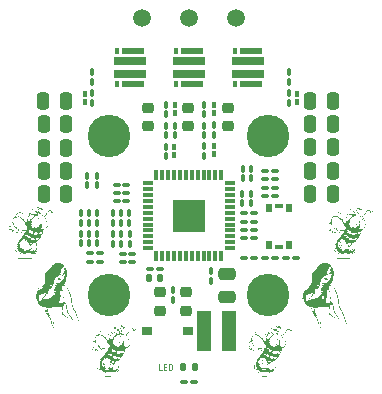
<source format=gbr>
%TF.GenerationSoftware,KiCad,Pcbnew,9.0.3*%
%TF.CreationDate,2025-09-12T10:42:05+02:00*%
%TF.ProjectId,FOC_CONTROLLER_V1,464f435f-434f-44e5-9452-4f4c4c45525f,rev?*%
%TF.SameCoordinates,Original*%
%TF.FileFunction,Soldermask,Top*%
%TF.FilePolarity,Negative*%
%FSLAX46Y46*%
G04 Gerber Fmt 4.6, Leading zero omitted, Abs format (unit mm)*
G04 Created by KiCad (PCBNEW 9.0.3) date 2025-09-12 10:42:05*
%MOMM*%
%LPD*%
G01*
G04 APERTURE LIST*
G04 Aperture macros list*
%AMRoundRect*
0 Rectangle with rounded corners*
0 $1 Rounding radius*
0 $2 $3 $4 $5 $6 $7 $8 $9 X,Y pos of 4 corners*
0 Add a 4 corners polygon primitive as box body*
4,1,4,$2,$3,$4,$5,$6,$7,$8,$9,$2,$3,0*
0 Add four circle primitives for the rounded corners*
1,1,$1+$1,$2,$3*
1,1,$1+$1,$4,$5*
1,1,$1+$1,$6,$7*
1,1,$1+$1,$8,$9*
0 Add four rect primitives between the rounded corners*
20,1,$1+$1,$2,$3,$4,$5,0*
20,1,$1+$1,$4,$5,$6,$7,0*
20,1,$1+$1,$6,$7,$8,$9,0*
20,1,$1+$1,$8,$9,$2,$3,0*%
G04 Aperture macros list end*
%ADD10C,0.125000*%
%ADD11C,0.000000*%
%ADD12RoundRect,0.075000X0.075000X-0.212500X0.075000X0.212500X-0.075000X0.212500X-0.075000X-0.212500X0*%
%ADD13RoundRect,0.250000X-0.250000X-0.475000X0.250000X-0.475000X0.250000X0.475000X-0.250000X0.475000X0*%
%ADD14R,0.970000X0.650000*%
%ADD15RoundRect,0.100000X0.217500X0.100000X-0.217500X0.100000X-0.217500X-0.100000X0.217500X-0.100000X0*%
%ADD16RoundRect,0.100000X0.100000X-0.217500X0.100000X0.217500X-0.100000X0.217500X-0.100000X-0.217500X0*%
%ADD17RoundRect,0.100000X-0.100000X0.217500X-0.100000X-0.217500X0.100000X-0.217500X0.100000X0.217500X0*%
%ADD18R,0.600000X0.650000*%
%ADD19R,0.700000X0.350000*%
%ADD20RoundRect,0.100000X-0.217500X-0.100000X0.217500X-0.100000X0.217500X0.100000X-0.217500X0.100000X0*%
%ADD21RoundRect,0.225000X0.250000X-0.225000X0.250000X0.225000X-0.250000X0.225000X-0.250000X-0.225000X0*%
%ADD22RoundRect,0.250000X0.475000X-0.250000X0.475000X0.250000X-0.475000X0.250000X-0.475000X-0.250000X0*%
%ADD23RoundRect,0.250000X0.250000X0.475000X-0.250000X0.475000X-0.250000X-0.475000X0.250000X-0.475000X0*%
%ADD24R,0.420000X0.550000*%
%ADD25R,1.920000X0.550000*%
%ADD26R,2.700000X0.790000*%
%ADD27C,3.600000*%
%ADD28C,1.500000*%
%ADD29R,1.300000X3.400000*%
%ADD30RoundRect,0.140000X0.140000X0.170000X-0.140000X0.170000X-0.140000X-0.170000X0.140000X-0.170000X0*%
%ADD31RoundRect,0.147500X-0.147500X-0.172500X0.147500X-0.172500X0.147500X0.172500X-0.147500X0.172500X0*%
%ADD32R,0.300000X0.850000*%
%ADD33R,0.850000X0.300000*%
%ADD34R,2.700000X2.700000*%
G04 APERTURE END LIST*
D10*
X97699378Y-113062309D02*
X97461283Y-113062309D01*
X97461283Y-113062309D02*
X97461283Y-112562309D01*
X97866045Y-112800404D02*
X98032712Y-112800404D01*
X98104140Y-113062309D02*
X97866045Y-113062309D01*
X97866045Y-113062309D02*
X97866045Y-112562309D01*
X97866045Y-112562309D02*
X98104140Y-112562309D01*
X98318426Y-113062309D02*
X98318426Y-112562309D01*
X98318426Y-112562309D02*
X98437474Y-112562309D01*
X98437474Y-112562309D02*
X98508902Y-112586119D01*
X98508902Y-112586119D02*
X98556521Y-112633738D01*
X98556521Y-112633738D02*
X98580331Y-112681357D01*
X98580331Y-112681357D02*
X98604140Y-112776595D01*
X98604140Y-112776595D02*
X98604140Y-112848023D01*
X98604140Y-112848023D02*
X98580331Y-112943261D01*
X98580331Y-112943261D02*
X98556521Y-112990880D01*
X98556521Y-112990880D02*
X98508902Y-113038500D01*
X98508902Y-113038500D02*
X98437474Y-113062309D01*
X98437474Y-113062309D02*
X98318426Y-113062309D01*
D11*
%TO.C,G\u002A\u002A\u002A*%
G36*
X89185616Y-105190373D02*
G01*
X89188790Y-105195459D01*
X89189932Y-105204454D01*
X89189214Y-105214257D01*
X89187193Y-105219856D01*
X89184239Y-105220884D01*
X89180721Y-105216976D01*
X89179574Y-105214705D01*
X89176950Y-105205999D01*
X89176649Y-105197778D01*
X89178587Y-105191779D01*
X89180767Y-105189976D01*
X89185616Y-105190373D01*
G37*
G36*
X89325929Y-104956752D02*
G01*
X89331025Y-104958746D01*
X89345489Y-104963034D01*
X89359252Y-104964254D01*
X89377351Y-104965559D01*
X89391630Y-104969499D01*
X89403166Y-104976395D01*
X89404848Y-104977811D01*
X89412140Y-104985380D01*
X89417895Y-104993497D01*
X89421418Y-105000897D01*
X89422009Y-105006314D01*
X89421273Y-105007638D01*
X89418373Y-105007585D01*
X89413859Y-105002913D01*
X89409795Y-104997068D01*
X89399140Y-104984534D01*
X89386100Y-104976551D01*
X89370067Y-104972808D01*
X89361765Y-104972424D01*
X89342683Y-104970968D01*
X89327495Y-104966488D01*
X89320712Y-104962786D01*
X89316037Y-104958725D01*
X89315867Y-104956162D01*
X89319424Y-104955403D01*
X89325929Y-104956752D01*
G37*
G36*
X88515447Y-108979552D02*
G01*
X88524000Y-108984516D01*
X88533346Y-108991047D01*
X88542377Y-108998493D01*
X88543464Y-108999488D01*
X88561796Y-109019880D01*
X88575802Y-109042723D01*
X88585155Y-109067298D01*
X88589529Y-109092884D01*
X88589823Y-109101482D01*
X88589172Y-109115593D01*
X88587397Y-109128181D01*
X88584753Y-109138060D01*
X88581494Y-109144041D01*
X88580533Y-109144839D01*
X88577660Y-109143752D01*
X88571910Y-109139631D01*
X88564281Y-109133228D01*
X88559963Y-109129303D01*
X88541162Y-109109078D01*
X88525349Y-109086609D01*
X88513474Y-109063327D01*
X88509920Y-109053747D01*
X88506465Y-109041685D01*
X88504432Y-109030086D01*
X88503517Y-109016736D01*
X88503377Y-109006240D01*
X88503541Y-108994529D01*
X88503984Y-108984921D01*
X88504630Y-108978655D01*
X88505146Y-108976935D01*
X88508793Y-108976808D01*
X88515447Y-108979552D01*
G37*
G36*
X89107582Y-105113862D02*
G01*
X89113960Y-105116316D01*
X89120099Y-105121519D01*
X89125242Y-105127381D01*
X89127300Y-105132769D01*
X89127154Y-105140331D01*
X89126963Y-105142112D01*
X89125292Y-105150479D01*
X89122739Y-105156903D01*
X89121672Y-105158350D01*
X89118975Y-105160139D01*
X89116605Y-105158587D01*
X89113563Y-105152896D01*
X89112834Y-105151300D01*
X89109002Y-105144216D01*
X89105014Y-105141018D01*
X89100182Y-105140349D01*
X89094125Y-105141485D01*
X89092775Y-105144166D01*
X89096412Y-105147307D01*
X89098195Y-105148059D01*
X89102132Y-105150007D01*
X89101486Y-105152485D01*
X89099356Y-105154743D01*
X89092384Y-105158840D01*
X89084533Y-105157788D01*
X89077937Y-105153695D01*
X89072080Y-105146001D01*
X89070512Y-105136527D01*
X89073234Y-105126800D01*
X89077941Y-105120405D01*
X89083814Y-105115763D01*
X89090650Y-105113669D01*
X89098463Y-105113265D01*
X89107582Y-105113862D01*
G37*
G36*
X89059046Y-105266748D02*
G01*
X89062675Y-105267547D01*
X89070017Y-105270261D01*
X89077265Y-105274885D01*
X89085674Y-105282333D01*
X89092468Y-105289237D01*
X89110627Y-105305723D01*
X89130080Y-105318865D01*
X89130387Y-105319037D01*
X89143348Y-105326539D01*
X89153022Y-105333226D01*
X89159828Y-105340042D01*
X89164185Y-105347928D01*
X89166512Y-105357829D01*
X89167229Y-105370687D01*
X89166756Y-105387445D01*
X89166099Y-105399346D01*
X89165372Y-105415009D01*
X89165002Y-105430562D01*
X89165009Y-105444295D01*
X89165412Y-105454497D01*
X89165471Y-105455208D01*
X89167074Y-105473491D01*
X89115552Y-105473275D01*
X89093036Y-105472945D01*
X89073745Y-105472179D01*
X89058391Y-105471020D01*
X89047688Y-105469506D01*
X89047194Y-105469402D01*
X89028334Y-105464121D01*
X89010976Y-105456595D01*
X88994747Y-105446430D01*
X88979270Y-105433230D01*
X88964172Y-105416602D01*
X88949078Y-105396151D01*
X88933612Y-105371484D01*
X88917402Y-105342206D01*
X88913559Y-105334718D01*
X88963600Y-105334718D01*
X88965267Y-105336499D01*
X88970055Y-105340240D01*
X88978701Y-105346125D01*
X88990346Y-105353629D01*
X89004132Y-105362231D01*
X89019201Y-105371409D01*
X89034694Y-105380639D01*
X89049754Y-105389401D01*
X89063521Y-105397171D01*
X89075138Y-105403428D01*
X89075927Y-105403836D01*
X89089612Y-105410788D01*
X89099220Y-105415083D01*
X89105474Y-105416573D01*
X89109096Y-105415112D01*
X89110810Y-105410553D01*
X89111338Y-105402747D01*
X89111386Y-105396614D01*
X89109321Y-105376143D01*
X89102948Y-105358924D01*
X89092179Y-105344807D01*
X89076922Y-105333644D01*
X89071621Y-105330926D01*
X89054018Y-105324703D01*
X89035229Y-105322413D01*
X89014230Y-105323999D01*
X88999490Y-105326943D01*
X88987912Y-105329521D01*
X88977582Y-105331494D01*
X88970172Y-105332552D01*
X88968439Y-105332650D01*
X88963677Y-105333023D01*
X88963600Y-105334718D01*
X88913559Y-105334718D01*
X88906957Y-105321853D01*
X88889629Y-105287273D01*
X88906409Y-105285430D01*
X88915524Y-105284113D01*
X88928285Y-105281850D01*
X88943070Y-105278946D01*
X88958253Y-105275707D01*
X88959754Y-105275372D01*
X88983297Y-105270728D01*
X89005990Y-105267468D01*
X89026840Y-105265668D01*
X89044856Y-105265403D01*
X89059046Y-105266748D01*
G37*
G36*
X89257919Y-104952269D02*
G01*
X89266240Y-104956953D01*
X89276689Y-104965122D01*
X89289661Y-104977081D01*
X89302375Y-104989839D01*
X89316970Y-105004285D01*
X89329563Y-105015180D01*
X89341374Y-105023328D01*
X89353622Y-105029534D01*
X89367529Y-105034600D01*
X89372695Y-105036161D01*
X89389093Y-105039351D01*
X89407366Y-105039582D01*
X89408425Y-105039518D01*
X89418400Y-105038998D01*
X89423744Y-105039124D01*
X89425218Y-105040014D01*
X89423580Y-105041780D01*
X89423536Y-105041814D01*
X89418983Y-105044727D01*
X89416984Y-105045467D01*
X89413350Y-105046410D01*
X89407504Y-105048465D01*
X89399879Y-105051378D01*
X89406651Y-105055141D01*
X89413277Y-105057992D01*
X89418002Y-105058999D01*
X89422907Y-105060506D01*
X89424256Y-105061804D01*
X89424005Y-105064124D01*
X89420109Y-105064659D01*
X89413946Y-105063641D01*
X89406897Y-105061305D01*
X89400344Y-105057880D01*
X89400137Y-105057741D01*
X89391566Y-105052988D01*
X89384661Y-105051136D01*
X89380420Y-105052329D01*
X89379566Y-105054784D01*
X89381345Y-105058618D01*
X89385972Y-105064761D01*
X89391414Y-105070789D01*
X89396679Y-105075960D01*
X89401617Y-105079884D01*
X89407367Y-105083103D01*
X89415065Y-105086158D01*
X89425850Y-105089589D01*
X89438928Y-105093387D01*
X89441223Y-105095287D01*
X89439824Y-105097425D01*
X89435029Y-105098823D01*
X89426891Y-105097935D01*
X89416787Y-105095132D01*
X89406094Y-105090786D01*
X89397215Y-105085931D01*
X89386935Y-105077511D01*
X89377816Y-105066750D01*
X89376292Y-105064434D01*
X89369831Y-105055953D01*
X89363095Y-105050206D01*
X89357120Y-105047888D01*
X89353433Y-105049115D01*
X89352733Y-105053327D01*
X89354793Y-105060633D01*
X89359034Y-105069864D01*
X89364876Y-105079851D01*
X89371739Y-105089424D01*
X89375763Y-105094116D01*
X89384720Y-105104390D01*
X89389502Y-105111375D01*
X89390161Y-105115167D01*
X89388084Y-105115973D01*
X89385220Y-105114136D01*
X89379815Y-105109293D01*
X89372977Y-105102443D01*
X89372132Y-105101555D01*
X89358677Y-105085169D01*
X89349957Y-105069228D01*
X89345828Y-105055039D01*
X89342922Y-105045530D01*
X89338391Y-105040848D01*
X89335185Y-105040177D01*
X89333661Y-105042450D01*
X89333867Y-105048542D01*
X89335535Y-105057239D01*
X89338398Y-105067327D01*
X89342187Y-105077590D01*
X89344624Y-105082983D01*
X89349051Y-105093018D01*
X89350930Y-105099532D01*
X89350310Y-105102170D01*
X89347245Y-105100580D01*
X89342769Y-105095660D01*
X89335540Y-105083472D01*
X89330205Y-105068117D01*
X89327469Y-105051712D01*
X89327325Y-105049285D01*
X89325913Y-105039025D01*
X89322485Y-105032651D01*
X89321347Y-105031584D01*
X89316677Y-105028613D01*
X89314089Y-105028241D01*
X89312316Y-105031898D01*
X89311020Y-105039355D01*
X89310304Y-105049009D01*
X89310269Y-105059255D01*
X89311017Y-105068490D01*
X89311389Y-105070723D01*
X89312605Y-105078835D01*
X89312128Y-105082456D01*
X89310849Y-105082699D01*
X89308124Y-105079256D01*
X89306049Y-105071846D01*
X89304788Y-105061900D01*
X89304503Y-105050847D01*
X89305359Y-105040117D01*
X89305724Y-105037898D01*
X89307003Y-105025853D01*
X89305546Y-105018481D01*
X89301354Y-105015775D01*
X89300899Y-105015760D01*
X89298431Y-105018240D01*
X89295879Y-105024805D01*
X89293621Y-105034146D01*
X89292040Y-105044950D01*
X89291860Y-105046907D01*
X89291031Y-105056214D01*
X89290321Y-105060812D01*
X89289425Y-105061391D01*
X89288037Y-105058643D01*
X89287382Y-105057033D01*
X89286368Y-105049801D01*
X89287192Y-105039597D01*
X89289527Y-105028417D01*
X89293045Y-105018253D01*
X89294107Y-105016034D01*
X89296586Y-105010180D01*
X89296058Y-105006744D01*
X89294484Y-105005121D01*
X89291225Y-105004042D01*
X89287202Y-105006654D01*
X89283721Y-105010473D01*
X89279203Y-105016736D01*
X89276776Y-105021840D01*
X89276644Y-105022739D01*
X89275114Y-105026208D01*
X89273936Y-105026594D01*
X89271332Y-105024671D01*
X89271718Y-105019744D01*
X89274741Y-105013070D01*
X89279562Y-105006455D01*
X89284979Y-104998926D01*
X89285809Y-104994135D01*
X89282226Y-104992236D01*
X89274405Y-104993383D01*
X89267416Y-104995724D01*
X89263532Y-104996414D01*
X89263176Y-104994753D01*
X89265734Y-104991883D01*
X89270595Y-104988946D01*
X89271193Y-104988689D01*
X89276820Y-104985469D01*
X89277271Y-104982858D01*
X89272777Y-104981129D01*
X89264296Y-104980550D01*
X89257083Y-104980005D01*
X89252790Y-104978629D01*
X89252268Y-104977841D01*
X89254662Y-104976074D01*
X89260597Y-104975089D01*
X89262425Y-104975025D01*
X89272581Y-104974918D01*
X89259454Y-104962837D01*
X89252586Y-104956124D01*
X89249773Y-104952249D01*
X89250735Y-104950802D01*
X89251329Y-104950767D01*
X89257919Y-104952269D01*
G37*
G36*
X89025892Y-103987693D02*
G01*
X89074097Y-103994899D01*
X89074706Y-103995024D01*
X89130093Y-104008531D01*
X89182735Y-104025550D01*
X89232308Y-104045908D01*
X89278488Y-104069427D01*
X89320950Y-104095935D01*
X89359372Y-104125254D01*
X89393427Y-104157211D01*
X89410818Y-104176607D01*
X89433517Y-104205887D01*
X89455026Y-104237910D01*
X89474442Y-104271160D01*
X89490861Y-104304118D01*
X89500462Y-104327194D01*
X89504442Y-104338131D01*
X89506375Y-104344783D01*
X89506302Y-104347860D01*
X89504266Y-104348074D01*
X89501625Y-104346864D01*
X89496763Y-104344742D01*
X89493621Y-104345206D01*
X89491670Y-104349036D01*
X89490385Y-104357011D01*
X89489679Y-104364514D01*
X89485625Y-104395140D01*
X89478673Y-104428183D01*
X89469334Y-104461847D01*
X89458116Y-104494337D01*
X89445529Y-104523857D01*
X89443070Y-104528892D01*
X89420301Y-104569064D01*
X89394226Y-104605162D01*
X89364980Y-104637031D01*
X89332696Y-104664511D01*
X89319548Y-104673846D01*
X89305697Y-104682893D01*
X89294127Y-104689883D01*
X89285513Y-104694432D01*
X89280532Y-104696156D01*
X89280373Y-104696161D01*
X89281545Y-104694337D01*
X89285980Y-104689262D01*
X89293126Y-104681533D01*
X89302431Y-104671746D01*
X89313346Y-104660497D01*
X89313565Y-104660273D01*
X89335842Y-104636758D01*
X89355714Y-104613971D01*
X89373599Y-104591204D01*
X89389915Y-104567748D01*
X89405080Y-104542896D01*
X89419513Y-104515940D01*
X89433630Y-104486170D01*
X89447851Y-104452879D01*
X89462593Y-104415358D01*
X89470329Y-104394686D01*
X89490134Y-104341035D01*
X89483699Y-104338589D01*
X89455194Y-104330182D01*
X89426956Y-104326583D01*
X89399668Y-104327821D01*
X89374149Y-104333880D01*
X89355916Y-104340911D01*
X89340330Y-104348774D01*
X89325289Y-104358664D01*
X89311210Y-104369686D01*
X89287776Y-104391926D01*
X89265110Y-104419188D01*
X89243413Y-104451109D01*
X89222889Y-104487323D01*
X89203740Y-104527465D01*
X89186169Y-104571172D01*
X89170378Y-104618079D01*
X89167062Y-104629134D01*
X89160408Y-104652927D01*
X89154795Y-104675691D01*
X89150045Y-104698480D01*
X89145981Y-104722346D01*
X89142426Y-104748343D01*
X89139204Y-104777523D01*
X89136137Y-104810939D01*
X89135767Y-104815333D01*
X89131969Y-104848080D01*
X89126156Y-104881207D01*
X89118641Y-104913463D01*
X89109739Y-104943597D01*
X89099764Y-104970356D01*
X89093296Y-104984470D01*
X89080961Y-105006263D01*
X89066085Y-105027988D01*
X89050025Y-105047791D01*
X89037155Y-105061084D01*
X89023435Y-105072897D01*
X89009033Y-105083063D01*
X88992801Y-105092227D01*
X88973591Y-105101032D01*
X88950258Y-105110122D01*
X88948920Y-105110611D01*
X88896076Y-105132200D01*
X88847205Y-105156955D01*
X88802424Y-105184770D01*
X88761853Y-105215540D01*
X88725610Y-105249157D01*
X88693816Y-105285518D01*
X88666588Y-105324515D01*
X88644045Y-105366043D01*
X88633100Y-105391412D01*
X88627030Y-105407592D01*
X88621928Y-105423029D01*
X88617481Y-105438948D01*
X88613377Y-105456577D01*
X88609303Y-105477143D01*
X88604972Y-105501716D01*
X88595387Y-105548445D01*
X88583223Y-105590594D01*
X88568512Y-105628062D01*
X88566069Y-105633311D01*
X88558113Y-105653843D01*
X88551754Y-105678335D01*
X88550742Y-105683417D01*
X88537050Y-105744167D01*
X88519220Y-105803540D01*
X88497069Y-105861919D01*
X88470415Y-105919684D01*
X88439075Y-105977219D01*
X88402866Y-106034905D01*
X88361605Y-106093125D01*
X88343169Y-106117258D01*
X88333711Y-106129189D01*
X88323157Y-106142165D01*
X88312055Y-106155551D01*
X88300950Y-106168713D01*
X88290388Y-106181015D01*
X88280917Y-106191824D01*
X88273081Y-106200504D01*
X88267426Y-106206422D01*
X88264500Y-106208943D01*
X88264250Y-106208960D01*
X88265150Y-106206355D01*
X88268250Y-106199515D01*
X88273267Y-106189020D01*
X88279918Y-106175448D01*
X88287922Y-106159381D01*
X88296994Y-106141397D01*
X88302650Y-106130283D01*
X88312103Y-106111633D01*
X88320542Y-106094716D01*
X88327704Y-106080081D01*
X88333326Y-106068277D01*
X88337145Y-106059851D01*
X88338898Y-106055352D01*
X88338839Y-106054771D01*
X88326262Y-106062510D01*
X88310465Y-106072781D01*
X88292159Y-106085075D01*
X88272057Y-106098883D01*
X88250873Y-106113696D01*
X88229319Y-106129003D01*
X88208108Y-106144296D01*
X88187953Y-106159064D01*
X88169566Y-106172799D01*
X88153660Y-106184991D01*
X88140949Y-106195131D01*
X88133182Y-106201760D01*
X88131930Y-106205511D01*
X88130571Y-106214475D01*
X88129121Y-106228450D01*
X88127595Y-106247235D01*
X88126008Y-106270626D01*
X88124375Y-106298423D01*
X88122713Y-106330422D01*
X88121545Y-106355096D01*
X88119801Y-106391629D01*
X88118104Y-106423280D01*
X88116394Y-106450584D01*
X88114608Y-106474075D01*
X88112688Y-106494288D01*
X88110571Y-106511758D01*
X88108198Y-106527019D01*
X88105508Y-106540605D01*
X88102439Y-106553051D01*
X88098932Y-106564891D01*
X88097074Y-106570517D01*
X88091433Y-106585672D01*
X88086448Y-106595863D01*
X88081895Y-106601472D01*
X88078186Y-106602921D01*
X88074852Y-106600817D01*
X88069698Y-106595273D01*
X88063778Y-106587437D01*
X88063155Y-106586528D01*
X88053636Y-106574513D01*
X88044620Y-106567462D01*
X88035631Y-106565011D01*
X88035043Y-106565003D01*
X88028720Y-106567171D01*
X88019584Y-106573500D01*
X88007947Y-106583723D01*
X87994120Y-106597573D01*
X87983480Y-106609091D01*
X87965115Y-106628716D01*
X87946891Y-106646707D01*
X87929235Y-106662748D01*
X87912572Y-106676525D01*
X87897328Y-106687724D01*
X87883930Y-106696028D01*
X87872804Y-106701124D01*
X87864375Y-106702697D01*
X87859406Y-106700799D01*
X87857090Y-106694974D01*
X87857370Y-106685507D01*
X87860115Y-106673435D01*
X87864346Y-106661762D01*
X87881694Y-106616091D01*
X87896970Y-106566739D01*
X87900089Y-106554169D01*
X88071377Y-106554169D01*
X88072368Y-106556398D01*
X88073182Y-106555974D01*
X88073506Y-106552760D01*
X88073182Y-106552363D01*
X88071572Y-106552735D01*
X88071377Y-106554169D01*
X87900089Y-106554169D01*
X87909763Y-106515179D01*
X87919575Y-106463435D01*
X87921832Y-106449349D01*
X87923912Y-106436399D01*
X87925595Y-106425948D01*
X87926663Y-106419359D01*
X87926722Y-106418997D01*
X87928233Y-106409770D01*
X87918850Y-106417643D01*
X87912709Y-106422866D01*
X87903913Y-106430435D01*
X87893881Y-106439128D01*
X87888177Y-106444095D01*
X87873760Y-106456093D01*
X87856969Y-106469138D01*
X87839264Y-106482167D01*
X87822103Y-106494117D01*
X87806944Y-106503926D01*
X87801884Y-106506945D01*
X87794689Y-106511846D01*
X87784893Y-106519537D01*
X87773741Y-106528994D01*
X87762479Y-106539195D01*
X87761627Y-106539998D01*
X87727051Y-106570507D01*
X87693344Y-106595833D01*
X87660263Y-106616093D01*
X87627566Y-106631405D01*
X87595010Y-106641888D01*
X87562353Y-106647658D01*
X87537342Y-106648965D01*
X87507777Y-106648965D01*
X87476072Y-106666955D01*
X87448045Y-106683542D01*
X87421430Y-106700617D01*
X87397005Y-106717625D01*
X87375549Y-106734009D01*
X87357840Y-106749213D01*
X87349165Y-106757717D01*
X87342703Y-106765698D01*
X87336812Y-106775776D01*
X87331216Y-106788647D01*
X87325637Y-106805009D01*
X87319800Y-106825559D01*
X87315457Y-106842620D01*
X87305167Y-106894692D01*
X87300184Y-106945682D01*
X87300515Y-106995640D01*
X87306170Y-107044620D01*
X87317157Y-107092671D01*
X87333486Y-107139846D01*
X87355164Y-107186195D01*
X87382202Y-107231770D01*
X87382775Y-107232640D01*
X87403912Y-107263483D01*
X87424619Y-107291042D01*
X87446343Y-107317115D01*
X87470529Y-107343499D01*
X87479167Y-107352447D01*
X87492253Y-107365519D01*
X87505957Y-107378620D01*
X87519570Y-107391129D01*
X87532382Y-107402423D01*
X87543683Y-107411880D01*
X87552764Y-107418878D01*
X87558914Y-107422794D01*
X87559868Y-107423204D01*
X87560442Y-107421705D01*
X87558755Y-107416796D01*
X87557301Y-107413724D01*
X87550652Y-107399331D01*
X87543222Y-107381140D01*
X87535538Y-107360607D01*
X87528129Y-107339191D01*
X87521521Y-107318349D01*
X87519446Y-107311039D01*
X88851415Y-107311039D01*
X88853947Y-107312819D01*
X88860863Y-107314769D01*
X88871139Y-107316709D01*
X88883754Y-107318456D01*
X88897684Y-107319829D01*
X88903181Y-107320220D01*
X88910257Y-107320665D01*
X88911946Y-107260401D01*
X88912520Y-107242274D01*
X88913176Y-107225448D01*
X88913869Y-107210864D01*
X88914552Y-107199457D01*
X88915178Y-107192168D01*
X88915394Y-107190658D01*
X88917155Y-107181179D01*
X88911139Y-107186547D01*
X88900741Y-107197928D01*
X88889961Y-107213449D01*
X88879440Y-107231931D01*
X88869819Y-107252194D01*
X88861737Y-107273059D01*
X88858364Y-107283726D01*
X88855298Y-107294657D01*
X88852923Y-107303775D01*
X88851586Y-107309717D01*
X88851415Y-107311039D01*
X87519446Y-107311039D01*
X87516905Y-107302084D01*
X87513085Y-107287259D01*
X87510405Y-107275453D01*
X87508657Y-107265017D01*
X87507632Y-107254307D01*
X87507122Y-107241676D01*
X87506918Y-107225476D01*
X87506903Y-107223160D01*
X87506868Y-107206926D01*
X87507053Y-107195085D01*
X87507571Y-107186611D01*
X87508534Y-107180482D01*
X87510054Y-107175674D01*
X87512244Y-107171162D01*
X87512694Y-107170345D01*
X87517089Y-107163942D01*
X88754193Y-107163942D01*
X88762486Y-107187457D01*
X88767363Y-107200482D01*
X88772839Y-107213881D01*
X88777893Y-107225179D01*
X88778890Y-107227223D01*
X88784109Y-107236779D01*
X88790379Y-107246933D01*
X88796933Y-107256603D01*
X88803007Y-107264707D01*
X88807836Y-107270162D01*
X88810474Y-107271912D01*
X88811694Y-107269421D01*
X88812980Y-107262796D01*
X88814104Y-107253314D01*
X88814373Y-107250137D01*
X88816348Y-107232952D01*
X88819844Y-107211681D01*
X88824638Y-107187369D01*
X88830509Y-107161060D01*
X88837235Y-107133797D01*
X88844594Y-107106624D01*
X88845734Y-107102633D01*
X88849970Y-107087743D01*
X88853560Y-107074767D01*
X88856279Y-107064553D01*
X88857901Y-107057947D01*
X88858241Y-107055789D01*
X88856643Y-107057511D01*
X88853226Y-107062794D01*
X88849261Y-107069566D01*
X88835876Y-107090078D01*
X88819207Y-107110623D01*
X88800531Y-107129871D01*
X88781128Y-107146494D01*
X88764208Y-107158045D01*
X88754193Y-107163942D01*
X87517089Y-107163942D01*
X87523782Y-107154190D01*
X87537480Y-107141559D01*
X87554855Y-107131569D01*
X87564551Y-107127552D01*
X87581481Y-107121188D01*
X87582358Y-107080763D01*
X87583550Y-107054804D01*
X87586144Y-107032559D01*
X87590505Y-107012424D01*
X87597001Y-106992794D01*
X87605999Y-106972066D01*
X87608345Y-106967210D01*
X87621319Y-106944077D01*
X87637976Y-106920256D01*
X87658705Y-106895246D01*
X87683896Y-106868546D01*
X87688546Y-106863907D01*
X87716284Y-106838183D01*
X87745936Y-106814205D01*
X87778289Y-106791434D01*
X87814129Y-106769332D01*
X87854243Y-106747359D01*
X87872004Y-106738315D01*
X87889612Y-106729614D01*
X87902980Y-106723268D01*
X87912646Y-106719084D01*
X87919148Y-106716865D01*
X87923026Y-106716419D01*
X87924818Y-106717549D01*
X87925119Y-106719120D01*
X87923051Y-106721338D01*
X87917300Y-106726217D01*
X87908550Y-106733211D01*
X87897484Y-106741774D01*
X87885169Y-106751072D01*
X87846950Y-106780793D01*
X87811635Y-106810648D01*
X87779681Y-106840202D01*
X87751543Y-106869017D01*
X87727679Y-106896655D01*
X87713281Y-106915749D01*
X87708890Y-106922712D01*
X87702800Y-106933400D01*
X87695339Y-106947154D01*
X87686833Y-106963312D01*
X87677610Y-106981213D01*
X87667998Y-107000195D01*
X87658324Y-107019598D01*
X87648915Y-107038761D01*
X87640099Y-107057022D01*
X87632203Y-107073720D01*
X87625555Y-107088194D01*
X87620481Y-107099783D01*
X87617311Y-107107826D01*
X87616354Y-107111462D01*
X87618707Y-107111931D01*
X87624554Y-107111405D01*
X87626511Y-107111098D01*
X87631737Y-107110251D01*
X87641545Y-107108700D01*
X87655164Y-107106564D01*
X87671820Y-107103964D01*
X87690743Y-107101022D01*
X87711160Y-107097858D01*
X87716567Y-107097021D01*
X87775976Y-107087494D01*
X87830532Y-107077985D01*
X87880796Y-107068335D01*
X87927332Y-107058384D01*
X87970700Y-107047973D01*
X88011461Y-107036941D01*
X88050177Y-107025128D01*
X88087410Y-107012376D01*
X88123722Y-106998525D01*
X88159673Y-106983414D01*
X88195825Y-106966885D01*
X88226164Y-106952085D01*
X88272121Y-106927812D01*
X88318807Y-106900739D01*
X88365552Y-106871363D01*
X88385324Y-106858001D01*
X88717831Y-106858001D01*
X88718905Y-106890902D01*
X88721228Y-106930883D01*
X88723726Y-106966431D01*
X88726499Y-106998529D01*
X88729649Y-107028160D01*
X88733277Y-107056307D01*
X88737485Y-107083954D01*
X88740797Y-107103353D01*
X88746700Y-107136574D01*
X88752980Y-107130674D01*
X88757448Y-107125690D01*
X88763734Y-107117696D01*
X88770665Y-107108200D01*
X88772492Y-107105579D01*
X88793618Y-107070228D01*
X88801987Y-107051172D01*
X88859540Y-107051172D01*
X88860895Y-107052527D01*
X88862249Y-107051172D01*
X88860895Y-107049818D01*
X88859540Y-107051172D01*
X88801987Y-107051172D01*
X88810709Y-107031313D01*
X88823596Y-106989389D01*
X88841095Y-106989389D01*
X88842554Y-106987912D01*
X88845442Y-106983307D01*
X88849274Y-106976437D01*
X88853566Y-106968165D01*
X88857832Y-106959355D01*
X88861009Y-106952242D01*
X88873689Y-106915556D01*
X88881196Y-106877289D01*
X88883094Y-106855951D01*
X88883587Y-106841550D01*
X88883401Y-106827783D01*
X88882413Y-106813694D01*
X88880501Y-106798325D01*
X88877543Y-106780719D01*
X88873418Y-106759918D01*
X88868003Y-106734967D01*
X88867244Y-106731573D01*
X88863265Y-106713481D01*
X88859294Y-106694801D01*
X88855661Y-106677137D01*
X88852699Y-106662091D01*
X88851273Y-106654382D01*
X88846236Y-106625943D01*
X88847265Y-106667924D01*
X88849927Y-106711383D01*
X88855136Y-106749178D01*
X88860774Y-106784444D01*
X88864535Y-106815680D01*
X88866357Y-106843961D01*
X88866178Y-106870359D01*
X88863937Y-106895949D01*
X88859572Y-106921803D01*
X88853024Y-106948997D01*
X88844229Y-106978603D01*
X88841552Y-106986872D01*
X88841095Y-106989389D01*
X88823596Y-106989389D01*
X88823774Y-106988810D01*
X88832819Y-106942696D01*
X88835590Y-106920678D01*
X88836881Y-106902410D01*
X88836881Y-106883255D01*
X88835510Y-106862363D01*
X88832686Y-106838881D01*
X88828330Y-106811957D01*
X88822360Y-106780741D01*
X88822355Y-106780717D01*
X88818747Y-106762529D01*
X88816135Y-106748040D01*
X88814357Y-106735655D01*
X88813256Y-106723780D01*
X88812670Y-106710822D01*
X88812441Y-106695185D01*
X88812407Y-106681467D01*
X88812451Y-106663409D01*
X88812669Y-106649642D01*
X88813172Y-106639038D01*
X88814074Y-106630472D01*
X88815486Y-106622816D01*
X88817522Y-106614945D01*
X88819823Y-106607254D01*
X88824548Y-106593182D01*
X88830267Y-106577964D01*
X88835868Y-106564529D01*
X88836761Y-106562564D01*
X88840754Y-106553629D01*
X88843312Y-106547314D01*
X88844066Y-106544560D01*
X88843757Y-106544689D01*
X88840806Y-106548686D01*
X88835582Y-106556590D01*
X88828551Y-106567635D01*
X88820180Y-106581055D01*
X88810935Y-106596082D01*
X88801282Y-106611950D01*
X88791686Y-106627893D01*
X88782614Y-106643145D01*
X88774533Y-106656939D01*
X88767908Y-106668509D01*
X88763205Y-106677089D01*
X88763040Y-106677404D01*
X88747959Y-106708297D01*
X88736223Y-106737296D01*
X88727587Y-106765583D01*
X88721806Y-106794341D01*
X88718635Y-106824753D01*
X88717831Y-106858001D01*
X88385324Y-106858001D01*
X88411686Y-106840185D01*
X88456539Y-106807703D01*
X88499439Y-106774416D01*
X88539718Y-106740824D01*
X88576704Y-106707425D01*
X88609727Y-106674720D01*
X88633121Y-106649067D01*
X88647982Y-106631503D01*
X88661817Y-106614293D01*
X88675442Y-106596344D01*
X88689672Y-106576563D01*
X88705322Y-106553859D01*
X88715047Y-106539397D01*
X88846963Y-106539397D01*
X88847162Y-106540626D01*
X88849337Y-106538550D01*
X88851415Y-106535210D01*
X88853158Y-106531022D01*
X88852960Y-106529793D01*
X88850784Y-106531869D01*
X88848706Y-106535210D01*
X88846963Y-106539397D01*
X88715047Y-106539397D01*
X88715853Y-106538199D01*
X88723325Y-106526908D01*
X88854787Y-106526908D01*
X88855158Y-106527084D01*
X88857630Y-106525177D01*
X88858186Y-106524376D01*
X88858876Y-106521844D01*
X88858506Y-106521667D01*
X88856034Y-106523574D01*
X88855478Y-106524376D01*
X88854787Y-106526908D01*
X88723325Y-106526908D01*
X88725668Y-106523367D01*
X88729354Y-106517604D01*
X88859540Y-106517604D01*
X88860895Y-106518959D01*
X88862249Y-106517604D01*
X88860895Y-106516250D01*
X88859540Y-106517604D01*
X88729354Y-106517604D01*
X88732066Y-106513365D01*
X88862913Y-106513365D01*
X88863283Y-106513542D01*
X88865755Y-106511635D01*
X88866311Y-106510833D01*
X88867002Y-106508301D01*
X88866631Y-106508125D01*
X88864159Y-106510032D01*
X88863603Y-106510833D01*
X88862913Y-106513365D01*
X88732066Y-106513365D01*
X88732637Y-106512472D01*
X88736896Y-106505240D01*
X88868330Y-106505240D01*
X88868700Y-106505416D01*
X88871172Y-106503510D01*
X88871728Y-106502708D01*
X88872419Y-106500176D01*
X88872048Y-106499999D01*
X88869576Y-106501906D01*
X88869020Y-106502708D01*
X88868330Y-106505240D01*
X88736896Y-106505240D01*
X88737027Y-106505017D01*
X88739107Y-106500504D01*
X88739142Y-106498438D01*
X88737401Y-106498322D01*
X88737291Y-106498353D01*
X88720079Y-106503250D01*
X88706602Y-106506766D01*
X88695426Y-106509136D01*
X88685115Y-106510593D01*
X88674234Y-106511371D01*
X88661347Y-106511704D01*
X88655051Y-106511768D01*
X88633329Y-106511409D01*
X88615168Y-106509721D01*
X88598800Y-106506335D01*
X88582457Y-106500888D01*
X88574197Y-106497291D01*
X88873883Y-106497291D01*
X88875900Y-106495167D01*
X88879915Y-106489559D01*
X88885114Y-106481613D01*
X88885900Y-106480363D01*
X88892532Y-106469741D01*
X88896745Y-106462884D01*
X88898998Y-106458970D01*
X88899754Y-106457177D01*
X88899474Y-106456682D01*
X88899205Y-106456664D01*
X88897232Y-106458782D01*
X88893379Y-106464294D01*
X88889179Y-106470883D01*
X88883765Y-106479625D01*
X88878914Y-106487349D01*
X88876447Y-106491197D01*
X88873999Y-106495622D01*
X88873883Y-106497291D01*
X88574197Y-106497291D01*
X88564369Y-106493011D01*
X88564317Y-106492987D01*
X88536013Y-106476766D01*
X88509563Y-106455841D01*
X88485622Y-106430790D01*
X88469454Y-106409266D01*
X88460323Y-106395723D01*
X88469662Y-106403162D01*
X88501271Y-106426016D01*
X88532034Y-106443559D01*
X88561932Y-106455782D01*
X88590951Y-106462681D01*
X88619075Y-106464248D01*
X88625379Y-106463857D01*
X88655004Y-106458674D01*
X88671814Y-106452726D01*
X88901132Y-106452726D01*
X88901331Y-106453956D01*
X88903506Y-106451879D01*
X88905584Y-106448539D01*
X88907328Y-106444351D01*
X88907129Y-106443122D01*
X88904954Y-106445198D01*
X88902876Y-106448539D01*
X88901132Y-106452726D01*
X88671814Y-106452726D01*
X88684467Y-106448249D01*
X88701703Y-106439059D01*
X88908293Y-106439059D01*
X88909647Y-106440413D01*
X88911001Y-106439059D01*
X88909647Y-106437705D01*
X88908293Y-106439059D01*
X88701703Y-106439059D01*
X88713523Y-106432757D01*
X88724647Y-106424775D01*
X88973294Y-106424775D01*
X88974704Y-106459176D01*
X88979202Y-106495476D01*
X88986838Y-106534297D01*
X88997659Y-106576260D01*
X89009916Y-106616464D01*
X89017188Y-106639259D01*
X89022840Y-106657974D01*
X89027066Y-106673634D01*
X89030062Y-106687262D01*
X89032024Y-106699881D01*
X89033145Y-106712516D01*
X89033622Y-106726190D01*
X89033655Y-106741053D01*
X89033121Y-106757174D01*
X89031833Y-106775061D01*
X89029953Y-106793448D01*
X89027639Y-106811069D01*
X89025052Y-106826657D01*
X89022352Y-106838946D01*
X89020556Y-106844713D01*
X89019683Y-106848591D01*
X89020152Y-106849392D01*
X89021766Y-106847077D01*
X89024811Y-106840935D01*
X89028703Y-106832163D01*
X89029780Y-106829604D01*
X89042480Y-106794233D01*
X89051140Y-106759157D01*
X89055620Y-106725191D01*
X89055781Y-106693150D01*
X89054865Y-106683155D01*
X89052976Y-106671509D01*
X89049647Y-106655702D01*
X89045111Y-106636722D01*
X89039604Y-106615561D01*
X89034187Y-106596080D01*
X89025459Y-106564870D01*
X89018396Y-106537756D01*
X89017374Y-106533353D01*
X89041180Y-106533353D01*
X89041186Y-106533571D01*
X89041804Y-106532120D01*
X89043400Y-106526187D01*
X89045773Y-106516578D01*
X89048721Y-106504099D01*
X89050907Y-106494583D01*
X89055229Y-106476947D01*
X89060787Y-106456285D01*
X89066995Y-106434673D01*
X89073267Y-106414185D01*
X89076179Y-106405203D01*
X89082811Y-106385405D01*
X89090430Y-106362967D01*
X89098254Y-106340170D01*
X89105503Y-106319297D01*
X89108152Y-106311754D01*
X89114224Y-106293879D01*
X89120290Y-106274850D01*
X89125816Y-106256425D01*
X89130268Y-106240358D01*
X89132055Y-106233209D01*
X89134788Y-106221213D01*
X89136776Y-106211063D01*
X89138128Y-106201497D01*
X89138958Y-106191250D01*
X89139375Y-106179061D01*
X89139490Y-106163667D01*
X89139446Y-106149253D01*
X89138963Y-106121879D01*
X89137825Y-106099775D01*
X89136034Y-106082986D01*
X89135077Y-106077479D01*
X89130973Y-106057165D01*
X89130637Y-106082896D01*
X89129656Y-106111510D01*
X89127553Y-106140926D01*
X89124503Y-106169281D01*
X89120684Y-106194715D01*
X89119302Y-106202068D01*
X89116987Y-106211950D01*
X89113206Y-106226031D01*
X89108234Y-106243382D01*
X89102345Y-106263074D01*
X89095813Y-106284175D01*
X89088913Y-106305757D01*
X89086949Y-106311768D01*
X89076357Y-106344690D01*
X89067620Y-106373442D01*
X89060540Y-106398866D01*
X89054920Y-106421806D01*
X89050563Y-106443104D01*
X89047269Y-106463603D01*
X89044842Y-106484146D01*
X89043815Y-106495653D01*
X89042772Y-106509012D01*
X89041933Y-106520496D01*
X89041377Y-106528984D01*
X89041180Y-106533353D01*
X89017374Y-106533353D01*
X89012821Y-106513738D01*
X89008557Y-106491818D01*
X89005428Y-106470997D01*
X89003257Y-106450276D01*
X89001869Y-106428656D01*
X89001182Y-106409266D01*
X89000924Y-106379206D01*
X89001935Y-106352868D01*
X89004443Y-106328661D01*
X89008672Y-106304991D01*
X89014848Y-106280267D01*
X89023197Y-106252895D01*
X89023432Y-106252175D01*
X89025199Y-106246758D01*
X89020589Y-106252175D01*
X89016121Y-106258854D01*
X89010493Y-106269334D01*
X89004300Y-106282290D01*
X88998138Y-106296398D01*
X88992600Y-106310334D01*
X88988282Y-106322772D01*
X88987104Y-106326758D01*
X88979543Y-106359187D01*
X88974923Y-106391653D01*
X88973294Y-106424775D01*
X88724647Y-106424775D01*
X88741931Y-106412373D01*
X88769447Y-106387272D01*
X88795827Y-106357629D01*
X88820829Y-106323617D01*
X88821038Y-106323304D01*
X88829647Y-106310315D01*
X88835122Y-106301730D01*
X88837456Y-106297531D01*
X88836645Y-106297699D01*
X88832681Y-106302216D01*
X88825560Y-106311065D01*
X88819566Y-106318706D01*
X88801652Y-106339647D01*
X88781979Y-106359066D01*
X88761509Y-106376180D01*
X88741203Y-106390205D01*
X88722022Y-106400356D01*
X88716962Y-106402406D01*
X88699740Y-106406829D01*
X88682078Y-106407825D01*
X88665759Y-106405396D01*
X88657268Y-106402257D01*
X88642888Y-106392414D01*
X88630383Y-106378126D01*
X88619941Y-106360090D01*
X88611744Y-106339007D01*
X88605979Y-106315577D01*
X88602831Y-106290498D01*
X88602683Y-106279387D01*
X88717313Y-106279387D01*
X88717541Y-106302730D01*
X88718646Y-106313964D01*
X88719919Y-106324203D01*
X88720882Y-106332109D01*
X88721376Y-106336368D01*
X88721409Y-106336743D01*
X88722428Y-106337491D01*
X88723165Y-106334992D01*
X88724329Y-106328260D01*
X88725733Y-106318447D01*
X88726673Y-106311084D01*
X88730301Y-106286426D01*
X88735224Y-106262321D01*
X88740032Y-106244049D01*
X89024757Y-106244049D01*
X89026111Y-106245404D01*
X89027465Y-106244049D01*
X89026111Y-106242695D01*
X89024757Y-106244049D01*
X88740032Y-106244049D01*
X88741817Y-106237265D01*
X88750454Y-106209755D01*
X88755892Y-106193943D01*
X88761812Y-106176731D01*
X88762857Y-106173404D01*
X88808293Y-106173404D01*
X88808791Y-106176916D01*
X88809716Y-106176958D01*
X88810362Y-106173333D01*
X88809930Y-106171767D01*
X88808727Y-106170741D01*
X88808293Y-106173404D01*
X88762857Y-106173404D01*
X88766032Y-106163290D01*
X88768859Y-106152360D01*
X88770601Y-106142681D01*
X88771567Y-106132994D01*
X88771704Y-106130617D01*
X88802540Y-106130617D01*
X88804180Y-106152385D01*
X88806385Y-106168212D01*
X88808693Y-106143836D01*
X88810471Y-106129191D01*
X88813023Y-106113168D01*
X88815830Y-106098967D01*
X88816162Y-106097530D01*
X88823442Y-106072407D01*
X88833180Y-106049279D01*
X88845762Y-106027723D01*
X88861576Y-106007317D01*
X88863896Y-106004968D01*
X88984130Y-106004968D01*
X88986160Y-106004678D01*
X88991536Y-106001836D01*
X88999185Y-105997024D01*
X89000930Y-105995852D01*
X89007992Y-105991463D01*
X89019020Y-105985119D01*
X89033144Y-105977296D01*
X89049491Y-105968473D01*
X89067189Y-105959127D01*
X89074345Y-105955421D01*
X89285434Y-105955421D01*
X89285804Y-105955598D01*
X89288276Y-105953691D01*
X89288832Y-105952889D01*
X89289522Y-105950357D01*
X89289152Y-105950181D01*
X89286680Y-105952087D01*
X89286124Y-105952889D01*
X89285434Y-105955421D01*
X89074345Y-105955421D01*
X89081558Y-105951685D01*
X89106565Y-105938736D01*
X89127402Y-105927624D01*
X89144796Y-105917864D01*
X89159473Y-105908973D01*
X89172160Y-105900469D01*
X89183582Y-105891868D01*
X89194466Y-105882687D01*
X89205539Y-105872442D01*
X89215877Y-105862299D01*
X89234573Y-105842425D01*
X89252078Y-105821191D01*
X89268730Y-105798028D01*
X89284868Y-105772366D01*
X89300829Y-105743636D01*
X89316952Y-105711267D01*
X89333574Y-105674692D01*
X89349385Y-105637353D01*
X89353235Y-105627860D01*
X89355772Y-105621147D01*
X89356828Y-105617439D01*
X89356233Y-105616960D01*
X89353819Y-105619935D01*
X89349416Y-105626587D01*
X89342856Y-105637140D01*
X89333969Y-105651820D01*
X89322587Y-105670850D01*
X89316727Y-105680688D01*
X89295968Y-105715068D01*
X89277189Y-105745043D01*
X89260038Y-105771100D01*
X89244162Y-105793725D01*
X89229210Y-105813401D01*
X89214828Y-105830616D01*
X89200665Y-105845853D01*
X89187799Y-105858292D01*
X89177756Y-105867258D01*
X89167702Y-105875596D01*
X89156856Y-105883855D01*
X89144436Y-105892585D01*
X89129659Y-105902334D01*
X89111746Y-105913651D01*
X89089913Y-105927087D01*
X89089598Y-105927279D01*
X89074109Y-105936830D01*
X89059166Y-105946228D01*
X89045781Y-105954823D01*
X89034965Y-105961965D01*
X89027729Y-105967004D01*
X89027465Y-105967200D01*
X89015984Y-105976013D01*
X89005155Y-105984785D01*
X88995792Y-105992805D01*
X88988708Y-105999367D01*
X88984715Y-106003762D01*
X88984130Y-106004968D01*
X88863896Y-106004968D01*
X88881010Y-105987639D01*
X88904450Y-105968264D01*
X88932283Y-105948772D01*
X88964897Y-105928739D01*
X88977359Y-105921608D01*
X89004513Y-105906193D01*
X89027463Y-105892854D01*
X89046822Y-105881190D01*
X89063203Y-105870795D01*
X89077216Y-105861268D01*
X89089474Y-105852204D01*
X89100589Y-105843200D01*
X89111174Y-105833853D01*
X89112782Y-105832370D01*
X89119049Y-105826437D01*
X89122112Y-105823119D01*
X89121711Y-105822501D01*
X89117586Y-105824667D01*
X89109477Y-105829700D01*
X89097885Y-105837190D01*
X89090125Y-105841875D01*
X89078348Y-105848501D01*
X89063399Y-105856616D01*
X89046122Y-105865770D01*
X89027360Y-105875510D01*
X89007957Y-105885386D01*
X89005511Y-105886616D01*
X88977418Y-105900900D01*
X88953665Y-105913409D01*
X88933632Y-105924546D01*
X88916699Y-105934711D01*
X88902244Y-105944306D01*
X88889648Y-105953732D01*
X88878289Y-105963391D01*
X88867548Y-105973683D01*
X88861966Y-105979455D01*
X88846455Y-105996794D01*
X88834451Y-106012657D01*
X88824977Y-106028601D01*
X88817053Y-106046186D01*
X88812761Y-106057812D01*
X88806887Y-106080103D01*
X88803412Y-106105114D01*
X88802540Y-106130617D01*
X88771704Y-106130617D01*
X88771800Y-106128940D01*
X88772921Y-106105918D01*
X88767981Y-106122168D01*
X88764943Y-106130941D01*
X88760243Y-106143073D01*
X88754502Y-106157012D01*
X88748346Y-106171207D01*
X88747868Y-106172275D01*
X88735152Y-106202847D01*
X88725940Y-106230312D01*
X88720054Y-106255537D01*
X88717313Y-106279387D01*
X88602683Y-106279387D01*
X88602484Y-106264471D01*
X88605125Y-106238196D01*
X88608946Y-106219647D01*
X88613324Y-106205049D01*
X88619448Y-106188121D01*
X88626418Y-106171258D01*
X88630181Y-106163099D01*
X88637855Y-106147849D01*
X88646152Y-106132774D01*
X88655420Y-106117381D01*
X88666012Y-106101176D01*
X88678279Y-106083667D01*
X88692571Y-106064360D01*
X88709241Y-106042761D01*
X88728639Y-106018377D01*
X88751116Y-105990716D01*
X88764398Y-105974557D01*
X88779753Y-105955361D01*
X88791266Y-105939587D01*
X88799057Y-105926959D01*
X88803242Y-105917202D01*
X88803942Y-105910041D01*
X88801273Y-105905201D01*
X88795412Y-105902420D01*
X88789570Y-105901985D01*
X88780153Y-105902359D01*
X88768931Y-105903458D01*
X88765707Y-105903883D01*
X88729854Y-105911051D01*
X88695159Y-105922167D01*
X88662454Y-105936821D01*
X88632571Y-105954605D01*
X88606343Y-105975108D01*
X88592015Y-105989299D01*
X88584387Y-105997341D01*
X88579906Y-106001118D01*
X88578322Y-106000581D01*
X88579384Y-105995683D01*
X88582406Y-105987477D01*
X88592947Y-105966622D01*
X88608110Y-105945296D01*
X88627232Y-105924224D01*
X88649652Y-105904135D01*
X88674709Y-105885755D01*
X88675482Y-105885245D01*
X88695645Y-105872894D01*
X88720560Y-105859159D01*
X88749802Y-105844255D01*
X88782945Y-105828397D01*
X88819566Y-105811801D01*
X88824961Y-105809425D01*
X88848639Y-105798760D01*
X88867391Y-105789698D01*
X88881431Y-105782116D01*
X88890967Y-105775895D01*
X88896212Y-105770912D01*
X88897459Y-105767762D01*
X88894881Y-105761648D01*
X88887611Y-105756173D01*
X88876350Y-105751431D01*
X88861794Y-105747517D01*
X88844643Y-105744524D01*
X88825594Y-105742547D01*
X88805348Y-105741680D01*
X88784601Y-105742017D01*
X88764053Y-105743653D01*
X88744401Y-105746681D01*
X88743076Y-105746948D01*
X88715621Y-105753537D01*
X88686944Y-105762131D01*
X88659368Y-105771977D01*
X88638317Y-105780866D01*
X88628794Y-105785105D01*
X88621329Y-105788126D01*
X88617119Y-105789454D01*
X88616629Y-105789426D01*
X88618096Y-105787440D01*
X88623412Y-105783342D01*
X88631710Y-105777679D01*
X88642119Y-105770999D01*
X88653771Y-105763849D01*
X88665795Y-105756776D01*
X88677323Y-105750327D01*
X88685821Y-105745876D01*
X88725472Y-105728842D01*
X88766596Y-105716852D01*
X88809357Y-105709885D01*
X88853918Y-105707919D01*
X88900444Y-105710932D01*
X88923686Y-105714167D01*
X88957686Y-105718406D01*
X88988172Y-105719334D01*
X89016018Y-105716816D01*
X89042099Y-105710717D01*
X89067288Y-105700903D01*
X89090469Y-105688450D01*
X89103451Y-105679273D01*
X89118612Y-105666315D01*
X89135199Y-105650347D01*
X89152462Y-105632144D01*
X89169647Y-105612479D01*
X89177950Y-105602148D01*
X89447508Y-105602148D01*
X89449374Y-105601403D01*
X89453711Y-105597780D01*
X89459949Y-105591860D01*
X89467521Y-105584225D01*
X89475856Y-105575455D01*
X89484385Y-105566131D01*
X89492541Y-105556835D01*
X89499753Y-105548147D01*
X89503057Y-105543911D01*
X89522553Y-105515296D01*
X89538544Y-105485332D01*
X89551188Y-105453442D01*
X89560647Y-105419051D01*
X89567080Y-105381582D01*
X89570648Y-105340459D01*
X89571528Y-105297440D01*
X89571282Y-105275123D01*
X89570883Y-105257314D01*
X89570358Y-105244123D01*
X89569732Y-105235661D01*
X89569031Y-105232036D01*
X89568280Y-105233361D01*
X89567507Y-105239745D01*
X89566736Y-105251298D01*
X89565993Y-105268130D01*
X89565819Y-105273064D01*
X89563999Y-105311322D01*
X89561092Y-105345255D01*
X89556786Y-105375851D01*
X89550769Y-105404097D01*
X89542727Y-105430980D01*
X89532348Y-105457489D01*
X89519320Y-105484610D01*
X89503330Y-105513330D01*
X89484065Y-105544638D01*
X89475799Y-105557453D01*
X89467568Y-105570107D01*
X89460000Y-105581789D01*
X89453776Y-105591441D01*
X89449580Y-105598005D01*
X89448682Y-105599434D01*
X89447508Y-105602148D01*
X89177950Y-105602148D01*
X89186005Y-105592126D01*
X89192724Y-105583183D01*
X89204516Y-105567462D01*
X89218433Y-105549431D01*
X89233066Y-105530888D01*
X89247006Y-105513628D01*
X89253024Y-105506343D01*
X89282564Y-105469877D01*
X89308753Y-105435249D01*
X89332600Y-105401081D01*
X89350545Y-105373302D01*
X89450224Y-105373302D01*
X89450234Y-105377340D01*
X89450330Y-105390216D01*
X89450556Y-105399253D01*
X89451089Y-105404254D01*
X89452107Y-105405019D01*
X89453789Y-105401348D01*
X89456311Y-105393043D01*
X89459854Y-105379905D01*
X89464593Y-105361734D01*
X89464761Y-105361089D01*
X89475597Y-105315671D01*
X89485751Y-105265461D01*
X89495107Y-105211053D01*
X89498800Y-105186890D01*
X89502491Y-105162276D01*
X89505805Y-105141651D01*
X89509031Y-105123956D01*
X89512457Y-105108129D01*
X89516372Y-105093109D01*
X89521064Y-105077835D01*
X89526822Y-105061246D01*
X89533934Y-105042280D01*
X89536889Y-105034719D01*
X89607077Y-105034719D01*
X89608068Y-105036948D01*
X89608883Y-105036525D01*
X89609207Y-105033310D01*
X89608883Y-105032913D01*
X89607273Y-105033285D01*
X89607077Y-105034719D01*
X89536889Y-105034719D01*
X89539535Y-105027948D01*
X89609786Y-105027948D01*
X89611140Y-105029302D01*
X89612494Y-105027948D01*
X89611140Y-105026594D01*
X89609786Y-105027948D01*
X89539535Y-105027948D01*
X89542689Y-105019877D01*
X89547543Y-105007634D01*
X89560119Y-104975318D01*
X89570495Y-104947037D01*
X89578898Y-104921984D01*
X89585551Y-104899350D01*
X89590682Y-104878327D01*
X89594515Y-104858107D01*
X89597276Y-104837881D01*
X89598569Y-104824732D01*
X89599472Y-104810738D01*
X89599855Y-104796997D01*
X89599688Y-104785453D01*
X89599279Y-104780123D01*
X89598469Y-104774101D01*
X89597842Y-104771577D01*
X89597292Y-104772986D01*
X89596714Y-104778763D01*
X89596002Y-104789342D01*
X89595655Y-104795020D01*
X89593345Y-104818692D01*
X89589124Y-104842923D01*
X89582786Y-104868359D01*
X89574128Y-104895645D01*
X89562945Y-104925426D01*
X89549033Y-104958346D01*
X89532506Y-104994378D01*
X89519702Y-105021895D01*
X89509133Y-105045731D01*
X89500399Y-105066935D01*
X89493098Y-105086560D01*
X89486832Y-105105655D01*
X89481198Y-105125271D01*
X89478146Y-105136972D01*
X89471730Y-105165658D01*
X89465854Y-105198356D01*
X89460679Y-105233673D01*
X89456367Y-105270218D01*
X89453079Y-105306600D01*
X89450978Y-105341425D01*
X89450224Y-105373302D01*
X89350545Y-105373302D01*
X89351437Y-105371921D01*
X89369084Y-105342669D01*
X89383542Y-105316269D01*
X89395256Y-105291559D01*
X89404673Y-105267377D01*
X89412238Y-105242559D01*
X89418398Y-105215944D01*
X89423599Y-105186369D01*
X89424216Y-105182330D01*
X89427892Y-105159822D01*
X89431691Y-105141444D01*
X89436049Y-105125921D01*
X89441404Y-105111976D01*
X89448191Y-105098332D01*
X89456847Y-105083713D01*
X89459201Y-105079996D01*
X89466766Y-105067215D01*
X89475529Y-105050906D01*
X89484740Y-105032598D01*
X89493651Y-105013817D01*
X89501511Y-104996092D01*
X89506890Y-104982774D01*
X89515774Y-104959268D01*
X89505960Y-104938603D01*
X89492683Y-104916907D01*
X89474670Y-104897571D01*
X89452138Y-104880756D01*
X89425303Y-104866626D01*
X89395834Y-104855780D01*
X89377500Y-104850211D01*
X89353480Y-104869515D01*
X89332206Y-104885763D01*
X89307542Y-104903171D01*
X89281045Y-104920691D01*
X89254271Y-104937277D01*
X89242788Y-104944017D01*
X89228865Y-104951896D01*
X89213642Y-104960268D01*
X89197812Y-104968779D01*
X89182069Y-104977074D01*
X89167106Y-104984797D01*
X89153617Y-104991593D01*
X89142295Y-104997108D01*
X89133835Y-105000986D01*
X89128929Y-105002872D01*
X89127989Y-105002793D01*
X89130526Y-105000595D01*
X89137053Y-104996092D01*
X89146888Y-104989721D01*
X89159350Y-104981920D01*
X89173756Y-104973127D01*
X89180872Y-104968854D01*
X89230011Y-104938522D01*
X89274145Y-104909084D01*
X89313538Y-104880189D01*
X89348456Y-104851486D01*
X89379166Y-104822623D01*
X89401450Y-104798168D01*
X89428579Y-104798168D01*
X89442478Y-104808768D01*
X89461464Y-104826124D01*
X89478836Y-104847550D01*
X89493805Y-104871763D01*
X89505582Y-104897480D01*
X89513377Y-104923416D01*
X89513581Y-104924372D01*
X89515850Y-104934742D01*
X89517761Y-104942630D01*
X89519027Y-104946898D01*
X89519324Y-104947325D01*
X89520252Y-104944571D01*
X89522271Y-104937540D01*
X89525112Y-104927201D01*
X89528505Y-104914521D01*
X89529681Y-104910060D01*
X89539359Y-104871570D01*
X89547077Y-104836887D01*
X89553001Y-104804836D01*
X89557296Y-104774244D01*
X89560130Y-104743935D01*
X89561669Y-104712736D01*
X89562083Y-104681264D01*
X89560661Y-104629378D01*
X89556413Y-104578830D01*
X89549137Y-104528035D01*
X89546599Y-104515321D01*
X89592005Y-104515321D01*
X89592298Y-104518088D01*
X89593645Y-104525111D01*
X89595836Y-104535373D01*
X89598662Y-104547863D01*
X89599140Y-104549921D01*
X89610333Y-104599954D01*
X89619916Y-104647170D01*
X89627805Y-104691086D01*
X89633919Y-104731221D01*
X89638174Y-104767091D01*
X89639806Y-104786443D01*
X89641186Y-104835860D01*
X89638742Y-104886152D01*
X89632622Y-104935667D01*
X89622975Y-104982755D01*
X89621808Y-104987321D01*
X89617911Y-105002386D01*
X89615409Y-105012437D01*
X89614283Y-105017691D01*
X89614517Y-105018365D01*
X89616095Y-105014674D01*
X89619000Y-105006836D01*
X89620663Y-105002217D01*
X89625302Y-104988370D01*
X89630230Y-104972234D01*
X89634539Y-104956803D01*
X89635399Y-104953465D01*
X89640241Y-104933376D01*
X89644054Y-104915157D01*
X89646951Y-104897713D01*
X89649045Y-104879949D01*
X89650449Y-104860767D01*
X89651275Y-104839074D01*
X89651635Y-104813774D01*
X89651673Y-104795020D01*
X89651538Y-104769240D01*
X89651181Y-104748004D01*
X89650560Y-104730441D01*
X89649635Y-104715681D01*
X89648365Y-104702852D01*
X89646871Y-104692098D01*
X89642929Y-104670574D01*
X89637628Y-104646532D01*
X89631427Y-104621770D01*
X89624786Y-104598082D01*
X89618165Y-104577264D01*
X89615652Y-104570217D01*
X89610741Y-104557347D01*
X89605676Y-104544697D01*
X89600866Y-104533216D01*
X89596721Y-104523854D01*
X89593650Y-104517563D01*
X89592063Y-104515293D01*
X89592005Y-104515321D01*
X89546599Y-104515321D01*
X89538633Y-104475408D01*
X89532883Y-104451044D01*
X89526213Y-104423960D01*
X89528049Y-104446982D01*
X89529159Y-104466045D01*
X89529742Y-104487746D01*
X89529825Y-104510855D01*
X89529435Y-104534147D01*
X89528599Y-104556394D01*
X89527346Y-104576369D01*
X89525702Y-104592844D01*
X89524634Y-104600010D01*
X89514579Y-104642636D01*
X89499756Y-104684385D01*
X89480607Y-104724304D01*
X89457570Y-104761439D01*
X89438956Y-104785760D01*
X89428579Y-104798168D01*
X89401450Y-104798168D01*
X89405932Y-104793250D01*
X89429022Y-104763014D01*
X89448699Y-104731566D01*
X89465231Y-104698553D01*
X89478883Y-104663624D01*
X89489921Y-104626429D01*
X89498610Y-104586615D01*
X89505217Y-104543832D01*
X89505761Y-104539480D01*
X89506969Y-104527359D01*
X89508184Y-104511112D01*
X89509333Y-104492031D01*
X89510339Y-104471407D01*
X89511130Y-104450532D01*
X89511373Y-104442242D01*
X89511947Y-104424027D01*
X89512178Y-104418543D01*
X89523115Y-104418543D01*
X89524469Y-104419897D01*
X89525823Y-104418543D01*
X89524469Y-104417189D01*
X89523115Y-104418543D01*
X89512178Y-104418543D01*
X89512633Y-104407752D01*
X89513385Y-104394153D01*
X89514158Y-104383967D01*
X89514908Y-104377928D01*
X89515408Y-104376562D01*
X89517510Y-104378725D01*
X89517698Y-104380143D01*
X89519614Y-104383463D01*
X89524724Y-104389218D01*
X89532069Y-104396365D01*
X89535156Y-104399148D01*
X89558380Y-104422959D01*
X89579924Y-104451835D01*
X89599750Y-104485676D01*
X89617819Y-104524385D01*
X89634093Y-104567863D01*
X89648533Y-104616013D01*
X89661099Y-104668735D01*
X89671754Y-104725931D01*
X89676673Y-104758455D01*
X89678291Y-104771684D01*
X89679522Y-104785864D01*
X89680402Y-104801900D01*
X89680971Y-104820696D01*
X89681268Y-104843159D01*
X89681332Y-104868148D01*
X89681236Y-104889265D01*
X89680944Y-104908630D01*
X89680383Y-104926822D01*
X89679482Y-104944415D01*
X89678170Y-104961988D01*
X89676373Y-104980117D01*
X89674020Y-104999378D01*
X89671039Y-105020349D01*
X89667358Y-105043606D01*
X89662905Y-105069725D01*
X89657608Y-105099285D01*
X89651396Y-105132860D01*
X89644195Y-105171029D01*
X89642305Y-105180976D01*
X89637394Y-105206957D01*
X89632273Y-105234344D01*
X89627166Y-105261928D01*
X89622294Y-105288499D01*
X89617880Y-105312846D01*
X89614146Y-105333759D01*
X89612441Y-105343484D01*
X89605297Y-105383206D01*
X89598416Y-105418365D01*
X89591594Y-105449798D01*
X89584627Y-105478339D01*
X89577310Y-105504822D01*
X89569438Y-105530084D01*
X89560808Y-105554958D01*
X89560392Y-105556099D01*
X89543652Y-105598510D01*
X89525178Y-105638411D01*
X89504417Y-105676713D01*
X89480815Y-105714326D01*
X89453821Y-105752160D01*
X89422881Y-105791125D01*
X89404635Y-105812614D01*
X89394723Y-105824183D01*
X89388040Y-105832392D01*
X89384169Y-105837886D01*
X89382693Y-105841311D01*
X89383193Y-105843312D01*
X89384275Y-105844100D01*
X89388475Y-105846039D01*
X89396580Y-105849582D01*
X89407494Y-105854257D01*
X89420120Y-105859590D01*
X89422552Y-105860610D01*
X89475828Y-105884289D01*
X89524068Y-105908687D01*
X89567632Y-105934071D01*
X89606883Y-105960711D01*
X89642182Y-105988875D01*
X89673891Y-106018833D01*
X89702372Y-106050852D01*
X89727985Y-106085201D01*
X89731203Y-106089971D01*
X89740797Y-106104801D01*
X89749738Y-106119662D01*
X89758474Y-106135422D01*
X89767456Y-106152951D01*
X89777131Y-106173119D01*
X89787949Y-106196794D01*
X89797498Y-106218319D01*
X89805645Y-106236697D01*
X89815483Y-106258626D01*
X89826399Y-106282756D01*
X89837779Y-106307735D01*
X89849011Y-106332212D01*
X89858972Y-106353742D01*
X89880262Y-106399808D01*
X89899310Y-106441650D01*
X89916352Y-106479861D01*
X89931625Y-106515032D01*
X89945368Y-106547757D01*
X89957816Y-106578627D01*
X89969208Y-106608235D01*
X89979779Y-106637172D01*
X89989769Y-106666032D01*
X89999413Y-106695406D01*
X90008949Y-106725887D01*
X90011915Y-106735636D01*
X90024574Y-106778777D01*
X90036486Y-106822131D01*
X90047740Y-106866158D01*
X90058422Y-106911317D01*
X90068621Y-106958067D01*
X90078423Y-107006867D01*
X90087916Y-107058177D01*
X90097187Y-107112455D01*
X90106324Y-107170162D01*
X90115414Y-107231757D01*
X90124544Y-107297698D01*
X90133802Y-107368445D01*
X90136792Y-107392062D01*
X90141895Y-107432189D01*
X90146535Y-107467493D01*
X90150814Y-107498542D01*
X90154830Y-107525899D01*
X90158686Y-107550130D01*
X90162481Y-107571801D01*
X90166317Y-107591477D01*
X90170294Y-107609724D01*
X90174512Y-107627106D01*
X90179073Y-107644190D01*
X90184076Y-107661541D01*
X90185754Y-107667130D01*
X90199279Y-107707248D01*
X90216475Y-107750530D01*
X90237074Y-107796415D01*
X90260812Y-107844345D01*
X90287422Y-107893760D01*
X90316640Y-107944101D01*
X90319613Y-107949029D01*
X90341724Y-107985688D01*
X90361215Y-108018313D01*
X90378376Y-108047440D01*
X90393499Y-108073602D01*
X90406874Y-108097336D01*
X90418794Y-108119174D01*
X90429549Y-108139652D01*
X90439431Y-108159305D01*
X90448730Y-108178666D01*
X90457738Y-108198272D01*
X90466745Y-108218655D01*
X90467862Y-108221230D01*
X90478194Y-108245482D01*
X90488153Y-108269716D01*
X90497915Y-108294443D01*
X90507660Y-108320173D01*
X90517564Y-108347418D01*
X90527807Y-108376686D01*
X90538564Y-108408490D01*
X90550016Y-108443340D01*
X90562338Y-108481745D01*
X90575710Y-108524217D01*
X90590308Y-108571267D01*
X90594281Y-108584165D01*
X90616862Y-108657205D01*
X90638177Y-108725383D01*
X90658351Y-108789068D01*
X90677510Y-108848632D01*
X90695782Y-108904447D01*
X90713291Y-108956883D01*
X90730165Y-109006312D01*
X90746529Y-109053106D01*
X90762510Y-109097635D01*
X90778233Y-109140270D01*
X90793825Y-109181384D01*
X90809411Y-109221348D01*
X90818582Y-109244353D01*
X90823729Y-109257371D01*
X90827931Y-109268404D01*
X90830869Y-109276583D01*
X90832225Y-109281036D01*
X90832221Y-109281595D01*
X90830564Y-109279233D01*
X90826947Y-109272555D01*
X90821660Y-109262169D01*
X90814994Y-109248686D01*
X90807241Y-109232715D01*
X90798693Y-109214865D01*
X90789640Y-109195747D01*
X90780375Y-109175969D01*
X90771188Y-109156142D01*
X90762370Y-109136875D01*
X90754214Y-109118778D01*
X90751665Y-109113048D01*
X90736157Y-109077624D01*
X90720728Y-109041467D01*
X90705230Y-109004191D01*
X90689515Y-108965406D01*
X90673437Y-108924725D01*
X90656847Y-108881758D01*
X90639598Y-108836118D01*
X90621542Y-108787415D01*
X90602531Y-108735263D01*
X90582417Y-108679271D01*
X90561054Y-108619053D01*
X90538293Y-108554218D01*
X90527954Y-108524578D01*
X90508469Y-108469384D01*
X90490004Y-108418798D01*
X90472258Y-108372175D01*
X90454929Y-108328870D01*
X90437716Y-108288239D01*
X90420317Y-108249635D01*
X90402431Y-108212414D01*
X90383755Y-108175932D01*
X90363987Y-108139543D01*
X90342828Y-108102602D01*
X90319974Y-108064464D01*
X90295124Y-108024484D01*
X90291083Y-108018095D01*
X90266134Y-107978348D01*
X90244086Y-107942337D01*
X90224618Y-107909446D01*
X90207410Y-107879056D01*
X90192142Y-107850549D01*
X90178493Y-107823307D01*
X90166144Y-107796712D01*
X90154773Y-107770145D01*
X90144060Y-107742990D01*
X90133686Y-107714627D01*
X90133459Y-107713986D01*
X90125993Y-107691964D01*
X90119149Y-107669803D01*
X90112826Y-107646977D01*
X90106924Y-107622962D01*
X90101343Y-107597233D01*
X90095982Y-107569264D01*
X90090740Y-107538530D01*
X90085518Y-107504507D01*
X90080214Y-107466669D01*
X90074728Y-107424492D01*
X90068960Y-107377449D01*
X90068809Y-107376188D01*
X90057413Y-107285353D01*
X90045535Y-107199591D01*
X90033108Y-107118576D01*
X90020067Y-107041981D01*
X90006347Y-106969479D01*
X89991882Y-106900743D01*
X89976606Y-106835446D01*
X89960453Y-106773261D01*
X89943358Y-106713861D01*
X89925256Y-106656920D01*
X89923041Y-106650319D01*
X89915944Y-106629548D01*
X89908863Y-106609402D01*
X89901578Y-106589325D01*
X89893867Y-106568760D01*
X89885507Y-106547150D01*
X89876278Y-106523937D01*
X89865958Y-106498563D01*
X89854325Y-106470473D01*
X89841158Y-106439108D01*
X89826235Y-106403911D01*
X89809334Y-106364325D01*
X89809218Y-106364053D01*
X89799333Y-106340834D01*
X89789083Y-106316533D01*
X89778940Y-106292282D01*
X89769373Y-106269212D01*
X89760853Y-106248454D01*
X89753850Y-106231138D01*
X89751839Y-106226089D01*
X89738207Y-106192660D01*
X89725432Y-106163633D01*
X89713044Y-106138158D01*
X89700573Y-106115386D01*
X89687550Y-106094465D01*
X89673504Y-106074547D01*
X89657965Y-106054781D01*
X89655453Y-106051748D01*
X89632970Y-106026721D01*
X89608004Y-106002754D01*
X89580107Y-105979528D01*
X89548831Y-105956723D01*
X89513728Y-105934019D01*
X89474349Y-105911097D01*
X89430248Y-105887638D01*
X89413422Y-105879145D01*
X89397289Y-105871142D01*
X89385077Y-105865545D01*
X89375812Y-105862435D01*
X89368523Y-105861894D01*
X89362236Y-105864002D01*
X89355979Y-105868842D01*
X89348780Y-105876494D01*
X89341273Y-105885178D01*
X89335037Y-105892519D01*
X89330203Y-105898728D01*
X89326285Y-105904810D01*
X89322796Y-105911768D01*
X89319249Y-105920607D01*
X89315157Y-105932330D01*
X89310034Y-105947941D01*
X89308431Y-105952889D01*
X89298546Y-105984292D01*
X89290612Y-106011701D01*
X89284463Y-106036105D01*
X89279930Y-106058495D01*
X89276845Y-106079861D01*
X89275040Y-106101193D01*
X89274347Y-106123482D01*
X89274597Y-106147717D01*
X89274705Y-106151567D01*
X89275438Y-106169726D01*
X89276587Y-106186560D01*
X89278307Y-106202916D01*
X89280747Y-106219640D01*
X89284059Y-106237578D01*
X89288395Y-106257577D01*
X89293906Y-106280485D01*
X89300744Y-106307147D01*
X89306271Y-106328012D01*
X89315351Y-106362872D01*
X89322742Y-106393412D01*
X89328563Y-106420416D01*
X89332938Y-106444669D01*
X89335988Y-106466954D01*
X89337833Y-106488057D01*
X89338595Y-106508762D01*
X89338396Y-106529853D01*
X89338240Y-106534513D01*
X89337352Y-106552899D01*
X89336306Y-106565881D01*
X89335157Y-106573457D01*
X89333960Y-106575626D01*
X89332773Y-106572388D01*
X89331650Y-106563740D01*
X89330648Y-106549683D01*
X89329976Y-106534690D01*
X89329259Y-106518604D01*
X89328245Y-106503821D01*
X89326784Y-106489695D01*
X89324729Y-106475580D01*
X89321933Y-106460832D01*
X89318247Y-106444804D01*
X89313523Y-106426853D01*
X89307614Y-106406332D01*
X89300372Y-106382596D01*
X89291649Y-106355000D01*
X89281832Y-106324546D01*
X89271262Y-106291338D01*
X89262539Y-106262413D01*
X89255508Y-106237021D01*
X89250016Y-106214413D01*
X89245907Y-106193838D01*
X89243028Y-106174545D01*
X89241224Y-106155786D01*
X89240340Y-106136809D01*
X89240188Y-106122168D01*
X89240984Y-106095738D01*
X89243464Y-106071981D01*
X89247976Y-106049412D01*
X89254870Y-106026545D01*
X89264494Y-106001891D01*
X89272771Y-105983359D01*
X89277521Y-105972950D01*
X89281153Y-105964655D01*
X89283226Y-105959499D01*
X89283509Y-105958306D01*
X89281602Y-105960484D01*
X89277461Y-105966438D01*
X89271635Y-105975298D01*
X89264675Y-105986193D01*
X89257131Y-105998252D01*
X89249553Y-106010605D01*
X89242490Y-106022381D01*
X89236493Y-106032710D01*
X89236448Y-106032789D01*
X89216574Y-106071233D01*
X89197977Y-106114199D01*
X89180607Y-106161840D01*
X89164416Y-106214308D01*
X89149352Y-106271753D01*
X89135365Y-106334330D01*
X89131984Y-106351034D01*
X89126329Y-106380391D01*
X89121883Y-106405802D01*
X89118513Y-106428568D01*
X89116085Y-106449991D01*
X89114465Y-106471372D01*
X89113519Y-106494012D01*
X89113115Y-106519214D01*
X89113075Y-106535210D01*
X89113431Y-106566952D01*
X89114548Y-106594837D01*
X89116615Y-106620393D01*
X89119818Y-106645151D01*
X89124345Y-106670638D01*
X89130383Y-106698385D01*
X89135801Y-106720739D01*
X89142475Y-106750068D01*
X89146736Y-106775375D01*
X89148651Y-106797454D01*
X89148289Y-106817097D01*
X89145718Y-106835099D01*
X89145613Y-106835595D01*
X89142024Y-106849625D01*
X89137099Y-106863503D01*
X89130371Y-106878206D01*
X89121369Y-106894712D01*
X89109625Y-106913998D01*
X89103302Y-106923874D01*
X89088504Y-106947631D01*
X89076672Y-106969055D01*
X89067582Y-106989131D01*
X89061013Y-107008842D01*
X89056741Y-107029172D01*
X89054545Y-107051105D01*
X89054200Y-107075626D01*
X89055485Y-107103717D01*
X89057321Y-107127009D01*
X89059197Y-107153044D01*
X89059689Y-107175293D01*
X89058644Y-107195249D01*
X89055909Y-107214402D01*
X89051332Y-107234242D01*
X89044760Y-107256260D01*
X89043748Y-107259369D01*
X89037201Y-107280222D01*
X89031856Y-107299067D01*
X89027834Y-107315334D01*
X89025257Y-107328454D01*
X89024246Y-107337859D01*
X89024923Y-107342980D01*
X89025722Y-107343711D01*
X89028878Y-107344530D01*
X89036794Y-107346514D01*
X89048970Y-107349542D01*
X89064905Y-107353488D01*
X89084098Y-107358229D01*
X89106050Y-107363642D01*
X89130258Y-107369602D01*
X89156223Y-107375986D01*
X89166951Y-107378621D01*
X89206760Y-107388338D01*
X89242568Y-107396956D01*
X89274207Y-107404437D01*
X89301511Y-107410744D01*
X89324312Y-107415839D01*
X89342444Y-107419684D01*
X89355739Y-107422242D01*
X89364030Y-107423473D01*
X89365930Y-107423587D01*
X89367273Y-107421081D01*
X89369553Y-107414130D01*
X89372559Y-107403580D01*
X89376079Y-107390279D01*
X89379901Y-107375074D01*
X89383812Y-107358813D01*
X89387600Y-107342343D01*
X89391054Y-107326512D01*
X89393961Y-107312167D01*
X89394405Y-107309831D01*
X89404349Y-107249193D01*
X89410852Y-107191476D01*
X89413888Y-107137036D01*
X89413430Y-107086231D01*
X89412512Y-107070388D01*
X89410925Y-107049726D01*
X89409175Y-107030907D01*
X89407097Y-107012719D01*
X89404528Y-106993949D01*
X89401301Y-106973384D01*
X89397254Y-106949812D01*
X89392838Y-106925376D01*
X89388646Y-106899776D01*
X89385490Y-106874764D01*
X89383614Y-106852349D01*
X89383347Y-106846683D01*
X89382085Y-106812827D01*
X89390040Y-106843004D01*
X89393473Y-106855335D01*
X89398205Y-106871368D01*
X89403799Y-106889671D01*
X89409819Y-106908816D01*
X89415694Y-106926967D01*
X89427867Y-106965388D01*
X89437764Y-106999992D01*
X89445591Y-107031776D01*
X89451554Y-107061736D01*
X89455861Y-107090870D01*
X89458717Y-107120175D01*
X89459929Y-107140552D01*
X89461664Y-107178470D01*
X89517090Y-107292226D01*
X89539362Y-107338036D01*
X89559355Y-107379442D01*
X89577226Y-107416881D01*
X89593129Y-107450787D01*
X89607220Y-107481598D01*
X89619655Y-107509748D01*
X89630590Y-107535674D01*
X89640180Y-107559811D01*
X89648580Y-107582594D01*
X89655948Y-107604460D01*
X89662437Y-107625845D01*
X89668204Y-107647183D01*
X89673405Y-107668912D01*
X89678195Y-107691465D01*
X89682730Y-107715280D01*
X89687165Y-107740792D01*
X89691657Y-107768437D01*
X89695117Y-107790584D01*
X89703574Y-107842926D01*
X89712086Y-107890495D01*
X89720832Y-107933934D01*
X89729990Y-107973885D01*
X89739739Y-108010991D01*
X89750256Y-108045893D01*
X89761721Y-108079236D01*
X89774311Y-108111661D01*
X89788205Y-108143810D01*
X89800382Y-108169769D01*
X89809208Y-108187704D01*
X89817675Y-108204193D01*
X89826253Y-108220023D01*
X89835410Y-108235984D01*
X89845618Y-108252861D01*
X89857347Y-108271445D01*
X89871065Y-108292522D01*
X89887244Y-108316880D01*
X89895257Y-108328831D01*
X89933385Y-108386372D01*
X89968929Y-108441757D01*
X90002803Y-108496485D01*
X90035918Y-108552052D01*
X90069188Y-108609957D01*
X90097998Y-108661639D01*
X90110213Y-108683973D01*
X90123074Y-108707757D01*
X90136365Y-108732574D01*
X90149873Y-108758006D01*
X90163383Y-108783636D01*
X90176680Y-108809045D01*
X90189549Y-108833816D01*
X90201776Y-108857532D01*
X90213147Y-108879773D01*
X90223446Y-108900124D01*
X90232460Y-108918165D01*
X90239973Y-108933479D01*
X90245771Y-108945649D01*
X90249640Y-108954257D01*
X90251364Y-108958884D01*
X90250892Y-108959287D01*
X90247274Y-108954869D01*
X90240851Y-108946146D01*
X90231783Y-108933349D01*
X90220225Y-108916710D01*
X90206335Y-108896460D01*
X90190271Y-108872830D01*
X90172190Y-108846052D01*
X90152248Y-108816356D01*
X90130604Y-108783975D01*
X90107414Y-108749139D01*
X90084221Y-108714171D01*
X90058009Y-108674626D01*
X90034375Y-108639066D01*
X90012941Y-108606937D01*
X89993331Y-108577686D01*
X89975164Y-108550759D01*
X89958065Y-108525602D01*
X89941654Y-108501660D01*
X89925554Y-108478381D01*
X89909388Y-108455210D01*
X89892776Y-108431593D01*
X89875341Y-108406977D01*
X89857875Y-108382447D01*
X89838656Y-108355423D01*
X89822259Y-108332134D01*
X89808288Y-108311958D01*
X89796348Y-108294273D01*
X89786045Y-108278455D01*
X89776983Y-108263882D01*
X89768766Y-108249931D01*
X89761000Y-108235981D01*
X89753289Y-108221407D01*
X89745237Y-108205588D01*
X89743858Y-108202833D01*
X89723241Y-108159347D01*
X89705875Y-108117629D01*
X89691013Y-108075792D01*
X89681811Y-108045801D01*
X89675373Y-108022978D01*
X89669644Y-108001346D01*
X89664488Y-107980175D01*
X89659769Y-107958737D01*
X89655351Y-107936302D01*
X89651101Y-107912140D01*
X89646881Y-107885525D01*
X89642558Y-107855725D01*
X89637994Y-107822012D01*
X89633056Y-107783657D01*
X89632905Y-107782458D01*
X89629165Y-107753318D01*
X89625625Y-107727166D01*
X89622125Y-107703411D01*
X89618505Y-107681459D01*
X89614607Y-107660717D01*
X89610271Y-107640591D01*
X89605338Y-107620487D01*
X89599648Y-107599813D01*
X89593041Y-107577976D01*
X89585359Y-107554381D01*
X89576441Y-107528436D01*
X89566130Y-107499547D01*
X89554264Y-107467121D01*
X89540685Y-107430565D01*
X89532436Y-107408505D01*
X89523473Y-107384462D01*
X89514224Y-107359460D01*
X89505087Y-107334588D01*
X89496459Y-107310934D01*
X89488739Y-107289586D01*
X89482323Y-107271633D01*
X89479560Y-107263787D01*
X89473396Y-107246204D01*
X89468780Y-107233278D01*
X89465486Y-107224548D01*
X89463287Y-107219554D01*
X89461956Y-107217833D01*
X89461268Y-107218924D01*
X89460995Y-107222368D01*
X89460930Y-107225869D01*
X89460368Y-107238815D01*
X89459003Y-107255956D01*
X89456968Y-107276148D01*
X89454393Y-107298249D01*
X89451408Y-107321116D01*
X89448145Y-107343608D01*
X89445753Y-107358583D01*
X89441460Y-107381991D01*
X89435864Y-107408437D01*
X89428870Y-107438304D01*
X89420383Y-107471971D01*
X89410310Y-107509822D01*
X89398555Y-107552238D01*
X89393182Y-107571198D01*
X89372746Y-107645571D01*
X89354368Y-107718298D01*
X89337765Y-107790702D01*
X89322654Y-107864103D01*
X89308754Y-107939823D01*
X89295780Y-108019185D01*
X89291755Y-108045723D01*
X89285621Y-108086892D01*
X89294344Y-108109372D01*
X89315232Y-108159063D01*
X89337359Y-108203698D01*
X89360678Y-108243185D01*
X89377895Y-108267998D01*
X89390173Y-108283946D01*
X89402823Y-108299198D01*
X89416344Y-108314231D01*
X89431236Y-108329520D01*
X89447999Y-108345543D01*
X89467132Y-108362776D01*
X89489135Y-108381694D01*
X89514507Y-108402774D01*
X89543747Y-108426493D01*
X89546147Y-108428421D01*
X89595828Y-108469219D01*
X89640864Y-108508138D01*
X89681567Y-108545490D01*
X89718245Y-108581587D01*
X89751210Y-108616742D01*
X89780772Y-108651266D01*
X89807240Y-108685472D01*
X89821473Y-108705548D01*
X89828053Y-108715371D01*
X89833166Y-108723437D01*
X89836224Y-108728789D01*
X89836798Y-108730469D01*
X89834451Y-108729205D01*
X89828536Y-108725066D01*
X89819725Y-108718549D01*
X89808688Y-108710151D01*
X89796098Y-108700368D01*
X89795222Y-108699681D01*
X89750967Y-108665094D01*
X89709228Y-108632840D01*
X89668423Y-108601712D01*
X89626970Y-108570501D01*
X89585409Y-108539573D01*
X89555161Y-108517081D01*
X89528866Y-108497309D01*
X89506040Y-108479870D01*
X89486200Y-108464376D01*
X89468863Y-108450440D01*
X89453543Y-108437675D01*
X89439758Y-108425694D01*
X89427024Y-108414109D01*
X89417829Y-108405406D01*
X89384247Y-108370607D01*
X89355662Y-108335424D01*
X89331659Y-108299168D01*
X89311826Y-108261151D01*
X89295751Y-108220686D01*
X89284594Y-108183311D01*
X89281561Y-108171844D01*
X89279068Y-108162920D01*
X89277381Y-108157455D01*
X89276767Y-108156308D01*
X89276406Y-108159954D01*
X89275513Y-108167818D01*
X89274224Y-108178741D01*
X89272678Y-108191518D01*
X89269565Y-108218484D01*
X89266287Y-108249666D01*
X89262960Y-108283871D01*
X89259699Y-108319906D01*
X89256620Y-108356577D01*
X89256425Y-108358996D01*
X89255124Y-108374580D01*
X89253888Y-108388198D01*
X89252805Y-108398970D01*
X89251963Y-108406017D01*
X89251481Y-108408450D01*
X89250744Y-108406427D01*
X89249688Y-108399764D01*
X89248392Y-108389225D01*
X89246933Y-108375572D01*
X89245390Y-108359568D01*
X89243842Y-108341976D01*
X89242367Y-108323559D01*
X89241422Y-108310609D01*
X89240491Y-108293251D01*
X89239768Y-108271515D01*
X89239253Y-108246436D01*
X89238946Y-108219049D01*
X89238847Y-108190389D01*
X89238953Y-108161490D01*
X89239267Y-108133388D01*
X89239786Y-108107118D01*
X89240510Y-108083715D01*
X89241439Y-108064213D01*
X89241526Y-108062785D01*
X89248001Y-107981497D01*
X89257205Y-107899946D01*
X89268905Y-107819975D01*
X89280803Y-107753767D01*
X89284206Y-107736905D01*
X89288126Y-107718222D01*
X89292342Y-107698693D01*
X89296636Y-107679293D01*
X89300788Y-107660995D01*
X89304580Y-107644775D01*
X89307792Y-107631607D01*
X89310205Y-107622465D01*
X89310763Y-107620579D01*
X89309458Y-107619608D01*
X89303901Y-107621968D01*
X89294087Y-107627663D01*
X89285645Y-107633011D01*
X89233252Y-107664628D01*
X89180639Y-107691646D01*
X89126393Y-107714749D01*
X89088396Y-107728390D01*
X89036532Y-107743654D01*
X88986000Y-107754190D01*
X88935781Y-107760149D01*
X88884854Y-107761683D01*
X88867666Y-107761241D01*
X88837830Y-107759644D01*
X88808665Y-107757127D01*
X88779438Y-107753552D01*
X88749416Y-107748779D01*
X88717867Y-107742670D01*
X88684058Y-107735085D01*
X88647257Y-107725884D01*
X88606731Y-107714929D01*
X88571776Y-107704993D01*
X88515586Y-107688739D01*
X88481043Y-107709724D01*
X88429542Y-107737955D01*
X88376424Y-107761143D01*
X88321975Y-107779244D01*
X88266484Y-107792211D01*
X88210238Y-107799999D01*
X88153525Y-107802562D01*
X88096634Y-107799855D01*
X88039850Y-107791833D01*
X88007109Y-107784734D01*
X88004632Y-107784464D01*
X88003777Y-107785742D01*
X88004775Y-107789342D01*
X88007861Y-107796037D01*
X88013267Y-107806599D01*
X88014304Y-107808587D01*
X88021469Y-107823081D01*
X88027700Y-107837588D01*
X88033218Y-107852904D01*
X88038240Y-107869823D01*
X88042986Y-107889139D01*
X88047674Y-107911646D01*
X88052524Y-107938140D01*
X88056486Y-107961637D01*
X88060899Y-107988263D01*
X88064920Y-108011597D01*
X88068756Y-108032324D01*
X88072615Y-108051131D01*
X88076704Y-108068703D01*
X88081232Y-108085725D01*
X88086405Y-108102885D01*
X88092432Y-108120866D01*
X88099521Y-108140356D01*
X88107877Y-108162040D01*
X88117711Y-108186603D01*
X88129228Y-108214732D01*
X88142637Y-108247111D01*
X88143699Y-108249669D01*
X88163052Y-108295742D01*
X88180772Y-108336838D01*
X88196936Y-108373122D01*
X88211619Y-108404760D01*
X88224896Y-108431914D01*
X88236843Y-108454751D01*
X88241620Y-108463336D01*
X88246645Y-108472524D01*
X88250243Y-108479783D01*
X88251861Y-108483962D01*
X88251840Y-108484504D01*
X88249184Y-108483572D01*
X88243535Y-108479429D01*
X88235651Y-108472772D01*
X88226290Y-108464295D01*
X88216210Y-108454697D01*
X88206169Y-108444673D01*
X88196925Y-108434920D01*
X88192533Y-108430013D01*
X88169145Y-108401385D01*
X88146325Y-108369674D01*
X88123739Y-108334352D01*
X88101055Y-108294889D01*
X88077938Y-108250756D01*
X88071339Y-108237481D01*
X88055845Y-108205165D01*
X88042866Y-108176002D01*
X88032160Y-108149002D01*
X88023482Y-108123180D01*
X88016589Y-108097545D01*
X88011237Y-108071111D01*
X88007182Y-108042889D01*
X88004182Y-108011891D01*
X88001991Y-107977129D01*
X88000874Y-107951738D01*
X87999784Y-107924981D01*
X87998701Y-107902752D01*
X87997528Y-107884164D01*
X87996171Y-107868330D01*
X87994535Y-107854361D01*
X87992525Y-107841370D01*
X87990046Y-107828469D01*
X87987002Y-107814771D01*
X87985527Y-107808545D01*
X87982016Y-107794645D01*
X87979145Y-107785218D01*
X87976577Y-107779408D01*
X87973977Y-107776360D01*
X87972618Y-107775626D01*
X87968112Y-107773947D01*
X87959631Y-107770835D01*
X87948292Y-107766700D01*
X87935217Y-107761951D01*
X87931890Y-107760746D01*
X87890714Y-107743988D01*
X87849269Y-107723656D01*
X87809266Y-107700679D01*
X87772412Y-107675989D01*
X87761769Y-107668037D01*
X87753955Y-107662390D01*
X87747835Y-107658628D01*
X87744584Y-107657463D01*
X87744424Y-107657548D01*
X87743649Y-107660734D01*
X87742735Y-107668203D01*
X87741800Y-107678828D01*
X87740985Y-107691013D01*
X87739483Y-107709352D01*
X87737303Y-107722838D01*
X87734312Y-107732009D01*
X87730381Y-107737401D01*
X87729476Y-107738069D01*
X87730228Y-107740442D01*
X87734366Y-107745408D01*
X87741113Y-107752092D01*
X87745075Y-107755675D01*
X87762473Y-107772673D01*
X87780143Y-107792949D01*
X87796587Y-107814663D01*
X87809898Y-107835273D01*
X87815795Y-107845832D01*
X87821638Y-107857311D01*
X87827651Y-107870266D01*
X87834062Y-107885256D01*
X87841094Y-107902837D01*
X87848974Y-107923566D01*
X87857928Y-107948001D01*
X87868180Y-107976699D01*
X87875082Y-107996291D01*
X87885186Y-108025043D01*
X87893764Y-108049312D01*
X87901062Y-108069733D01*
X87907330Y-108086943D01*
X87912813Y-108101575D01*
X87917759Y-108114267D01*
X87922415Y-108125653D01*
X87927028Y-108136368D01*
X87931846Y-108147049D01*
X87937116Y-108158330D01*
X87942567Y-108169769D01*
X87956497Y-108197761D01*
X87971209Y-108225078D01*
X87987071Y-108252262D01*
X88004453Y-108279854D01*
X88023723Y-108308395D01*
X88045251Y-108338427D01*
X88069406Y-108370490D01*
X88096556Y-108405127D01*
X88127071Y-108442878D01*
X88136866Y-108454806D01*
X88163588Y-108487460D01*
X88187026Y-108516611D01*
X88207538Y-108542771D01*
X88225481Y-108566447D01*
X88241212Y-108588150D01*
X88255088Y-108608389D01*
X88267466Y-108627673D01*
X88278704Y-108646512D01*
X88289158Y-108665415D01*
X88299185Y-108684892D01*
X88301611Y-108689795D01*
X88314695Y-108717869D01*
X88326561Y-108746519D01*
X88337427Y-108776468D01*
X88347511Y-108808441D01*
X88357030Y-108843163D01*
X88366203Y-108881356D01*
X88375246Y-108923747D01*
X88381412Y-108955224D01*
X88387845Y-108988317D01*
X88393788Y-109017077D01*
X88399497Y-109042537D01*
X88405224Y-109065729D01*
X88411225Y-109087686D01*
X88417755Y-109109441D01*
X88424818Y-109131275D01*
X88445655Y-109188428D01*
X88470532Y-109246805D01*
X88499606Y-109306723D01*
X88533036Y-109368498D01*
X88570978Y-109432445D01*
X88588819Y-109460846D01*
X88596718Y-109473322D01*
X88603379Y-109484035D01*
X88608344Y-109492233D01*
X88611156Y-109497165D01*
X88611593Y-109498272D01*
X88609502Y-109496354D01*
X88604510Y-109491081D01*
X88597282Y-109483175D01*
X88588484Y-109473358D01*
X88584761Y-109469156D01*
X88537091Y-109411774D01*
X88492997Y-109351738D01*
X88452980Y-109289808D01*
X88417539Y-109226743D01*
X88396529Y-109184068D01*
X88385780Y-109160173D01*
X88376027Y-109136792D01*
X88367017Y-109113133D01*
X88358493Y-109088399D01*
X88350201Y-109061798D01*
X88341884Y-109032534D01*
X88333288Y-108999815D01*
X88324157Y-108962845D01*
X88320523Y-108947636D01*
X88311037Y-108908809D01*
X88302022Y-108874514D01*
X88293204Y-108843918D01*
X88284311Y-108816187D01*
X88275071Y-108790487D01*
X88265209Y-108765986D01*
X88254454Y-108741850D01*
X88250331Y-108733130D01*
X88241690Y-108715474D01*
X88233215Y-108699034D01*
X88224547Y-108683283D01*
X88215330Y-108667695D01*
X88205203Y-108651742D01*
X88193811Y-108634899D01*
X88180794Y-108616640D01*
X88165794Y-108596437D01*
X88148453Y-108573764D01*
X88128414Y-108548094D01*
X88105317Y-108518902D01*
X88100580Y-108512946D01*
X88069180Y-108473060D01*
X88041211Y-108436541D01*
X88016332Y-108402868D01*
X87994203Y-108371519D01*
X87974484Y-108341972D01*
X87956833Y-108313705D01*
X87940912Y-108286198D01*
X87926378Y-108258928D01*
X87912893Y-108231373D01*
X87903694Y-108211183D01*
X87896105Y-108193545D01*
X87889036Y-108175956D01*
X87882280Y-108157757D01*
X87875629Y-108138290D01*
X87868877Y-108116895D01*
X87861815Y-108092912D01*
X87854238Y-108065683D01*
X87845936Y-108034549D01*
X87836705Y-107998850D01*
X87835696Y-107994900D01*
X87826511Y-107959316D01*
X87818263Y-107928461D01*
X87810721Y-107901770D01*
X87803653Y-107878682D01*
X87796830Y-107858634D01*
X87790020Y-107841064D01*
X87782994Y-107825410D01*
X87775520Y-107811109D01*
X87767367Y-107797599D01*
X87758305Y-107784318D01*
X87748104Y-107770702D01*
X87739056Y-107759303D01*
X87726047Y-107743206D01*
X87710139Y-107743196D01*
X87694733Y-107741504D01*
X87675761Y-107736643D01*
X87653823Y-107728906D01*
X87629517Y-107718588D01*
X87603441Y-107705984D01*
X87576196Y-107691387D01*
X87548380Y-107675092D01*
X87520591Y-107657394D01*
X87493428Y-107638587D01*
X87485510Y-107632786D01*
X87432487Y-107590447D01*
X87384199Y-107545715D01*
X87340691Y-107498670D01*
X87302008Y-107449393D01*
X87268194Y-107397964D01*
X87239296Y-107344463D01*
X87215358Y-107288971D01*
X87196426Y-107231569D01*
X87182544Y-107172336D01*
X87173759Y-107111354D01*
X87170898Y-107072840D01*
X87170574Y-107018779D01*
X87174928Y-106967250D01*
X87183932Y-106918325D01*
X87197556Y-106872074D01*
X87215770Y-106828567D01*
X87238547Y-106787876D01*
X87265856Y-106750071D01*
X87297669Y-106715224D01*
X87329952Y-106686589D01*
X87340269Y-106678604D01*
X87349221Y-106672262D01*
X87355916Y-106668152D01*
X87359462Y-106666867D01*
X87359632Y-106666930D01*
X87361329Y-106667070D01*
X87360806Y-106665866D01*
X87361753Y-106662815D01*
X87366280Y-106658610D01*
X87368655Y-106657013D01*
X87374290Y-106653089D01*
X87377009Y-106650301D01*
X87377004Y-106649765D01*
X87373535Y-106649534D01*
X87366157Y-106650867D01*
X87356029Y-106653423D01*
X87344314Y-106656860D01*
X87332171Y-106660837D01*
X87320763Y-106665013D01*
X87311250Y-106669047D01*
X87310990Y-106669169D01*
X87295664Y-106676949D01*
X87282186Y-106685096D01*
X87269187Y-106694601D01*
X87255298Y-106706451D01*
X87241579Y-106719289D01*
X87228801Y-106732123D01*
X87216297Y-106745873D01*
X87203763Y-106760986D01*
X87190894Y-106777906D01*
X87177383Y-106797079D01*
X87162926Y-106818951D01*
X87147218Y-106843966D01*
X87129953Y-106872570D01*
X87110827Y-106905209D01*
X87093425Y-106935497D01*
X87079075Y-106960472D01*
X87067038Y-106980996D01*
X87057092Y-106997406D01*
X87049015Y-107010037D01*
X87042584Y-107019225D01*
X87037577Y-107025306D01*
X87033771Y-107028617D01*
X87031212Y-107029505D01*
X87028894Y-107026959D01*
X87027775Y-107019693D01*
X87027824Y-107008261D01*
X87029013Y-106993218D01*
X87031313Y-106975119D01*
X87034693Y-106954521D01*
X87035346Y-106950959D01*
X87038091Y-106936706D01*
X87041859Y-106917913D01*
X87042025Y-106917103D01*
X87064255Y-106917103D01*
X87064680Y-106920948D01*
X87065621Y-106920489D01*
X87065978Y-106914944D01*
X87065621Y-106913718D01*
X87064632Y-106913377D01*
X87064255Y-106917103D01*
X87042025Y-106917103D01*
X87046498Y-106895289D01*
X87046959Y-106893075D01*
X87066730Y-106893075D01*
X87066924Y-106910332D01*
X87073745Y-106880539D01*
X87077234Y-106866556D01*
X87081935Y-106849457D01*
X87087277Y-106831238D01*
X87092689Y-106813899D01*
X87093630Y-106811014D01*
X87110867Y-106764879D01*
X87131354Y-106721091D01*
X87154733Y-106680209D01*
X87180647Y-106642792D01*
X87208739Y-106609398D01*
X87238652Y-106580587D01*
X87243634Y-106576397D01*
X87250693Y-106570723D01*
X87433627Y-106570723D01*
X87434456Y-106571398D01*
X87439882Y-106569308D01*
X87449898Y-106564470D01*
X87454540Y-106562102D01*
X87467964Y-106555450D01*
X87482411Y-106548708D01*
X87495481Y-106542984D01*
X87499890Y-106541186D01*
X87508715Y-106537810D01*
X87521513Y-106533061D01*
X87537146Y-106527354D01*
X87554474Y-106521103D01*
X87572359Y-106514725D01*
X87575727Y-106513532D01*
X87611175Y-106500606D01*
X87641943Y-106488473D01*
X87668648Y-106476799D01*
X87691908Y-106465250D01*
X87712342Y-106453493D01*
X87730566Y-106441193D01*
X87747200Y-106428016D01*
X87762860Y-106413630D01*
X87765564Y-106410945D01*
X87788569Y-106384512D01*
X87790054Y-106382181D01*
X87883434Y-106382181D01*
X87905671Y-106362222D01*
X87914784Y-106353959D01*
X87922347Y-106346947D01*
X87927474Y-106342016D01*
X87929241Y-106340105D01*
X87929478Y-106335674D01*
X87927327Y-106329910D01*
X87923971Y-106325251D01*
X87921406Y-106323949D01*
X87918032Y-106325892D01*
X87913032Y-106331891D01*
X87906229Y-106342197D01*
X87897451Y-106357063D01*
X87892465Y-106365930D01*
X87883434Y-106382181D01*
X87790054Y-106382181D01*
X87806586Y-106356240D01*
X87819870Y-106325645D01*
X87821961Y-106317718D01*
X88006468Y-106317718D01*
X88007692Y-106339198D01*
X88011410Y-106364675D01*
X88017445Y-106393436D01*
X88025618Y-106424764D01*
X88035753Y-106457946D01*
X88047670Y-106492266D01*
X88053995Y-106508993D01*
X88059300Y-106522467D01*
X88063933Y-106533882D01*
X88067547Y-106542411D01*
X88069793Y-106547223D01*
X88070347Y-106547976D01*
X88070010Y-106545183D01*
X88068435Y-106538258D01*
X88065884Y-106528275D01*
X88062938Y-106517457D01*
X88053458Y-106481867D01*
X88045828Y-106449150D01*
X88039681Y-106417361D01*
X88034653Y-106384554D01*
X88030376Y-106348784D01*
X88029351Y-106338846D01*
X88027994Y-106325303D01*
X88049743Y-106325303D01*
X88056425Y-106287898D01*
X88059775Y-106270277D01*
X88063809Y-106250762D01*
X88067995Y-106231854D01*
X88071438Y-106217478D01*
X88088431Y-106158779D01*
X88101737Y-106121814D01*
X88198267Y-106121814D01*
X88200077Y-106121038D01*
X88203419Y-106119144D01*
X88204091Y-106118747D01*
X88209575Y-106115586D01*
X88218800Y-106110360D01*
X88230767Y-106103631D01*
X88244478Y-106095960D01*
X88255552Y-106089791D01*
X88271526Y-106080988D01*
X88288082Y-106072001D01*
X88303733Y-106063628D01*
X88316990Y-106056669D01*
X88322827Y-106053680D01*
X88348121Y-106040914D01*
X88366530Y-106004328D01*
X88373409Y-105990531D01*
X88379769Y-105977547D01*
X88385036Y-105966565D01*
X88388634Y-105958775D01*
X88389432Y-105956930D01*
X88393925Y-105946118D01*
X88376877Y-105962553D01*
X88364298Y-105974465D01*
X88349413Y-105988156D01*
X88331856Y-106003951D01*
X88311264Y-106022175D01*
X88287271Y-106043152D01*
X88259511Y-106067208D01*
X88255552Y-106070626D01*
X88237617Y-106086114D01*
X88223470Y-106098375D01*
X88212788Y-106107710D01*
X88205248Y-106114420D01*
X88200530Y-106118806D01*
X88198310Y-106121171D01*
X88198267Y-106121814D01*
X88101737Y-106121814D01*
X88110115Y-106098538D01*
X88110505Y-106097626D01*
X88148874Y-106097626D01*
X88149512Y-106097508D01*
X88151906Y-106094407D01*
X88156730Y-106088024D01*
X88163179Y-106079423D01*
X88167646Y-106073441D01*
X88180927Y-106056966D01*
X88197329Y-106038709D01*
X88215539Y-106020001D01*
X88234248Y-106002175D01*
X88252144Y-105986565D01*
X88256906Y-105982712D01*
X88282446Y-105963648D01*
X88310250Y-105944974D01*
X88339016Y-105927461D01*
X88367437Y-105911879D01*
X88394209Y-105899001D01*
X88408738Y-105892970D01*
X88413745Y-105890806D01*
X88417470Y-105888153D01*
X88420639Y-105883956D01*
X88423975Y-105877163D01*
X88428202Y-105866717D01*
X88430065Y-105861900D01*
X88435505Y-105847507D01*
X88441231Y-105831909D01*
X88446304Y-105817684D01*
X88448025Y-105812707D01*
X88455648Y-105790343D01*
X88432115Y-105811394D01*
X88413863Y-105827210D01*
X88396219Y-105841539D01*
X88379751Y-105853982D01*
X88365029Y-105864140D01*
X88352624Y-105871616D01*
X88343104Y-105876011D01*
X88338211Y-105877045D01*
X88337017Y-105875958D01*
X88338858Y-105872457D01*
X88344010Y-105866187D01*
X88352745Y-105856796D01*
X88358715Y-105850645D01*
X88380155Y-105828490D01*
X88398280Y-105809134D01*
X88413809Y-105791762D01*
X88427462Y-105775559D01*
X88439961Y-105759713D01*
X88444344Y-105753901D01*
X88456867Y-105736726D01*
X88466458Y-105722398D01*
X88473709Y-105709651D01*
X88479210Y-105697217D01*
X88483553Y-105683828D01*
X88487328Y-105668219D01*
X88489671Y-105656729D01*
X88492181Y-105643129D01*
X88494063Y-105631471D01*
X88495174Y-105622760D01*
X88495374Y-105618000D01*
X88495204Y-105617456D01*
X88493743Y-105617623D01*
X88490719Y-105619779D01*
X88485910Y-105624164D01*
X88479094Y-105631016D01*
X88470048Y-105640573D01*
X88458549Y-105653073D01*
X88444375Y-105668756D01*
X88427303Y-105687860D01*
X88407112Y-105710622D01*
X88386913Y-105733498D01*
X88369513Y-105753163D01*
X88351609Y-105773265D01*
X88333895Y-105793035D01*
X88317064Y-105811703D01*
X88301809Y-105828500D01*
X88288824Y-105842656D01*
X88279928Y-105852210D01*
X88267134Y-105866013D01*
X88254298Y-105880243D01*
X88242409Y-105893776D01*
X88232457Y-105905489D01*
X88226269Y-105913162D01*
X88214175Y-105930612D01*
X88201641Y-105951890D01*
X88189401Y-105975536D01*
X88178188Y-106000090D01*
X88168738Y-106024094D01*
X88165112Y-106034778D01*
X88160578Y-106049455D01*
X88156507Y-106063532D01*
X88153100Y-106076196D01*
X88150558Y-106086640D01*
X88149082Y-106094054D01*
X88148874Y-106097626D01*
X88110505Y-106097626D01*
X88136235Y-106037419D01*
X88158170Y-105992209D01*
X88166850Y-105975369D01*
X88175458Y-105959093D01*
X88184326Y-105942815D01*
X88193784Y-105925969D01*
X88204163Y-105907987D01*
X88215795Y-105888305D01*
X88229011Y-105866356D01*
X88244141Y-105841574D01*
X88261517Y-105813392D01*
X88281470Y-105781245D01*
X88282527Y-105779547D01*
X88288781Y-105769393D01*
X88292292Y-105763307D01*
X88293244Y-105760800D01*
X88291820Y-105761381D01*
X88288205Y-105764561D01*
X88288108Y-105764651D01*
X88282979Y-105769819D01*
X88275340Y-105778017D01*
X88266191Y-105788149D01*
X88256534Y-105799122D01*
X88255802Y-105799965D01*
X88215329Y-105849618D01*
X88178733Y-105900580D01*
X88146274Y-105952391D01*
X88118213Y-106004590D01*
X88094809Y-106056714D01*
X88076322Y-106108305D01*
X88070123Y-106129563D01*
X88064171Y-106152260D01*
X88059630Y-106171762D01*
X88056291Y-106189562D01*
X88053946Y-106207152D01*
X88052386Y-106226026D01*
X88051402Y-106247675D01*
X88050908Y-106267071D01*
X88049743Y-106325303D01*
X88027994Y-106325303D01*
X88026780Y-106313184D01*
X88024694Y-106292433D01*
X88023026Y-106276116D01*
X88021709Y-106263756D01*
X88020677Y-106254874D01*
X88019862Y-106248995D01*
X88019198Y-106245639D01*
X88018617Y-106244330D01*
X88018053Y-106244591D01*
X88017439Y-106245943D01*
X88016707Y-106247910D01*
X88016629Y-106248112D01*
X88013605Y-106258367D01*
X88010824Y-106272305D01*
X88008538Y-106288193D01*
X88007002Y-106304298D01*
X88006468Y-106317718D01*
X87821961Y-106317718D01*
X87828679Y-106292247D01*
X87828759Y-106291825D01*
X87831368Y-106273397D01*
X87832643Y-106253970D01*
X87832538Y-106235473D01*
X87831011Y-106219834D01*
X87830478Y-106216965D01*
X87829319Y-106211836D01*
X87828607Y-106210608D01*
X87828196Y-106213741D01*
X87827937Y-106221693D01*
X87827867Y-106225090D01*
X87824663Y-106257191D01*
X87816569Y-106289396D01*
X87804009Y-106320746D01*
X87787405Y-106350283D01*
X87767180Y-106377047D01*
X87755425Y-106389499D01*
X87743024Y-106401242D01*
X87730936Y-106411716D01*
X87718510Y-106421302D01*
X87705094Y-106430382D01*
X87690035Y-106439336D01*
X87672681Y-106448547D01*
X87652380Y-106458396D01*
X87628479Y-106469265D01*
X87600327Y-106481534D01*
X87591978Y-106485109D01*
X87562616Y-106497817D01*
X87537659Y-106509026D01*
X87516418Y-106519082D01*
X87498205Y-106528330D01*
X87482332Y-106537117D01*
X87468111Y-106545787D01*
X87458785Y-106551962D01*
X87445786Y-106561020D01*
X87437402Y-106567269D01*
X87433627Y-106570723D01*
X87250693Y-106570723D01*
X87255484Y-106566872D01*
X87267442Y-106557817D01*
X87280186Y-106548796D01*
X87294392Y-106539371D01*
X87310735Y-106529107D01*
X87329893Y-106517565D01*
X87352542Y-106504309D01*
X87376655Y-106490446D01*
X87411327Y-106470280D01*
X87441505Y-106451931D01*
X87467663Y-106435050D01*
X87490273Y-106419290D01*
X87509808Y-106404304D01*
X87526739Y-106389742D01*
X87541540Y-106375257D01*
X87554683Y-106360501D01*
X87557059Y-106357604D01*
X87567204Y-106344830D01*
X87573711Y-106336056D01*
X87576577Y-106331266D01*
X87575804Y-106330447D01*
X87571390Y-106333585D01*
X87563334Y-106340666D01*
X87556573Y-106346971D01*
X87542020Y-106360203D01*
X87527123Y-106372560D01*
X87511250Y-106384444D01*
X87493765Y-106396257D01*
X87474034Y-106408400D01*
X87451424Y-106421276D01*
X87425299Y-106435286D01*
X87395027Y-106450832D01*
X87383426Y-106456664D01*
X87353079Y-106472048D01*
X87326982Y-106485751D01*
X87304404Y-106498220D01*
X87284613Y-106509903D01*
X87266879Y-106521246D01*
X87250470Y-106532697D01*
X87234656Y-106544704D01*
X87220007Y-106556621D01*
X87191572Y-106583598D01*
X87165113Y-106615103D01*
X87141012Y-106650482D01*
X87119652Y-106689087D01*
X87101415Y-106730265D01*
X87086685Y-106773366D01*
X87081574Y-106792128D01*
X87076945Y-106812511D01*
X87072923Y-106834057D01*
X87069732Y-106855249D01*
X87067593Y-106874572D01*
X87066730Y-106890511D01*
X87066730Y-106893075D01*
X87046959Y-106893075D01*
X87047492Y-106890511D01*
X87051855Y-106869542D01*
X87057778Y-106841380D01*
X87064114Y-106811513D01*
X87070711Y-106780648D01*
X87077417Y-106749494D01*
X87084079Y-106718759D01*
X87090544Y-106689152D01*
X87096661Y-106661381D01*
X87102277Y-106636154D01*
X87107239Y-106614180D01*
X87111395Y-106596167D01*
X87114312Y-106583962D01*
X87125460Y-106541524D01*
X87137442Y-106501392D01*
X87150053Y-106464104D01*
X87163090Y-106430199D01*
X87176349Y-106400217D01*
X87189625Y-106374697D01*
X87199492Y-106358781D01*
X87212429Y-106341090D01*
X87225888Y-106325795D01*
X87240607Y-106312401D01*
X87257319Y-106300415D01*
X87276761Y-106289343D01*
X87299669Y-106278692D01*
X87326777Y-106267968D01*
X87344153Y-106261716D01*
X87396579Y-106241278D01*
X87444696Y-106218195D01*
X87488318Y-106192568D01*
X87527256Y-106164496D01*
X87530733Y-106161683D01*
X87545329Y-106148924D01*
X87562108Y-106132892D01*
X87580041Y-106114679D01*
X87598100Y-106095373D01*
X87615257Y-106076064D01*
X87630482Y-106057844D01*
X87638926Y-106047008D01*
X87666132Y-106008481D01*
X87692753Y-105966318D01*
X87717691Y-105922278D01*
X87721929Y-105914261D01*
X87730027Y-105898485D01*
X87737147Y-105884123D01*
X87895326Y-105884123D01*
X87895678Y-105896947D01*
X87896629Y-105909630D01*
X87898021Y-105921040D01*
X87899694Y-105930047D01*
X87901492Y-105935516D01*
X87902668Y-105936638D01*
X87903229Y-105934280D01*
X87902799Y-105928415D01*
X87902501Y-105926366D01*
X87901934Y-105916226D01*
X87902595Y-105902457D01*
X87904293Y-105886658D01*
X87906835Y-105870428D01*
X87910028Y-105855364D01*
X87911856Y-105848613D01*
X87923580Y-105818285D01*
X87940018Y-105789400D01*
X87960481Y-105762972D01*
X87984284Y-105740017D01*
X87986627Y-105738108D01*
X87996916Y-105730103D01*
X88007690Y-105722306D01*
X88019688Y-105714248D01*
X88033652Y-105705461D01*
X88034654Y-105704861D01*
X88334098Y-105704861D01*
X88335973Y-105704474D01*
X88341197Y-105700902D01*
X88349167Y-105694665D01*
X88359281Y-105686284D01*
X88370935Y-105676278D01*
X88383527Y-105665169D01*
X88396454Y-105653476D01*
X88409113Y-105641719D01*
X88420902Y-105630418D01*
X88424861Y-105626519D01*
X88446462Y-105604535D01*
X88464784Y-105584638D01*
X88480851Y-105565622D01*
X88495688Y-105546283D01*
X88508495Y-105528107D01*
X88519585Y-105510960D01*
X88529389Y-105493759D01*
X88538488Y-105475297D01*
X88547462Y-105454368D01*
X88556891Y-105429765D01*
X88560186Y-105420675D01*
X88577737Y-105373260D01*
X88594727Y-105330596D01*
X88611434Y-105292085D01*
X88628138Y-105257126D01*
X88645116Y-105225120D01*
X88662647Y-105195466D01*
X88670167Y-105183685D01*
X88679931Y-105168345D01*
X88711823Y-105168345D01*
X88712480Y-105168662D01*
X88715700Y-105167593D01*
X88721827Y-105164984D01*
X88731202Y-105160678D01*
X88744169Y-105154519D01*
X88761071Y-105146351D01*
X88782250Y-105136018D01*
X88798600Y-105128004D01*
X88832038Y-105111353D01*
X88861008Y-105096363D01*
X88886068Y-105082683D01*
X88907780Y-105069960D01*
X88926701Y-105057843D01*
X88943394Y-105045979D01*
X88958416Y-105034017D01*
X88972329Y-105021605D01*
X88980546Y-105013625D01*
X89005216Y-104985384D01*
X89026744Y-104953102D01*
X89045176Y-104916674D01*
X89060558Y-104875997D01*
X89072934Y-104830967D01*
X89082349Y-104781480D01*
X89082844Y-104778217D01*
X89084194Y-104768368D01*
X89085978Y-104754151D01*
X89088077Y-104736585D01*
X89090371Y-104716692D01*
X89092740Y-104695490D01*
X89095012Y-104674493D01*
X89098582Y-104642139D01*
X89101969Y-104614167D01*
X89105321Y-104589549D01*
X89105589Y-104587822D01*
X89146797Y-104587822D01*
X89146893Y-104593026D01*
X89147244Y-104596004D01*
X89148097Y-104596288D01*
X89149700Y-104593409D01*
X89152299Y-104586900D01*
X89156144Y-104576292D01*
X89161481Y-104561117D01*
X89162562Y-104558029D01*
X89168554Y-104541270D01*
X89174842Y-104524311D01*
X89180855Y-104508646D01*
X89186023Y-104495775D01*
X89188348Y-104490317D01*
X89208465Y-104448887D01*
X89232901Y-104405918D01*
X89253750Y-104373238D01*
X89261905Y-104360873D01*
X89268725Y-104350240D01*
X89273755Y-104342074D01*
X89276539Y-104337112D01*
X89276884Y-104335935D01*
X89274131Y-104337553D01*
X89268320Y-104341867D01*
X89260523Y-104348068D01*
X89257354Y-104350676D01*
X89234617Y-104372403D01*
X89213207Y-104398395D01*
X89193846Y-104427532D01*
X89177262Y-104458696D01*
X89164177Y-104490768D01*
X89161652Y-104498431D01*
X89156708Y-104516611D01*
X89152441Y-104536886D01*
X89149170Y-104557340D01*
X89147212Y-104576061D01*
X89146797Y-104587822D01*
X89105589Y-104587822D01*
X89108782Y-104567262D01*
X89112498Y-104546279D01*
X89115231Y-104532298D01*
X89115194Y-104530141D01*
X89113492Y-104532211D01*
X89110494Y-104537718D01*
X89106570Y-104545869D01*
X89102090Y-104555873D01*
X89097421Y-104566937D01*
X89092936Y-104578269D01*
X89089765Y-104586885D01*
X89085102Y-104600898D01*
X89080367Y-104616827D01*
X89075415Y-104635261D01*
X89070099Y-104656788D01*
X89064273Y-104681996D01*
X89057791Y-104711475D01*
X89051925Y-104739044D01*
X89042588Y-104781209D01*
X89033250Y-104818499D01*
X89023674Y-104851449D01*
X89013621Y-104880597D01*
X89002853Y-104906479D01*
X88991133Y-104929631D01*
X88978223Y-104950589D01*
X88963884Y-104969890D01*
X88947879Y-104988070D01*
X88936289Y-104999714D01*
X88927905Y-105007678D01*
X88920014Y-105014887D01*
X88912000Y-105021816D01*
X88903247Y-105028939D01*
X88893138Y-105036731D01*
X88881058Y-105045667D01*
X88866389Y-105056221D01*
X88848515Y-105068868D01*
X88826821Y-105084082D01*
X88825684Y-105084877D01*
X88796306Y-105105548D01*
X88770524Y-105123947D01*
X88748555Y-105139917D01*
X88730617Y-105153297D01*
X88716927Y-105163929D01*
X88713387Y-105166801D01*
X88711823Y-105168345D01*
X88679931Y-105168345D01*
X88682285Y-105164646D01*
X88691880Y-105148299D01*
X88699751Y-105133057D01*
X88706697Y-105117335D01*
X88713518Y-105099546D01*
X88715877Y-105092951D01*
X88723930Y-105067700D01*
X88731934Y-105037949D01*
X88739700Y-105004615D01*
X88747037Y-104968611D01*
X88753758Y-104930854D01*
X88759671Y-104892259D01*
X88763532Y-104862731D01*
X88765024Y-104849123D01*
X88766093Y-104835993D01*
X88766766Y-104822279D01*
X88767070Y-104806922D01*
X88767034Y-104788859D01*
X88766685Y-104767031D01*
X88766369Y-104753038D01*
X88765817Y-104732961D01*
X88765168Y-104713880D01*
X88764464Y-104696707D01*
X88763744Y-104682357D01*
X88763049Y-104671740D01*
X88762513Y-104666368D01*
X88760392Y-104651471D01*
X88758424Y-104675847D01*
X88755456Y-104711066D01*
X88752564Y-104741842D01*
X88749618Y-104769149D01*
X88746486Y-104793956D01*
X88743039Y-104817236D01*
X88739147Y-104839960D01*
X88734678Y-104863099D01*
X88730788Y-104881691D01*
X88714769Y-104946305D01*
X88695416Y-105006661D01*
X88672725Y-105062773D01*
X88658637Y-105092191D01*
X88647421Y-105113444D01*
X88635981Y-105133239D01*
X88623440Y-105152963D01*
X88608920Y-105174000D01*
X88592934Y-105195873D01*
X88576244Y-105218814D01*
X88561942Y-105239892D01*
X88549644Y-105259975D01*
X88538962Y-105279933D01*
X88529509Y-105300634D01*
X88520900Y-105322947D01*
X88512746Y-105347740D01*
X88504663Y-105375883D01*
X88496263Y-105408244D01*
X88493554Y-105419187D01*
X88485547Y-105450714D01*
X88478001Y-105477778D01*
X88470562Y-105501274D01*
X88462875Y-105522095D01*
X88454586Y-105541135D01*
X88445340Y-105559287D01*
X88434783Y-105577444D01*
X88424207Y-105594017D01*
X88392698Y-105637544D01*
X88357642Y-105678281D01*
X88354077Y-105682046D01*
X88345899Y-105690774D01*
X88339339Y-105698093D01*
X88335178Y-105703114D01*
X88334098Y-105704861D01*
X88034654Y-105704861D01*
X88050323Y-105695475D01*
X88070442Y-105683822D01*
X88089992Y-105672717D01*
X88116778Y-105657340D01*
X88139327Y-105643801D01*
X88158307Y-105631646D01*
X88174390Y-105620421D01*
X88188245Y-105609672D01*
X88200542Y-105598946D01*
X88204525Y-105595188D01*
X88224405Y-105576065D01*
X88209508Y-105586556D01*
X88200047Y-105593055D01*
X88190402Y-105599288D01*
X88179878Y-105605639D01*
X88167779Y-105612496D01*
X88153410Y-105620245D01*
X88136075Y-105629271D01*
X88115079Y-105639962D01*
X88096319Y-105649400D01*
X88077038Y-105659250D01*
X88057698Y-105669462D01*
X88039339Y-105679463D01*
X88023001Y-105688678D01*
X88009727Y-105696534D01*
X88002467Y-105701149D01*
X87972814Y-105723711D01*
X87947758Y-105748578D01*
X87927428Y-105775533D01*
X87911950Y-105804355D01*
X87901454Y-105834827D01*
X87896066Y-105866730D01*
X87895326Y-105884123D01*
X87737147Y-105884123D01*
X87737706Y-105882996D01*
X87744776Y-105868247D01*
X87751050Y-105854688D01*
X87756340Y-105842773D01*
X87760457Y-105832953D01*
X87763213Y-105825680D01*
X87764420Y-105821406D01*
X87763889Y-105820583D01*
X87761433Y-105823663D01*
X87756863Y-105831098D01*
X87755810Y-105832917D01*
X87747642Y-105845914D01*
X87736776Y-105861437D01*
X87724251Y-105878088D01*
X87711106Y-105894473D01*
X87702112Y-105905015D01*
X87684031Y-105923671D01*
X87661900Y-105943398D01*
X87636761Y-105963428D01*
X87609660Y-105982990D01*
X87581641Y-106001317D01*
X87553746Y-106017638D01*
X87538124Y-106025838D01*
X87526085Y-106031528D01*
X87510221Y-106038527D01*
X87491797Y-106046305D01*
X87472082Y-106054329D01*
X87452344Y-106062069D01*
X87445655Y-106064616D01*
X87413884Y-106076897D01*
X87386736Y-106088075D01*
X87363611Y-106098470D01*
X87343907Y-106108405D01*
X87327022Y-106118204D01*
X87312355Y-106128188D01*
X87299304Y-106138681D01*
X87288307Y-106148961D01*
X87280973Y-106156079D01*
X87275099Y-106161410D01*
X87271717Y-106164028D01*
X87271379Y-106164150D01*
X87269812Y-106162537D01*
X87271843Y-106158103D01*
X87276874Y-106151455D01*
X87284310Y-106143201D01*
X87293554Y-106133947D01*
X87304009Y-106124300D01*
X87315078Y-106114868D01*
X87326165Y-106106257D01*
X87332992Y-106101460D01*
X87344635Y-106093877D01*
X87356154Y-106086872D01*
X87368362Y-106080030D01*
X87382069Y-106072937D01*
X87398090Y-106065175D01*
X87417236Y-106056329D01*
X87440319Y-106045985D01*
X87448804Y-106042232D01*
X87487522Y-106024363D01*
X87521810Y-106006732D01*
X87552582Y-105988703D01*
X87580755Y-105969638D01*
X87607243Y-105948901D01*
X87632962Y-105925854D01*
X87658828Y-105899862D01*
X87668739Y-105889240D01*
X87691281Y-105863873D01*
X87713132Y-105837683D01*
X87730074Y-105816112D01*
X87765320Y-105816112D01*
X87766674Y-105817466D01*
X87768028Y-105816112D01*
X87766674Y-105814757D01*
X87765320Y-105816112D01*
X87730074Y-105816112D01*
X87733899Y-105811242D01*
X87734303Y-105810695D01*
X87768028Y-105810695D01*
X87769383Y-105812049D01*
X87770737Y-105810695D01*
X87769383Y-105809340D01*
X87768028Y-105810695D01*
X87734303Y-105810695D01*
X87753187Y-105785123D01*
X87770603Y-105759897D01*
X87785751Y-105736138D01*
X87798237Y-105714417D01*
X87807668Y-105695308D01*
X87813649Y-105679382D01*
X87813898Y-105678510D01*
X87827187Y-105624087D01*
X87837094Y-105568581D01*
X87840960Y-105534967D01*
X88029024Y-105534967D01*
X88029770Y-105535663D01*
X88031442Y-105533015D01*
X88034212Y-105526670D01*
X88038255Y-105516277D01*
X88043745Y-105501483D01*
X88050854Y-105481935D01*
X88050969Y-105481616D01*
X88066698Y-105439154D01*
X88081519Y-105401403D01*
X88095745Y-105367798D01*
X88109686Y-105337772D01*
X88123653Y-105310758D01*
X88137958Y-105286190D01*
X88152911Y-105263502D01*
X88168825Y-105242126D01*
X88186009Y-105221498D01*
X88204776Y-105201049D01*
X88205553Y-105200239D01*
X88234516Y-105171514D01*
X88267583Y-105141447D01*
X88305085Y-105109747D01*
X88332744Y-105087537D01*
X88350114Y-105073808D01*
X88363203Y-105063359D01*
X88372010Y-105056152D01*
X88376536Y-105052148D01*
X88376781Y-105051308D01*
X88372744Y-105053596D01*
X88364426Y-105058971D01*
X88351826Y-105067396D01*
X88334945Y-105078832D01*
X88332744Y-105080329D01*
X88288141Y-105111668D01*
X88248344Y-105141823D01*
X88212970Y-105171165D01*
X88181634Y-105200062D01*
X88153953Y-105228883D01*
X88129543Y-105257996D01*
X88108020Y-105287771D01*
X88094213Y-105309628D01*
X88075658Y-105345225D01*
X88059768Y-105385151D01*
X88046680Y-105428947D01*
X88036535Y-105476149D01*
X88029613Y-105524951D01*
X88029030Y-105531279D01*
X88029024Y-105534967D01*
X87840960Y-105534967D01*
X87843450Y-105513312D01*
X87846085Y-105459606D01*
X87845828Y-105429260D01*
X87845175Y-105413039D01*
X87844204Y-105396908D01*
X87842835Y-105380201D01*
X87840985Y-105362251D01*
X87838573Y-105342393D01*
X87835518Y-105319960D01*
X87831737Y-105294287D01*
X87827150Y-105264706D01*
X87821674Y-105230552D01*
X87820880Y-105225666D01*
X87820483Y-105223206D01*
X88066675Y-105223206D01*
X88066762Y-105226771D01*
X88067670Y-105225614D01*
X88069309Y-105220035D01*
X88071585Y-105210335D01*
X88074406Y-105196813D01*
X88076785Y-105184543D01*
X88094398Y-105105810D01*
X88117229Y-105028356D01*
X88145157Y-104952541D01*
X88178063Y-104878726D01*
X88180684Y-104873372D01*
X88193173Y-104848543D01*
X88205517Y-104825210D01*
X88218195Y-104802596D01*
X88231687Y-104779926D01*
X88246474Y-104756423D01*
X88263036Y-104731311D01*
X88281853Y-104703813D01*
X88303406Y-104673153D01*
X88312099Y-104660951D01*
X88322223Y-104646646D01*
X88334661Y-104628850D01*
X88348716Y-104608576D01*
X88363689Y-104586835D01*
X88378882Y-104564638D01*
X88393598Y-104542998D01*
X88399174Y-104534755D01*
X88411071Y-104517204D01*
X88981791Y-104517204D01*
X88982244Y-104517402D01*
X88984318Y-104514751D01*
X88988789Y-104508697D01*
X88994916Y-104500249D01*
X88999456Y-104493924D01*
X89029210Y-104456648D01*
X89063091Y-104422332D01*
X89101285Y-104390824D01*
X89143978Y-104361972D01*
X89191356Y-104335625D01*
X89195453Y-104333571D01*
X89237309Y-104314750D01*
X89277321Y-104300865D01*
X89283691Y-104299370D01*
X89425610Y-104299370D01*
X89426964Y-104300725D01*
X89428318Y-104299370D01*
X89426964Y-104298016D01*
X89425610Y-104299370D01*
X89283691Y-104299370D01*
X89315725Y-104291852D01*
X89352760Y-104287649D01*
X89367803Y-104287301D01*
X89384171Y-104287795D01*
X89397664Y-104289057D01*
X89407094Y-104290972D01*
X89407901Y-104291242D01*
X89415942Y-104293747D01*
X89419187Y-104293957D01*
X89417649Y-104292071D01*
X89411339Y-104288289D01*
X89407597Y-104286347D01*
X89392549Y-104280148D01*
X89375814Y-104276132D01*
X89356104Y-104274061D01*
X89339160Y-104273640D01*
X89301592Y-104276183D01*
X89263214Y-104283551D01*
X89224675Y-104295353D01*
X89186625Y-104311197D01*
X89149716Y-104330693D01*
X89114597Y-104353448D01*
X89081917Y-104379072D01*
X89052328Y-104407174D01*
X89026478Y-104437361D01*
X89005019Y-104469244D01*
X89000334Y-104477586D01*
X88995055Y-104487693D01*
X88990110Y-104497701D01*
X88985950Y-104506618D01*
X88983027Y-104513451D01*
X88981791Y-104517204D01*
X88411071Y-104517204D01*
X88418306Y-104506531D01*
X88434873Y-104482346D01*
X88449244Y-104461688D01*
X88461788Y-104444042D01*
X88472874Y-104428895D01*
X88482870Y-104415731D01*
X88492145Y-104404039D01*
X88498622Y-104396198D01*
X88504262Y-104389172D01*
X88507841Y-104384090D01*
X88508635Y-104381987D01*
X88508572Y-104381979D01*
X88504557Y-104383783D01*
X88497346Y-104388826D01*
X88487610Y-104396550D01*
X88476021Y-104406399D01*
X88463247Y-104417815D01*
X88449960Y-104430242D01*
X88446776Y-104433306D01*
X88415774Y-104465223D01*
X88383868Y-104501683D01*
X88351544Y-104541994D01*
X88319290Y-104585463D01*
X88287592Y-104631398D01*
X88256939Y-104679108D01*
X88227817Y-104727898D01*
X88200713Y-104777079D01*
X88189340Y-104799082D01*
X88163210Y-104853571D01*
X88140582Y-104907089D01*
X88121173Y-104960604D01*
X88104698Y-105015084D01*
X88090874Y-105071497D01*
X88079417Y-105130813D01*
X88070043Y-105193998D01*
X88067504Y-105214618D01*
X88066675Y-105223206D01*
X87820483Y-105223206D01*
X87815828Y-105194327D01*
X87811633Y-105167597D01*
X87808207Y-105144750D01*
X87805460Y-105125062D01*
X87803303Y-105107808D01*
X87801647Y-105092264D01*
X87800401Y-105077703D01*
X87799476Y-105063401D01*
X87798784Y-105048634D01*
X87798665Y-105045553D01*
X87798276Y-105012058D01*
X87799904Y-104982640D01*
X87803721Y-104956283D01*
X87809899Y-104931972D01*
X87818608Y-104908690D01*
X87823564Y-104897941D01*
X87829272Y-104886735D01*
X87835117Y-104876586D01*
X87841623Y-104866883D01*
X87849316Y-104857015D01*
X87858724Y-104846370D01*
X87870372Y-104834337D01*
X87884786Y-104820304D01*
X87902492Y-104803661D01*
X87913334Y-104793625D01*
X87936268Y-104772211D01*
X87960648Y-104748974D01*
X87985894Y-104724500D01*
X88011428Y-104699372D01*
X88036669Y-104674175D01*
X88061038Y-104649493D01*
X88083954Y-104625912D01*
X88104838Y-104604016D01*
X88123110Y-104584388D01*
X88138191Y-104567614D01*
X88142980Y-104562092D01*
X88162133Y-104539421D01*
X88183563Y-104513548D01*
X88206335Y-104485631D01*
X88229516Y-104456830D01*
X88252172Y-104428306D01*
X88273370Y-104401218D01*
X88291271Y-104377916D01*
X88322744Y-104337677D01*
X88352971Y-104301604D01*
X88382737Y-104268842D01*
X88412826Y-104238537D01*
X88444025Y-104209832D01*
X88451958Y-104202920D01*
X88457550Y-104198395D01*
X88569734Y-104198395D01*
X88571672Y-104197447D01*
X88577057Y-104193457D01*
X88585249Y-104186933D01*
X88595607Y-104178386D01*
X88606998Y-104168747D01*
X88621189Y-104156775D01*
X88636102Y-104144488D01*
X88650402Y-104132966D01*
X88662753Y-104123289D01*
X88668616Y-104118860D01*
X88692479Y-104102450D01*
X88716942Y-104088245D01*
X88742805Y-104075939D01*
X88770873Y-104065226D01*
X88801947Y-104055799D01*
X88836830Y-104047350D01*
X88875791Y-104039669D01*
X88889663Y-104037001D01*
X88898331Y-104034957D01*
X88901976Y-104033568D01*
X88900780Y-104032864D01*
X88894923Y-104032875D01*
X88884586Y-104033631D01*
X88869950Y-104035161D01*
X88857648Y-104036658D01*
X88814567Y-104043328D01*
X88775916Y-104051865D01*
X88740973Y-104062469D01*
X88709012Y-104075335D01*
X88699338Y-104079943D01*
X88681459Y-104089265D01*
X88666375Y-104098390D01*
X88652223Y-104108590D01*
X88637145Y-104121138D01*
X88630575Y-104126975D01*
X88622893Y-104134368D01*
X88613826Y-104143835D01*
X88604080Y-104154549D01*
X88594359Y-104165681D01*
X88585369Y-104176403D01*
X88577817Y-104185885D01*
X88572408Y-104193300D01*
X88569847Y-104197820D01*
X88569734Y-104198395D01*
X88457550Y-104198395D01*
X88501092Y-104163164D01*
X88551874Y-104127100D01*
X88603957Y-104094841D01*
X88656995Y-104066506D01*
X88710641Y-104042208D01*
X88739286Y-104031504D01*
X88916252Y-104031504D01*
X88919997Y-104031932D01*
X88921835Y-104031958D01*
X88926763Y-104031676D01*
X88927343Y-104030973D01*
X88926575Y-104030719D01*
X88919706Y-104030298D01*
X88917095Y-104030719D01*
X88916252Y-104031504D01*
X88739286Y-104031504D01*
X88764549Y-104022064D01*
X88818372Y-104006189D01*
X88871764Y-103994698D01*
X88924379Y-103987709D01*
X88975871Y-103985335D01*
X89025892Y-103987693D01*
G37*
G36*
X85227092Y-100727439D02*
G01*
X85223836Y-100730695D01*
X85220580Y-100727439D01*
X85223836Y-100724184D01*
X85227092Y-100727439D01*
G37*
G36*
X85871696Y-102745896D02*
G01*
X85868440Y-102749152D01*
X85865184Y-102745896D01*
X85868440Y-102742641D01*
X85871696Y-102745896D01*
G37*
G36*
X85995407Y-102010136D02*
G01*
X85992152Y-102013392D01*
X85988896Y-102010136D01*
X85992152Y-102006881D01*
X85995407Y-102010136D01*
G37*
G36*
X86093075Y-102192448D02*
G01*
X86089819Y-102195704D01*
X86086564Y-102192448D01*
X86089819Y-102189193D01*
X86093075Y-102192448D01*
G37*
G36*
X86353521Y-101762712D02*
G01*
X86350265Y-101765968D01*
X86347010Y-101762712D01*
X86350265Y-101759457D01*
X86353521Y-101762712D01*
G37*
G36*
X86561878Y-102361738D02*
G01*
X86558622Y-102364994D01*
X86555366Y-102361738D01*
X86558622Y-102358483D01*
X86561878Y-102361738D01*
G37*
G36*
X86561878Y-102524517D02*
G01*
X86558622Y-102527773D01*
X86555366Y-102524517D01*
X86558622Y-102521262D01*
X86561878Y-102524517D01*
G37*
G36*
X86640011Y-100890218D02*
G01*
X86636756Y-100893474D01*
X86633500Y-100890218D01*
X86636756Y-100886963D01*
X86640011Y-100890218D01*
G37*
G36*
X86731167Y-100421415D02*
G01*
X86727912Y-100424671D01*
X86724656Y-100421415D01*
X86727912Y-100418160D01*
X86731167Y-100421415D01*
G37*
G36*
X86757212Y-100395371D02*
G01*
X86753957Y-100398626D01*
X86750701Y-100395371D01*
X86753957Y-100392115D01*
X86757212Y-100395371D01*
G37*
G36*
X86757212Y-100831618D02*
G01*
X86753957Y-100834873D01*
X86750701Y-100831618D01*
X86753957Y-100828362D01*
X86757212Y-100831618D01*
G37*
G36*
X86757212Y-102049203D02*
G01*
X86753957Y-102052459D01*
X86750701Y-102049203D01*
X86753957Y-102045948D01*
X86757212Y-102049203D01*
G37*
G36*
X86919991Y-101508778D02*
G01*
X86916735Y-101512033D01*
X86913480Y-101508778D01*
X86916735Y-101505522D01*
X86919991Y-101508778D01*
G37*
G36*
X86926502Y-102335694D02*
G01*
X86923246Y-102338949D01*
X86919991Y-102335694D01*
X86923246Y-102332438D01*
X86926502Y-102335694D01*
G37*
G36*
X86926502Y-102947742D02*
G01*
X86923246Y-102950998D01*
X86919991Y-102947742D01*
X86923246Y-102944486D01*
X86926502Y-102947742D01*
G37*
G36*
X86998125Y-103624902D02*
G01*
X86994869Y-103628157D01*
X86991614Y-103624902D01*
X86994869Y-103621646D01*
X86998125Y-103624902D01*
G37*
G36*
X87017658Y-100903241D02*
G01*
X87014403Y-100906496D01*
X87011147Y-100903241D01*
X87014403Y-100899985D01*
X87017658Y-100903241D01*
G37*
G36*
X87063236Y-101521800D02*
G01*
X87059981Y-101525055D01*
X87056725Y-101521800D01*
X87059981Y-101518544D01*
X87063236Y-101521800D01*
G37*
G36*
X87115325Y-100069813D02*
G01*
X87112070Y-100073069D01*
X87108814Y-100069813D01*
X87112070Y-100066558D01*
X87115325Y-100069813D01*
G37*
G36*
X87147881Y-101495755D02*
G01*
X87144626Y-101499011D01*
X87141370Y-101495755D01*
X87144626Y-101492500D01*
X87147881Y-101495755D01*
G37*
G36*
X87395305Y-100890218D02*
G01*
X87392049Y-100893474D01*
X87388794Y-100890218D01*
X87392049Y-100886963D01*
X87395305Y-100890218D01*
G37*
G36*
X87499483Y-101072530D02*
G01*
X87496228Y-101075786D01*
X87492972Y-101072530D01*
X87496228Y-101069275D01*
X87499483Y-101072530D01*
G37*
G36*
X87525528Y-101072530D02*
G01*
X87522272Y-101075786D01*
X87519017Y-101072530D01*
X87522272Y-101069275D01*
X87525528Y-101072530D01*
G37*
G36*
X87538550Y-101098575D02*
G01*
X87535295Y-101101831D01*
X87532039Y-101098575D01*
X87535295Y-101095319D01*
X87538550Y-101098575D01*
G37*
G36*
X87590639Y-100063302D02*
G01*
X87587384Y-100066558D01*
X87584128Y-100063302D01*
X87587384Y-100060046D01*
X87590639Y-100063302D01*
G37*
G36*
X87616684Y-100043769D02*
G01*
X87613428Y-100047024D01*
X87610173Y-100043769D01*
X87613428Y-100040513D01*
X87616684Y-100043769D01*
G37*
G36*
X87818530Y-100499549D02*
G01*
X87815274Y-100502805D01*
X87812019Y-100499549D01*
X87815274Y-100496294D01*
X87818530Y-100499549D01*
G37*
G36*
X85231539Y-100788075D02*
G01*
X85232316Y-100798251D01*
X85231025Y-100800554D01*
X85228066Y-100798612D01*
X85227606Y-100792008D01*
X85229196Y-100785061D01*
X85231539Y-100788075D01*
G37*
G36*
X85316077Y-100570087D02*
G01*
X85315184Y-100573958D01*
X85311737Y-100574427D01*
X85306377Y-100572045D01*
X85307396Y-100570087D01*
X85315123Y-100569307D01*
X85316077Y-100570087D01*
G37*
G36*
X85348633Y-100583109D02*
G01*
X85349412Y-100590836D01*
X85348633Y-100591790D01*
X85344762Y-100590897D01*
X85344292Y-100587450D01*
X85346675Y-100582090D01*
X85348633Y-100583109D01*
G37*
G36*
X85446407Y-100625296D02*
G01*
X85447184Y-100635472D01*
X85445893Y-100637775D01*
X85442934Y-100635834D01*
X85442474Y-100629230D01*
X85444064Y-100622282D01*
X85446407Y-100625296D01*
G37*
G36*
X85491878Y-100654732D02*
G01*
X85492658Y-100662459D01*
X85491878Y-100663413D01*
X85488008Y-100662519D01*
X85487538Y-100659072D01*
X85489920Y-100653713D01*
X85491878Y-100654732D01*
G37*
G36*
X85628613Y-101130046D02*
G01*
X85627719Y-101133916D01*
X85624272Y-101134386D01*
X85618912Y-101132004D01*
X85619931Y-101130046D01*
X85627658Y-101129266D01*
X85628613Y-101130046D01*
G37*
G36*
X85680702Y-101247246D02*
G01*
X85681481Y-101254974D01*
X85680702Y-101255928D01*
X85676831Y-101255034D01*
X85676361Y-101251587D01*
X85678743Y-101246228D01*
X85680702Y-101247246D01*
G37*
G36*
X85687213Y-102328097D02*
G01*
X85687992Y-102335825D01*
X85687213Y-102336779D01*
X85683342Y-102335885D01*
X85682872Y-102332438D01*
X85685254Y-102327079D01*
X85687213Y-102328097D01*
G37*
G36*
X85797902Y-102386698D02*
G01*
X85798682Y-102394425D01*
X85797902Y-102395379D01*
X85794032Y-102394486D01*
X85793562Y-102391039D01*
X85795944Y-102385679D01*
X85797902Y-102386698D01*
G37*
G36*
X85798309Y-102263393D02*
G01*
X85796368Y-102266352D01*
X85789764Y-102266813D01*
X85782816Y-102265222D01*
X85785830Y-102262879D01*
X85796006Y-102262103D01*
X85798309Y-102263393D01*
G37*
G36*
X85895541Y-101992231D02*
G01*
X85896401Y-102005561D01*
X85895541Y-102008508D01*
X85893165Y-102009326D01*
X85892257Y-102000369D01*
X85893280Y-101991126D01*
X85895541Y-101992231D01*
G37*
G36*
X85967192Y-101983006D02*
G01*
X85967972Y-101990734D01*
X85967192Y-101991688D01*
X85963322Y-101990794D01*
X85962852Y-101987347D01*
X85965234Y-101981988D01*
X85967192Y-101983006D01*
G37*
G36*
X85967192Y-102595055D02*
G01*
X85967972Y-102602782D01*
X85967192Y-102603736D01*
X85963322Y-102602842D01*
X85962852Y-102599395D01*
X85965234Y-102594036D01*
X85967192Y-102595055D01*
G37*
G36*
X86084393Y-102497387D02*
G01*
X86083499Y-102501258D01*
X86080052Y-102501728D01*
X86074693Y-102499346D01*
X86075712Y-102497387D01*
X86083439Y-102496608D01*
X86084393Y-102497387D01*
G37*
G36*
X86227746Y-102435396D02*
G01*
X86228522Y-102445572D01*
X86227232Y-102447875D01*
X86224272Y-102445934D01*
X86223812Y-102439330D01*
X86225402Y-102432382D01*
X86227746Y-102435396D01*
G37*
G36*
X86253683Y-101631404D02*
G01*
X86254462Y-101639131D01*
X86253683Y-101640086D01*
X86249812Y-101639192D01*
X86249342Y-101635745D01*
X86251725Y-101630386D01*
X86253683Y-101631404D01*
G37*
G36*
X86260194Y-102972701D02*
G01*
X86260973Y-102980429D01*
X86260194Y-102981383D01*
X86256323Y-102980489D01*
X86255853Y-102977042D01*
X86258236Y-102971683D01*
X86260194Y-102972701D01*
G37*
G36*
X86475062Y-100133840D02*
G01*
X86475841Y-100141567D01*
X86475062Y-100142521D01*
X86471191Y-100141627D01*
X86470721Y-100138180D01*
X86473104Y-100132821D01*
X86475062Y-100133840D01*
G37*
G36*
X86533663Y-102569010D02*
G01*
X86534442Y-102576737D01*
X86533663Y-102577692D01*
X86529792Y-102576798D01*
X86529322Y-102573351D01*
X86531704Y-102567991D01*
X86533663Y-102569010D01*
G37*
G36*
X86533663Y-102764345D02*
G01*
X86532769Y-102768215D01*
X86529322Y-102768685D01*
X86523962Y-102766303D01*
X86524981Y-102764345D01*
X86532708Y-102763565D01*
X86533663Y-102764345D01*
G37*
G36*
X86585752Y-100804488D02*
G01*
X86584858Y-100808359D01*
X86581411Y-100808829D01*
X86576052Y-100806447D01*
X86577070Y-100804488D01*
X86584797Y-100803709D01*
X86585752Y-100804488D01*
G37*
G36*
X86592263Y-100830533D02*
G01*
X86593042Y-100838260D01*
X86592263Y-100839214D01*
X86588392Y-100838320D01*
X86587922Y-100834873D01*
X86590304Y-100829514D01*
X86592263Y-100830533D01*
G37*
G36*
X86631330Y-102907590D02*
G01*
X86632109Y-102915317D01*
X86631330Y-102916271D01*
X86627459Y-102915378D01*
X86626989Y-102911931D01*
X86629371Y-102906571D01*
X86631330Y-102907590D01*
G37*
G36*
X86709464Y-100674265D02*
G01*
X86710243Y-100681992D01*
X86709464Y-100682947D01*
X86705593Y-100682053D01*
X86705123Y-100678606D01*
X86707505Y-100673246D01*
X86709464Y-100674265D01*
G37*
G36*
X86748531Y-100895644D02*
G01*
X86747637Y-100899515D01*
X86744190Y-100899985D01*
X86738830Y-100897603D01*
X86739849Y-100895644D01*
X86747576Y-100894865D01*
X86748531Y-100895644D01*
G37*
G36*
X86774575Y-100843555D02*
G01*
X86775354Y-100851282D01*
X86774575Y-100852237D01*
X86770704Y-100851343D01*
X86770234Y-100847896D01*
X86772617Y-100842536D01*
X86774575Y-100843555D01*
G37*
G36*
X86800620Y-102881545D02*
G01*
X86801399Y-102889272D01*
X86800620Y-102890227D01*
X86796749Y-102889333D01*
X86796279Y-102885886D01*
X86798661Y-102880527D01*
X86800620Y-102881545D01*
G37*
G36*
X86872242Y-100980289D02*
G01*
X86873022Y-100988016D01*
X86872242Y-100988971D01*
X86868372Y-100988077D01*
X86867902Y-100984630D01*
X86870284Y-100979270D01*
X86872242Y-100980289D01*
G37*
G36*
X86872242Y-101950451D02*
G01*
X86873022Y-101958178D01*
X86872242Y-101959132D01*
X86868372Y-101958238D01*
X86867902Y-101954791D01*
X86870284Y-101949432D01*
X86872242Y-101950451D01*
G37*
G36*
X86891776Y-101950451D02*
G01*
X86890882Y-101954322D01*
X86887435Y-101954791D01*
X86882076Y-101952409D01*
X86883094Y-101950451D01*
X86890822Y-101949671D01*
X86891776Y-101950451D01*
G37*
G36*
X86898394Y-102337728D02*
G01*
X86899170Y-102347905D01*
X86897880Y-102350208D01*
X86894921Y-102348266D01*
X86894460Y-102341662D01*
X86896050Y-102334715D01*
X86898394Y-102337728D01*
G37*
G36*
X86898694Y-103624223D02*
G01*
X86896752Y-103627183D01*
X86890148Y-103627643D01*
X86883200Y-103626053D01*
X86886214Y-103623709D01*
X86896390Y-103622933D01*
X86898694Y-103624223D01*
G37*
G36*
X86917820Y-101937428D02*
G01*
X86918600Y-101945156D01*
X86917820Y-101946110D01*
X86913950Y-101945216D01*
X86913480Y-101941769D01*
X86915862Y-101936410D01*
X86917820Y-101937428D01*
G37*
G36*
X86943865Y-101937428D02*
G01*
X86944644Y-101945156D01*
X86943865Y-101946110D01*
X86939994Y-101945216D01*
X86939524Y-101941769D01*
X86941907Y-101936410D01*
X86943865Y-101937428D01*
G37*
G36*
X86943972Y-100859697D02*
G01*
X86944748Y-100869873D01*
X86943458Y-100872177D01*
X86940499Y-100870235D01*
X86940038Y-100863631D01*
X86941628Y-100856683D01*
X86943972Y-100859697D01*
G37*
G36*
X86970017Y-102865132D02*
G01*
X86970793Y-102875308D01*
X86969503Y-102877611D01*
X86966543Y-102875670D01*
X86966083Y-102869066D01*
X86967673Y-102862118D01*
X86970017Y-102865132D01*
G37*
G36*
X86976828Y-103604690D02*
G01*
X86974886Y-103607649D01*
X86968282Y-103608110D01*
X86961334Y-103606520D01*
X86964348Y-103604176D01*
X86974524Y-103603400D01*
X86976828Y-103604690D01*
G37*
G36*
X87054555Y-100882622D02*
G01*
X87053661Y-100886493D01*
X87050214Y-100886963D01*
X87044854Y-100884580D01*
X87045873Y-100882622D01*
X87053600Y-100881843D01*
X87054555Y-100882622D01*
G37*
G36*
X87080599Y-101520715D02*
G01*
X87079705Y-101524586D01*
X87076258Y-101525055D01*
X87070899Y-101522673D01*
X87071918Y-101520715D01*
X87079645Y-101519935D01*
X87080599Y-101520715D01*
G37*
G36*
X87106644Y-99918972D02*
G01*
X87105750Y-99922842D01*
X87102303Y-99923312D01*
X87096944Y-99920930D01*
X87097962Y-99918972D01*
X87105690Y-99918192D01*
X87106644Y-99918972D01*
G37*
G36*
X87139200Y-100062217D02*
G01*
X87139979Y-100069944D01*
X87139200Y-100070898D01*
X87135329Y-100070005D01*
X87134859Y-100066558D01*
X87137241Y-100061198D01*
X87139200Y-100062217D01*
G37*
G36*
X87679625Y-100114306D02*
G01*
X87680404Y-100122033D01*
X87679625Y-100122988D01*
X87675754Y-100122094D01*
X87675284Y-100118647D01*
X87677667Y-100113287D01*
X87679625Y-100114306D01*
G37*
G36*
X87868855Y-101019763D02*
G01*
X87866914Y-101022722D01*
X87860310Y-101023183D01*
X87853362Y-101021593D01*
X87856376Y-101019249D01*
X87866552Y-101018473D01*
X87868855Y-101019763D01*
G37*
G36*
X85297708Y-100870063D02*
G01*
X85304698Y-100876619D01*
X85303264Y-100880388D01*
X85302354Y-100880451D01*
X85296847Y-100875827D01*
X85294837Y-100872934D01*
X85294069Y-100868479D01*
X85297708Y-100870063D01*
G37*
G36*
X86105142Y-100097338D02*
G01*
X86106097Y-100101985D01*
X86103951Y-100111392D01*
X86098313Y-100108572D01*
X86096608Y-100106074D01*
X86097425Y-100097712D01*
X86099480Y-100095923D01*
X86105142Y-100097338D01*
G37*
G36*
X86156092Y-100109420D02*
G01*
X86154955Y-100117230D01*
X86146385Y-100123666D01*
X86139743Y-100120832D01*
X86138653Y-100115934D01*
X86143895Y-100106964D01*
X86148962Y-100105625D01*
X86156092Y-100109420D01*
G37*
G36*
X86235733Y-102307750D02*
G01*
X86234935Y-102313805D01*
X86231349Y-102318706D01*
X86227093Y-102313779D01*
X86224704Y-102304193D01*
X86225901Y-102301620D01*
X86232338Y-102300550D01*
X86235733Y-102307750D01*
G37*
G36*
X86529023Y-102813706D02*
G01*
X86532861Y-102824641D01*
X86529347Y-102827286D01*
X86521258Y-102822066D01*
X86518546Y-102817238D01*
X86516779Y-102805935D01*
X86521402Y-102804420D01*
X86529023Y-102813706D01*
G37*
G36*
X86854879Y-102947199D02*
G01*
X86849637Y-102956169D01*
X86844570Y-102957509D01*
X86836976Y-102953723D01*
X86836838Y-102949777D01*
X86843319Y-102941178D01*
X86851121Y-102940085D01*
X86854879Y-102947199D01*
G37*
G36*
X86971464Y-102411522D02*
G01*
X86974650Y-102417918D01*
X86972685Y-102422662D01*
X86966579Y-102427808D01*
X86962475Y-102423856D01*
X86960769Y-102413976D01*
X86968348Y-102410767D01*
X86971464Y-102411522D01*
G37*
G36*
X87615280Y-100076535D02*
G01*
X87608785Y-100083831D01*
X87603021Y-100086091D01*
X87601319Y-100082351D01*
X87605033Y-100076981D01*
X87612979Y-100070399D01*
X87615708Y-100070037D01*
X87615280Y-100076535D01*
G37*
G36*
X85219846Y-100677368D02*
G01*
X85220580Y-100681861D01*
X85217065Y-100690526D01*
X85214069Y-100691628D01*
X85208293Y-100686354D01*
X85207558Y-100681861D01*
X85211074Y-100673197D01*
X85214069Y-100672095D01*
X85219846Y-100677368D01*
G37*
G36*
X85272494Y-100820306D02*
G01*
X85272670Y-100821851D01*
X85267370Y-100827565D01*
X85262519Y-100828362D01*
X85255779Y-100825206D01*
X85256392Y-100821851D01*
X85264716Y-100815588D01*
X85266543Y-100815340D01*
X85272494Y-100820306D01*
G37*
G36*
X85402893Y-100597216D02*
G01*
X85409155Y-100605541D01*
X85409404Y-100607367D01*
X85404437Y-100613319D01*
X85402893Y-100613494D01*
X85397178Y-100608194D01*
X85396382Y-100603343D01*
X85399538Y-100596604D01*
X85402893Y-100597216D01*
G37*
G36*
X85467739Y-100273130D02*
G01*
X85468004Y-100274914D01*
X85465783Y-100281256D01*
X85465133Y-100281426D01*
X85459574Y-100276863D01*
X85458237Y-100274914D01*
X85458754Y-100268915D01*
X85461109Y-100268403D01*
X85467739Y-100273130D01*
G37*
G36*
X85493860Y-100312425D02*
G01*
X85494049Y-100313981D01*
X85489094Y-100320303D01*
X85487538Y-100320493D01*
X85481216Y-100315538D01*
X85481026Y-100313981D01*
X85485981Y-100307659D01*
X85487538Y-100307470D01*
X85493860Y-100312425D01*
G37*
G36*
X85825616Y-102668060D02*
G01*
X85826117Y-102670249D01*
X85821366Y-102679454D01*
X85819606Y-102680785D01*
X85813597Y-102680487D01*
X85813095Y-102678298D01*
X85817847Y-102669093D01*
X85819606Y-102667762D01*
X85825616Y-102668060D01*
G37*
G36*
X85878207Y-102348716D02*
G01*
X85884418Y-102354567D01*
X85884718Y-102355611D01*
X85879680Y-102358408D01*
X85878207Y-102358483D01*
X85871946Y-102353477D01*
X85871696Y-102351587D01*
X85875685Y-102347699D01*
X85878207Y-102348716D01*
G37*
G36*
X85908524Y-102772674D02*
G01*
X85907507Y-102775196D01*
X85901656Y-102781408D01*
X85900611Y-102781708D01*
X85897815Y-102776670D01*
X85897740Y-102775196D01*
X85902746Y-102768935D01*
X85904636Y-102768685D01*
X85908524Y-102772674D01*
G37*
G36*
X85923609Y-102630406D02*
G01*
X85923785Y-102631951D01*
X85918485Y-102637665D01*
X85913634Y-102638462D01*
X85906894Y-102635306D01*
X85907507Y-102631951D01*
X85915831Y-102625688D01*
X85917658Y-102625440D01*
X85923609Y-102630406D01*
G37*
G36*
X86001468Y-102623436D02*
G01*
X86013626Y-102630376D01*
X86017542Y-102635848D01*
X86017978Y-102643799D01*
X86010187Y-102642428D01*
X86000291Y-102635910D01*
X85990257Y-102626393D01*
X85991464Y-102622184D01*
X86001468Y-102623436D01*
G37*
G36*
X86047422Y-102422121D02*
G01*
X86047497Y-102423594D01*
X86042491Y-102429855D01*
X86040601Y-102430105D01*
X86036713Y-102426116D01*
X86037730Y-102423594D01*
X86043581Y-102417383D01*
X86044625Y-102417083D01*
X86047422Y-102422121D01*
G37*
G36*
X86085416Y-100045970D02*
G01*
X86086564Y-100053535D01*
X86083128Y-100064615D01*
X86075483Y-100065486D01*
X86070286Y-100060046D01*
X86069485Y-100049272D01*
X86076613Y-100041297D01*
X86080437Y-100040513D01*
X86085416Y-100045970D01*
G37*
G36*
X86085853Y-103021386D02*
G01*
X86086564Y-103025876D01*
X86085170Y-103034563D01*
X86084005Y-103035642D01*
X86079806Y-103030551D01*
X86077698Y-103025876D01*
X86077562Y-103017492D01*
X86080257Y-103016109D01*
X86085853Y-103021386D01*
G37*
G36*
X86105814Y-102819580D02*
G01*
X86106097Y-102824030D01*
X86102689Y-102832697D01*
X86099790Y-102833797D01*
X86096208Y-102829024D01*
X86097231Y-102824030D01*
X86101853Y-102815463D01*
X86103538Y-102814263D01*
X86105814Y-102819580D01*
G37*
G36*
X86130899Y-102837196D02*
G01*
X86132142Y-102840308D01*
X86127468Y-102846633D01*
X86126015Y-102846819D01*
X86117196Y-102842086D01*
X86115864Y-102840308D01*
X86117340Y-102834734D01*
X86121991Y-102833797D01*
X86130899Y-102837196D01*
G37*
G36*
X86177645Y-100078106D02*
G01*
X86177720Y-100079580D01*
X86172714Y-100085841D01*
X86170824Y-100086091D01*
X86166936Y-100082102D01*
X86167953Y-100079580D01*
X86173804Y-100073368D01*
X86174848Y-100073069D01*
X86177645Y-100078106D01*
G37*
G36*
X86210201Y-100052062D02*
G01*
X86210275Y-100053535D01*
X86205270Y-100059796D01*
X86203380Y-100060046D01*
X86199491Y-100056057D01*
X86200509Y-100053535D01*
X86206360Y-100047324D01*
X86207404Y-100047024D01*
X86210201Y-100052062D01*
G37*
G36*
X86223298Y-102700318D02*
G01*
X86229509Y-102706169D01*
X86229809Y-102707214D01*
X86224771Y-102710010D01*
X86223298Y-102710085D01*
X86217037Y-102705079D01*
X86216787Y-102703190D01*
X86220776Y-102699301D01*
X86223298Y-102700318D01*
G37*
G36*
X86254916Y-100025711D02*
G01*
X86255853Y-100030362D01*
X86252454Y-100039271D01*
X86249342Y-100040513D01*
X86243018Y-100035840D01*
X86242831Y-100034386D01*
X86247564Y-100025568D01*
X86249342Y-100024235D01*
X86254916Y-100025711D01*
G37*
G36*
X86294186Y-100026253D02*
G01*
X86294920Y-100030746D01*
X86291405Y-100039411D01*
X86288409Y-100040513D01*
X86282633Y-100035239D01*
X86281898Y-100030746D01*
X86285414Y-100022081D01*
X86288409Y-100020980D01*
X86294186Y-100026253D01*
G37*
G36*
X86313991Y-100968540D02*
G01*
X86315674Y-100978776D01*
X86307794Y-100994530D01*
X86295006Y-101013930D01*
X86295063Y-100997652D01*
X86297532Y-100980173D01*
X86303547Y-100968860D01*
X86311222Y-100966611D01*
X86313991Y-100968540D01*
G37*
G36*
X86325889Y-101750967D02*
G01*
X86329831Y-101756201D01*
X86331479Y-101763198D01*
X86326641Y-101764596D01*
X86312826Y-101761480D01*
X86302716Y-101755621D01*
X86303560Y-101749156D01*
X86313757Y-101746435D01*
X86325889Y-101750967D01*
G37*
G36*
X86333420Y-102699968D02*
G01*
X86340095Y-102707720D01*
X86340498Y-102709773D01*
X86335379Y-102716891D01*
X86325044Y-102719437D01*
X86317183Y-102715744D01*
X86317022Y-102706205D01*
X86324406Y-102699391D01*
X86333420Y-102699968D01*
G37*
G36*
X86419826Y-101718979D02*
G01*
X86424801Y-101727267D01*
X86424167Y-101730048D01*
X86417364Y-101729847D01*
X86416462Y-101729072D01*
X86412169Y-101719048D01*
X86412121Y-101718003D01*
X86415425Y-101715582D01*
X86419826Y-101718979D01*
G37*
G36*
X86428829Y-102557342D02*
G01*
X86427707Y-102563040D01*
X86421670Y-102571220D01*
X86415203Y-102573088D01*
X86413056Y-102567773D01*
X86413613Y-102565619D01*
X86421582Y-102556384D01*
X86423927Y-102555308D01*
X86428829Y-102557342D01*
G37*
G36*
X86464021Y-100110579D02*
G01*
X86464210Y-100112136D01*
X86459255Y-100118458D01*
X86457699Y-100118647D01*
X86451377Y-100113692D01*
X86451188Y-100112136D01*
X86456143Y-100105814D01*
X86457699Y-100105625D01*
X86464021Y-100110579D01*
G37*
G36*
X86517493Y-102695652D02*
G01*
X86522468Y-102703940D01*
X86521834Y-102706721D01*
X86515031Y-102706519D01*
X86514129Y-102705744D01*
X86509836Y-102695720D01*
X86509788Y-102694675D01*
X86513092Y-102692254D01*
X86517493Y-102695652D01*
G37*
G36*
X86571767Y-102604168D02*
G01*
X86570743Y-102609162D01*
X86566122Y-102617729D01*
X86564437Y-102618929D01*
X86562160Y-102613612D01*
X86561878Y-102609162D01*
X86565285Y-102600496D01*
X86568184Y-102599395D01*
X86571767Y-102604168D01*
G37*
G36*
X86593191Y-101372187D02*
G01*
X86594433Y-101375299D01*
X86589760Y-101381624D01*
X86588306Y-101381810D01*
X86579488Y-101377077D01*
X86578155Y-101375299D01*
X86579632Y-101369725D01*
X86584282Y-101368788D01*
X86593191Y-101372187D01*
G37*
G36*
X86597811Y-102578123D02*
G01*
X86596788Y-102583117D01*
X86592166Y-102591685D01*
X86590481Y-102592884D01*
X86588205Y-102587567D01*
X86587922Y-102583117D01*
X86591330Y-102574451D01*
X86594229Y-102573351D01*
X86597811Y-102578123D01*
G37*
G36*
X86640011Y-100668839D02*
G01*
X86646223Y-100674690D01*
X86646523Y-100675735D01*
X86641485Y-100678531D01*
X86640011Y-100678606D01*
X86633750Y-100673600D01*
X86633500Y-100671710D01*
X86637489Y-100667822D01*
X86640011Y-100668839D01*
G37*
G36*
X86717474Y-102767420D02*
G01*
X86718145Y-102771557D01*
X86714177Y-102782642D01*
X86711634Y-102784963D01*
X86706509Y-102782970D01*
X86705123Y-102775581D01*
X86707779Y-102764793D01*
X86711634Y-102762174D01*
X86717474Y-102767420D01*
G37*
G36*
X86743314Y-100874702D02*
G01*
X86741202Y-100880018D01*
X86731738Y-100886671D01*
X86722123Y-100881527D01*
X86721372Y-100880406D01*
X86722823Y-100872999D01*
X86727780Y-100869834D01*
X86739582Y-100868549D01*
X86743314Y-100874702D01*
G37*
G36*
X86769370Y-100759738D02*
G01*
X86769014Y-100763658D01*
X86760770Y-100773525D01*
X86757619Y-100775052D01*
X86751565Y-100773275D01*
X86751922Y-100769355D01*
X86760165Y-100759487D01*
X86763316Y-100757960D01*
X86769370Y-100759738D01*
G37*
G36*
X86810495Y-99440076D02*
G01*
X86815470Y-99448364D01*
X86814836Y-99451145D01*
X86808033Y-99450944D01*
X86807131Y-99450169D01*
X86802838Y-99440145D01*
X86802790Y-99439100D01*
X86806094Y-99436679D01*
X86810495Y-99440076D01*
G37*
G36*
X86812422Y-100044891D02*
G01*
X86811656Y-100050280D01*
X86807406Y-100058835D01*
X86806046Y-100060046D01*
X86802469Y-100054977D01*
X86800436Y-100050280D01*
X86801404Y-100041872D01*
X86806046Y-100040513D01*
X86812422Y-100044891D01*
G37*
G36*
X86815626Y-102968693D02*
G01*
X86815812Y-102970147D01*
X86811079Y-102978965D01*
X86809301Y-102980298D01*
X86803727Y-102978822D01*
X86802790Y-102974171D01*
X86806190Y-102965262D01*
X86809301Y-102964020D01*
X86815626Y-102968693D01*
G37*
G36*
X86822249Y-100006484D02*
G01*
X86822324Y-100007957D01*
X86817318Y-100014218D01*
X86815428Y-100014468D01*
X86811539Y-100010479D01*
X86812557Y-100007957D01*
X86818408Y-100001746D01*
X86819452Y-100001446D01*
X86822249Y-100006484D01*
G37*
G36*
X86826871Y-102952373D02*
G01*
X86828835Y-102957893D01*
X86824738Y-102963625D01*
X86816500Y-102961588D01*
X86812289Y-102957075D01*
X86810531Y-102948307D01*
X86811472Y-102946657D01*
X86819087Y-102946166D01*
X86826871Y-102952373D01*
G37*
G36*
X86835157Y-102877819D02*
G01*
X86835346Y-102879375D01*
X86830391Y-102885697D01*
X86828835Y-102885886D01*
X86822513Y-102880931D01*
X86822324Y-102879375D01*
X86827278Y-102873053D01*
X86828835Y-102872864D01*
X86835157Y-102877819D01*
G37*
G36*
X86845725Y-100974764D02*
G01*
X86845113Y-100978119D01*
X86836788Y-100984382D01*
X86834962Y-100984630D01*
X86829010Y-100979664D01*
X86828835Y-100978119D01*
X86834135Y-100972404D01*
X86838986Y-100971608D01*
X86845725Y-100974764D01*
G37*
G36*
X86919579Y-102676270D02*
G01*
X86922345Y-102680785D01*
X86921287Y-102688815D01*
X86913275Y-102690551D01*
X86902831Y-102686432D01*
X86900457Y-102680785D01*
X86905312Y-102672144D01*
X86909528Y-102671018D01*
X86919579Y-102676270D01*
G37*
G36*
X86931670Y-101040992D02*
G01*
X86942950Y-101047388D01*
X86946035Y-101053756D01*
X86942405Y-101061917D01*
X86932817Y-101059867D01*
X86923401Y-101052222D01*
X86915540Y-101042265D01*
X86918815Y-101038812D01*
X86931670Y-101040992D01*
G37*
G36*
X86952360Y-102428268D02*
G01*
X86952547Y-102429721D01*
X86947814Y-102438539D01*
X86946035Y-102439872D01*
X86940461Y-102438396D01*
X86939524Y-102433745D01*
X86942924Y-102424837D01*
X86946035Y-102423594D01*
X86952360Y-102428268D01*
G37*
G36*
X87113113Y-101522556D02*
G01*
X87112070Y-101525055D01*
X87103444Y-101531324D01*
X87101535Y-101531567D01*
X87098004Y-101527555D01*
X87099048Y-101525055D01*
X87107673Y-101518787D01*
X87109583Y-101518544D01*
X87113113Y-101522556D01*
G37*
G36*
X87132216Y-101495656D02*
G01*
X87131603Y-101499011D01*
X87123279Y-101505274D01*
X87121452Y-101505522D01*
X87115501Y-101500556D01*
X87115325Y-101499011D01*
X87120625Y-101493297D01*
X87125476Y-101492500D01*
X87132216Y-101495656D01*
G37*
G36*
X87171688Y-100930019D02*
G01*
X87170670Y-100932541D01*
X87164819Y-100938752D01*
X87163775Y-100939052D01*
X87160978Y-100934014D01*
X87160903Y-100932541D01*
X87165909Y-100926280D01*
X87167799Y-100926030D01*
X87171688Y-100930019D01*
G37*
G36*
X87289884Y-100825251D02*
G01*
X87291126Y-100828362D01*
X87286453Y-100834687D01*
X87285000Y-100834873D01*
X87276181Y-100830140D01*
X87274849Y-100828362D01*
X87276325Y-100822788D01*
X87280975Y-100821851D01*
X87289884Y-100825251D01*
G37*
G36*
X87304115Y-99679333D02*
G01*
X87307404Y-99682400D01*
X87309956Y-99687441D01*
X87306222Y-99687284D01*
X87294382Y-99682400D01*
X87286201Y-99678098D01*
X87289880Y-99676489D01*
X87292370Y-99676346D01*
X87304115Y-99679333D01*
G37*
G36*
X87445076Y-100018671D02*
G01*
X87446097Y-100026162D01*
X87440139Y-100036127D01*
X87430725Y-100039489D01*
X87423014Y-100035585D01*
X87421349Y-100029354D01*
X87426718Y-100018744D01*
X87434777Y-100016228D01*
X87445076Y-100018671D01*
G37*
G36*
X87518828Y-101451876D02*
G01*
X87519017Y-101453433D01*
X87514062Y-101459755D01*
X87512506Y-101459944D01*
X87506184Y-101454989D01*
X87505994Y-101453433D01*
X87510949Y-101447111D01*
X87512506Y-101446922D01*
X87518828Y-101451876D01*
G37*
G36*
X87518942Y-100996179D02*
G01*
X87519017Y-100997652D01*
X87514011Y-101003913D01*
X87512121Y-101004163D01*
X87508233Y-101000174D01*
X87509250Y-100997652D01*
X87515101Y-100991441D01*
X87516145Y-100991141D01*
X87518942Y-100996179D01*
G37*
G36*
X87634475Y-100095318D02*
G01*
X87628748Y-100106999D01*
X87623195Y-100110464D01*
X87617707Y-100110701D01*
X87620591Y-100107748D01*
X87629548Y-100097084D01*
X87631871Y-100092602D01*
X87634694Y-100088144D01*
X87634475Y-100095318D01*
G37*
G36*
X87636143Y-100032528D02*
G01*
X87636217Y-100034002D01*
X87631212Y-100040263D01*
X87629322Y-100040513D01*
X87625433Y-100036524D01*
X87626451Y-100034002D01*
X87632302Y-100027790D01*
X87633346Y-100027491D01*
X87636143Y-100032528D01*
G37*
G36*
X87649051Y-101100274D02*
G01*
X87649240Y-101101831D01*
X87644285Y-101108153D01*
X87642729Y-101108342D01*
X87636407Y-101103387D01*
X87636217Y-101101831D01*
X87641172Y-101095509D01*
X87642729Y-101095319D01*
X87649051Y-101100274D01*
G37*
G36*
X87649165Y-100110662D02*
G01*
X87649240Y-100112136D01*
X87644234Y-100118397D01*
X87642344Y-100118647D01*
X87638456Y-100114658D01*
X87639473Y-100112136D01*
X87645324Y-100105924D01*
X87646368Y-100105625D01*
X87649165Y-100110662D01*
G37*
G36*
X87682528Y-101099959D02*
G01*
X87687624Y-101110587D01*
X87687276Y-101114690D01*
X87682105Y-101118691D01*
X87680032Y-101117430D01*
X87675711Y-101107252D01*
X87675284Y-101102699D01*
X87677350Y-101096499D01*
X87682528Y-101099959D01*
G37*
G36*
X87714351Y-99451254D02*
G01*
X87720614Y-99459578D01*
X87720862Y-99461405D01*
X87715896Y-99467356D01*
X87714351Y-99467532D01*
X87708637Y-99462232D01*
X87707840Y-99457381D01*
X87710997Y-99450641D01*
X87714351Y-99451254D01*
G37*
G36*
X87738432Y-100093977D02*
G01*
X87740396Y-100099498D01*
X87736299Y-100105230D01*
X87728061Y-100103192D01*
X87723850Y-100098680D01*
X87722092Y-100089912D01*
X87723033Y-100088261D01*
X87730648Y-100087771D01*
X87738432Y-100093977D01*
G37*
G36*
X87738432Y-101057628D02*
G01*
X87740396Y-101063148D01*
X87736299Y-101068880D01*
X87728061Y-101066843D01*
X87723850Y-101062331D01*
X87722092Y-101053562D01*
X87723033Y-101051912D01*
X87730648Y-101051421D01*
X87738432Y-101057628D01*
G37*
G36*
X88451305Y-99694011D02*
G01*
X88456280Y-99702299D01*
X88455646Y-99705080D01*
X88448843Y-99704879D01*
X88447941Y-99704104D01*
X88443648Y-99694080D01*
X88443600Y-99693035D01*
X88446904Y-99690614D01*
X88451305Y-99694011D01*
G37*
G36*
X85798479Y-102237934D02*
G01*
X85800073Y-102243841D01*
X85795372Y-102252415D01*
X85785496Y-102253809D01*
X85777284Y-102247793D01*
X85775531Y-102241703D01*
X85776367Y-102241282D01*
X85784398Y-102239243D01*
X85789774Y-102237330D01*
X85798479Y-102237934D01*
G37*
G36*
X85871686Y-102327369D02*
G01*
X85871696Y-102328385D01*
X85866821Y-102337519D01*
X85861929Y-102338949D01*
X85853241Y-102337611D01*
X85852162Y-102336491D01*
X85856477Y-102330873D01*
X85861929Y-102325927D01*
X85869631Y-102321387D01*
X85871686Y-102327369D01*
G37*
G36*
X85886346Y-101287691D02*
G01*
X85902432Y-101294161D01*
X85907375Y-101299739D01*
X85900687Y-101303165D01*
X85892531Y-101303676D01*
X85876754Y-101301303D01*
X85871698Y-101293695D01*
X85871696Y-101293471D01*
X85875025Y-101286492D01*
X85886346Y-101287691D01*
G37*
G36*
X86024841Y-102010862D02*
G01*
X86036509Y-102014839D01*
X86040443Y-102017456D01*
X86040632Y-102021514D01*
X86030388Y-102022227D01*
X86023080Y-102021337D01*
X86011633Y-102017055D01*
X86008430Y-102012500D01*
X86013515Y-102009778D01*
X86024841Y-102010862D01*
G37*
G36*
X86202962Y-102422196D02*
G01*
X86207141Y-102430263D01*
X86206038Y-102438599D01*
X86205486Y-102439236D01*
X86196182Y-102442917D01*
X86190885Y-102435908D01*
X86190742Y-102433745D01*
X86194270Y-102422949D01*
X86196571Y-102420760D01*
X86202962Y-102422196D01*
G37*
G36*
X86650747Y-99925974D02*
G01*
X86646290Y-99932271D01*
X86633048Y-99940164D01*
X86617222Y-99945392D01*
X86597689Y-99949556D01*
X86613060Y-99936434D01*
X86625381Y-99928432D01*
X86637890Y-99923756D01*
X86647405Y-99922803D01*
X86650747Y-99925974D01*
G37*
G36*
X86773359Y-102863706D02*
G01*
X86775470Y-102873660D01*
X86773308Y-102889288D01*
X86766922Y-102894774D01*
X86759879Y-102895248D01*
X86757844Y-102887229D01*
X86758431Y-102877700D01*
X86762220Y-102861953D01*
X86767976Y-102857104D01*
X86773359Y-102863706D01*
G37*
G36*
X86786512Y-102918442D02*
G01*
X86794870Y-102931297D01*
X86796279Y-102938772D01*
X86791985Y-102948884D01*
X86786512Y-102950998D01*
X86778897Y-102945413D01*
X86776746Y-102930667D01*
X86777629Y-102917399D01*
X86781412Y-102914974D01*
X86786512Y-102918442D01*
G37*
G36*
X86816679Y-100933515D02*
G01*
X86825111Y-100939609D01*
X86826398Y-100942093D01*
X86828546Y-100955349D01*
X86823010Y-100959795D01*
X86814185Y-100955785D01*
X86804960Y-100945906D01*
X86802790Y-100939962D01*
X86807254Y-100933454D01*
X86816679Y-100933515D01*
G37*
G36*
X86844329Y-101950378D02*
G01*
X86848368Y-101954407D01*
X86843247Y-101962826D01*
X86828737Y-101963261D01*
X86827207Y-101962935D01*
X86816941Y-101957758D01*
X86817951Y-101951809D01*
X86829141Y-101948377D01*
X86832090Y-101948280D01*
X86844329Y-101950378D01*
G37*
G36*
X86940116Y-100977672D02*
G01*
X86946035Y-100983130D01*
X86956156Y-100996855D01*
X86958920Y-101007031D01*
X86954113Y-101010675D01*
X86947204Y-101005795D01*
X86941091Y-100997741D01*
X86934053Y-100983425D01*
X86933945Y-100976093D01*
X86940116Y-100977672D01*
G37*
G36*
X87121837Y-100952074D02*
G01*
X87132139Y-100960039D01*
X87134859Y-100965326D01*
X87130625Y-100971203D01*
X87121709Y-100970223D01*
X87113786Y-100963416D01*
X87112766Y-100961308D01*
X87109273Y-100949661D01*
X87113174Y-100947969D01*
X87121837Y-100952074D01*
G37*
G36*
X87224969Y-100868183D02*
G01*
X87232526Y-100871681D01*
X87241069Y-100877619D01*
X87239443Y-100880248D01*
X87239037Y-100880256D01*
X87224978Y-100876889D01*
X87219692Y-100874195D01*
X87212372Y-100867821D01*
X87214983Y-100865651D01*
X87224969Y-100868183D01*
G37*
G36*
X87306972Y-99987056D02*
G01*
X87306941Y-99991768D01*
X87300461Y-99995601D01*
X87284333Y-100000274D01*
X87273681Y-100000348D01*
X87271593Y-99997981D01*
X87277020Y-99992826D01*
X87289111Y-99988228D01*
X87301583Y-99986129D01*
X87306972Y-99987056D01*
G37*
G36*
X87476107Y-101450853D02*
G01*
X87485667Y-101458676D01*
X87484567Y-101467446D01*
X87473998Y-101472717D01*
X87470183Y-101472966D01*
X87457272Y-101469697D01*
X87453905Y-101463584D01*
X87458653Y-101451789D01*
X87471042Y-101449395D01*
X87476107Y-101450853D01*
G37*
G36*
X87705908Y-100098050D02*
G01*
X87709546Y-100110154D01*
X87710233Y-100122556D01*
X87707649Y-100128532D01*
X87701542Y-100126232D01*
X87698756Y-100121332D01*
X87695057Y-100105516D01*
X87696799Y-100094813D01*
X87700570Y-100092602D01*
X87705908Y-100098050D01*
G37*
G36*
X87769194Y-101044711D02*
G01*
X87783689Y-101048479D01*
X87790898Y-101054625D01*
X87789288Y-101061502D01*
X87780130Y-101061837D01*
X87766999Y-101055856D01*
X87762802Y-101052850D01*
X87754939Y-101045987D01*
X87757408Y-101043938D01*
X87769194Y-101044711D01*
G37*
G36*
X85846600Y-101289223D02*
G01*
X85852162Y-101297165D01*
X85855820Y-101307277D01*
X85850803Y-101310180D01*
X85850221Y-101310187D01*
X85839057Y-101307367D01*
X85836969Y-101305847D01*
X85832846Y-101296363D01*
X85834452Y-101286955D01*
X85838911Y-101284143D01*
X85846600Y-101289223D01*
G37*
G36*
X85937580Y-102417930D02*
G01*
X85943245Y-102426538D01*
X85943318Y-102427546D01*
X85938916Y-102435225D01*
X85929537Y-102435746D01*
X85920927Y-102429345D01*
X85919520Y-102426569D01*
X85917763Y-102416175D01*
X85918793Y-102413393D01*
X85927332Y-102412338D01*
X85937580Y-102417930D01*
G37*
G36*
X86012482Y-102041482D02*
G01*
X86014941Y-102050113D01*
X86010025Y-102063031D01*
X85998378Y-102073121D01*
X85984653Y-102077667D01*
X85973704Y-102074163D01*
X85969526Y-102063061D01*
X85977251Y-102052081D01*
X85985947Y-102046993D01*
X86003522Y-102040432D01*
X86012482Y-102041482D01*
G37*
G36*
X86053327Y-100000424D02*
G01*
X86064045Y-100007027D01*
X86073101Y-100015623D01*
X86075967Y-100022585D01*
X86075435Y-100023427D01*
X86067194Y-100027112D01*
X86056970Y-100020923D01*
X86051337Y-100015115D01*
X86044802Y-100004856D01*
X86045477Y-99999439D01*
X86053327Y-100000424D01*
G37*
G36*
X86135265Y-100179244D02*
G01*
X86143221Y-100187939D01*
X86149744Y-100199602D01*
X86151675Y-100207792D01*
X86148696Y-100215841D01*
X86141818Y-100214247D01*
X86134128Y-100204355D01*
X86131798Y-100199133D01*
X86128301Y-100185400D01*
X86129236Y-100177982D01*
X86135265Y-100179244D01*
G37*
G36*
X86254502Y-102585449D02*
G01*
X86261855Y-102598520D01*
X86262365Y-102603183D01*
X86257157Y-102605349D01*
X86245526Y-102603967D01*
X86237948Y-102601594D01*
X86230333Y-102593706D01*
X86232085Y-102584402D01*
X86242011Y-102579862D01*
X86242135Y-102579862D01*
X86254502Y-102585449D01*
G37*
G36*
X86451803Y-101744362D02*
G01*
X86461770Y-101754066D01*
X86464210Y-101760759D01*
X86460044Y-101766080D01*
X86450748Y-101764420D01*
X86441121Y-101757218D01*
X86438166Y-101752946D01*
X86434503Y-101742808D01*
X86439493Y-101739927D01*
X86439890Y-101739923D01*
X86451803Y-101744362D01*
G37*
G36*
X86454774Y-102822392D02*
G01*
X86455624Y-102823040D01*
X86454559Y-102829676D01*
X86447457Y-102836913D01*
X86433851Y-102845385D01*
X86425601Y-102844728D01*
X86421905Y-102840336D01*
X86424022Y-102833823D01*
X86433642Y-102826898D01*
X86445611Y-102822207D01*
X86454774Y-102822392D01*
G37*
G36*
X86465133Y-102905898D02*
G01*
X86470345Y-102907070D01*
X86470179Y-102907262D01*
X86463338Y-102912281D01*
X86456935Y-102917109D01*
X86446714Y-102921566D01*
X86438232Y-102915266D01*
X86434474Y-102908594D01*
X86439876Y-102905857D01*
X86451476Y-102905419D01*
X86465133Y-102905898D01*
G37*
G36*
X86773522Y-100297667D02*
G01*
X86768460Y-100305725D01*
X86756638Y-100316875D01*
X86740141Y-100329123D01*
X86723010Y-100339440D01*
X86695356Y-100354253D01*
X86727912Y-100324601D01*
X86745761Y-100309489D01*
X86760877Y-100298721D01*
X86769742Y-100294698D01*
X86773522Y-100297667D01*
G37*
G36*
X86920211Y-102845748D02*
G01*
X86923769Y-102858009D01*
X86922345Y-102869608D01*
X86913854Y-102878180D01*
X86902594Y-102877847D01*
X86897285Y-102872998D01*
X86897016Y-102863019D01*
X86902206Y-102850361D01*
X86909780Y-102841419D01*
X86913012Y-102840308D01*
X86920211Y-102845748D01*
G37*
G36*
X87072369Y-100951933D02*
G01*
X87076258Y-100955330D01*
X87086781Y-100967421D01*
X87088859Y-100975811D01*
X87084072Y-100978119D01*
X87075426Y-100974043D01*
X87071050Y-100970305D01*
X87064078Y-100958126D01*
X87063236Y-100953018D01*
X87065124Y-100947823D01*
X87072369Y-100951933D01*
G37*
G36*
X87675954Y-101060957D02*
G01*
X87681266Y-101070534D01*
X87681232Y-101078176D01*
X87680972Y-101078431D01*
X87673598Y-101078537D01*
X87670401Y-101077608D01*
X87663692Y-101070821D01*
X87662780Y-101061553D01*
X87668098Y-101056306D01*
X87668978Y-101056253D01*
X87675954Y-101060957D01*
G37*
G36*
X87779463Y-100170612D02*
G01*
X87773880Y-100176478D01*
X87761557Y-100180984D01*
X87743085Y-100185086D01*
X87730629Y-100187843D01*
X87727399Y-100186964D01*
X87734288Y-100181421D01*
X87740396Y-100177744D01*
X87762183Y-100167187D01*
X87775401Y-100165043D01*
X87779463Y-100170612D01*
G37*
G36*
X88017430Y-101038115D02*
G01*
X88018575Y-101046744D01*
X88013026Y-101057043D01*
X88004374Y-101062696D01*
X88003401Y-101062764D01*
X87995187Y-101059466D01*
X87994331Y-101057050D01*
X87998458Y-101048930D01*
X88007307Y-101040940D01*
X88015582Y-101037421D01*
X88017430Y-101038115D01*
G37*
G36*
X85897595Y-102264666D02*
G01*
X85892276Y-102276037D01*
X85879254Y-102292199D01*
X85863613Y-102307963D01*
X85854643Y-102312699D01*
X85852162Y-102307842D01*
X85856525Y-102295862D01*
X85867044Y-102281128D01*
X85879864Y-102268082D01*
X85891132Y-102261170D01*
X85892857Y-102260915D01*
X85897595Y-102264666D01*
G37*
G36*
X86066538Y-102193549D02*
G01*
X86063680Y-102201552D01*
X86053656Y-102215659D01*
X86050760Y-102219108D01*
X86039697Y-102230158D01*
X86034812Y-102230214D01*
X86034482Y-102227767D01*
X86038928Y-102216554D01*
X86049742Y-102203184D01*
X86050752Y-102202215D01*
X86062228Y-102193240D01*
X86066538Y-102193549D01*
G37*
G36*
X86381225Y-102898407D02*
G01*
X86395277Y-102908281D01*
X86399506Y-102911801D01*
X86410956Y-102923061D01*
X86414179Y-102929638D01*
X86412121Y-102930513D01*
X86401054Y-102925905D01*
X86387488Y-102915299D01*
X86386645Y-102914474D01*
X86375595Y-102901776D01*
X86374226Y-102896330D01*
X86381225Y-102898407D01*
G37*
G36*
X86682537Y-101978675D02*
G01*
X86693131Y-101988693D01*
X86700745Y-101999834D01*
X86701721Y-102007118D01*
X86695581Y-102012604D01*
X86686354Y-102010189D01*
X86673258Y-102001118D01*
X86663791Y-101989753D01*
X86663075Y-101979541D01*
X86671154Y-101974413D01*
X86672951Y-101974325D01*
X86682537Y-101978675D01*
G37*
G36*
X86942162Y-101530546D02*
G01*
X86941002Y-101543983D01*
X86935701Y-101559721D01*
X86926335Y-101563105D01*
X86913066Y-101554097D01*
X86910188Y-101551060D01*
X86902203Y-101540391D01*
X86903780Y-101533980D01*
X86916343Y-101529476D01*
X86924310Y-101527773D01*
X86937768Y-101526003D01*
X86942162Y-101530546D01*
G37*
G36*
X86987889Y-102908236D02*
G01*
X86998365Y-102915829D01*
X87008405Y-102926276D01*
X87013990Y-102935718D01*
X87013818Y-102938922D01*
X87005296Y-102944197D01*
X86994315Y-102936904D01*
X86987626Y-102928005D01*
X86981240Y-102915197D01*
X86980958Y-102907394D01*
X86980990Y-102907361D01*
X86987889Y-102908236D01*
G37*
G36*
X87155330Y-101520296D02*
G01*
X87160437Y-101527744D01*
X87160903Y-101534822D01*
X87156530Y-101547411D01*
X87146311Y-101551407D01*
X87134603Y-101546314D01*
X87128577Y-101538506D01*
X87122783Y-101525414D01*
X87125843Y-101519794D01*
X87139742Y-101518548D01*
X87141370Y-101518544D01*
X87155330Y-101520296D01*
G37*
G36*
X87253569Y-100839787D02*
G01*
X87256619Y-100843685D01*
X87267236Y-100853967D01*
X87271593Y-100856194D01*
X87277712Y-100859305D01*
X87271103Y-100860398D01*
X87270974Y-100860404D01*
X87259075Y-100856298D01*
X87248804Y-100847896D01*
X87242555Y-100838583D01*
X87244216Y-100834873D01*
X87253569Y-100839787D01*
G37*
G36*
X87309406Y-100454778D02*
G01*
X87305623Y-100468821D01*
X87299942Y-100484349D01*
X87294150Y-100496199D01*
X87291511Y-100499311D01*
X87290436Y-100495838D01*
X87293445Y-100483426D01*
X87296688Y-100473719D01*
X87303191Y-100457392D01*
X87308103Y-100448198D01*
X87309500Y-100447385D01*
X87309406Y-100454778D01*
G37*
G36*
X87357790Y-100129649D02*
G01*
X87371355Y-100132609D01*
X87378613Y-100136805D01*
X87378576Y-100138910D01*
X87367986Y-100143718D01*
X87346708Y-100141383D01*
X87336705Y-100138859D01*
X87326641Y-100134781D01*
X87328878Y-100131145D01*
X87330193Y-100130602D01*
X87342531Y-100128716D01*
X87357790Y-100129649D01*
G37*
G36*
X87387084Y-100922451D02*
G01*
X87387198Y-100932471D01*
X87383807Y-100951412D01*
X87377469Y-100978119D01*
X87371760Y-101000908D01*
X87367482Y-100980067D01*
X87366493Y-100961948D01*
X87369408Y-100942936D01*
X87375057Y-100927405D01*
X87382272Y-100919729D01*
X87383659Y-100919518D01*
X87387084Y-100922451D01*
G37*
G36*
X87849742Y-100689159D02*
G01*
X87850431Y-100702473D01*
X87850436Y-100702638D01*
X87849038Y-100718255D01*
X87844763Y-100727314D01*
X87844574Y-100727439D01*
X87839118Y-100726335D01*
X87838712Y-100722940D01*
X87841114Y-100710434D01*
X87844574Y-100698139D01*
X87848162Y-100688000D01*
X87849742Y-100689159D01*
G37*
G36*
X87992212Y-99912512D02*
G01*
X87993183Y-99920607D01*
X87991422Y-99928731D01*
X87984031Y-99940618D01*
X87973872Y-99946342D01*
X87965474Y-99943490D01*
X87965002Y-99942799D01*
X87966400Y-99935256D01*
X87973741Y-99924733D01*
X87983174Y-99915515D01*
X87990849Y-99911890D01*
X87992212Y-99912512D01*
G37*
G36*
X85797905Y-101270301D02*
G01*
X85804956Y-101276451D01*
X85823467Y-101296484D01*
X85833313Y-101309424D01*
X85835549Y-101316847D01*
X85833646Y-101319325D01*
X85825919Y-101317324D01*
X85814344Y-101307555D01*
X85810433Y-101303194D01*
X85800122Y-101288907D01*
X85794270Y-101277062D01*
X85793367Y-101270060D01*
X85797905Y-101270301D01*
G37*
G36*
X86107218Y-102942092D02*
G01*
X86114774Y-102945174D01*
X86128729Y-102953434D01*
X86130766Y-102961875D01*
X86121910Y-102973321D01*
X86105472Y-102982556D01*
X86088679Y-102980545D01*
X86079758Y-102973432D01*
X86075219Y-102964361D01*
X86079952Y-102954988D01*
X86084382Y-102950285D01*
X86095728Y-102941604D01*
X86107218Y-102942092D01*
G37*
G36*
X86163169Y-102680785D02*
G01*
X86172479Y-102689092D01*
X86180588Y-102694272D01*
X86191903Y-102703130D01*
X86195780Y-102708922D01*
X86194378Y-102715595D01*
X86186077Y-102715762D01*
X86174871Y-102710054D01*
X86168962Y-102704689D01*
X86160568Y-102691863D01*
X86158286Y-102683528D01*
X86160570Y-102678523D01*
X86163169Y-102680785D01*
G37*
G36*
X86319395Y-100030506D02*
G01*
X86334290Y-100033730D01*
X86346410Y-100038476D01*
X86349205Y-100040464D01*
X86351743Y-100046431D01*
X86344166Y-100048423D01*
X86328865Y-100046093D01*
X86322593Y-100044336D01*
X86308346Y-100038459D01*
X86301531Y-100032719D01*
X86301432Y-100032138D01*
X86306762Y-100029683D01*
X86319395Y-100030506D01*
G37*
G36*
X86515107Y-99805898D02*
G01*
X86514011Y-99813543D01*
X86502657Y-99826463D01*
X86499187Y-99829417D01*
X86483146Y-99840356D01*
X86471028Y-99844699D01*
X86465307Y-99841882D01*
X86465797Y-99837040D01*
X86472552Y-99828450D01*
X86486069Y-99817110D01*
X86490635Y-99813885D01*
X86506973Y-99805390D01*
X86515107Y-99805898D01*
G37*
G36*
X86675957Y-102739523D02*
G01*
X86685247Y-102748215D01*
X86691672Y-102760349D01*
X86692085Y-102771366D01*
X86690845Y-102773454D01*
X86678463Y-102781125D01*
X86665829Y-102778983D01*
X86663886Y-102777367D01*
X86659858Y-102766342D01*
X86660578Y-102751429D01*
X86665454Y-102740069D01*
X86666949Y-102738833D01*
X86675957Y-102739523D01*
G37*
G36*
X87026332Y-100955625D02*
G01*
X87036632Y-100964101D01*
X87047428Y-100975659D01*
X87055109Y-100986595D01*
X87056725Y-100991477D01*
X87053456Y-100997645D01*
X87044964Y-100993989D01*
X87033219Y-100981536D01*
X87030413Y-100977744D01*
X87022196Y-100963978D01*
X87019675Y-100954923D01*
X87020139Y-100953934D01*
X87026332Y-100955625D01*
G37*
G36*
X85230961Y-100745878D02*
G01*
X85227599Y-100760919D01*
X85227092Y-100767039D01*
X85224399Y-100775578D01*
X85217855Y-100773600D01*
X85209758Y-100762067D01*
X85208388Y-100759216D01*
X85203827Y-100747539D01*
X85206078Y-100744702D01*
X85211705Y-100746414D01*
X85224005Y-100746078D01*
X85228813Y-100742310D01*
X85232533Y-100738809D01*
X85230961Y-100745878D01*
G37*
G36*
X85952989Y-102772761D02*
G01*
X85966949Y-102782367D01*
X85975258Y-102793577D01*
X85975874Y-102796870D01*
X85971406Y-102801042D01*
X85962810Y-102798698D01*
X85960887Y-102797106D01*
X85951710Y-102793512D01*
X85941984Y-102792223D01*
X85929383Y-102787920D01*
X85924462Y-102779613D01*
X85927863Y-102771738D01*
X85938576Y-102768685D01*
X85952989Y-102772761D01*
G37*
G36*
X86539263Y-101312799D02*
G01*
X86544601Y-101321582D01*
X86551320Y-101335483D01*
X86559177Y-101347627D01*
X86564797Y-101358004D01*
X86563115Y-101362277D01*
X86555093Y-101357434D01*
X86544394Y-101345557D01*
X86542787Y-101343366D01*
X86533744Y-101328807D01*
X86529391Y-101318144D01*
X86529322Y-101317321D01*
X86532550Y-101310521D01*
X86539263Y-101312799D01*
G37*
G36*
X87317946Y-99954954D02*
G01*
X87319905Y-99955997D01*
X87323859Y-99963129D01*
X87323248Y-99964660D01*
X87315876Y-99966956D01*
X87301701Y-99969135D01*
X87285093Y-99970805D01*
X87270423Y-99971575D01*
X87262064Y-99971053D01*
X87261626Y-99970176D01*
X87272656Y-99963698D01*
X87289213Y-99958152D01*
X87306057Y-99954812D01*
X87317946Y-99954954D01*
G37*
G36*
X87400424Y-100023375D02*
G01*
X87403944Y-100031520D01*
X87404763Y-100044355D01*
X87400784Y-100058835D01*
X87389877Y-100064323D01*
X87379219Y-100063330D01*
X87375848Y-100053571D01*
X87375771Y-100050239D01*
X87379175Y-100037178D01*
X87385538Y-100034002D01*
X87394200Y-100030283D01*
X87395305Y-100027106D01*
X87398752Y-100022721D01*
X87400424Y-100023375D01*
G37*
G36*
X86018279Y-99925741D02*
G01*
X86027767Y-99935447D01*
X86028453Y-99936335D01*
X86040764Y-99951660D01*
X86050682Y-99962925D01*
X86060091Y-99975308D01*
X86058796Y-99980763D01*
X86047401Y-99978812D01*
X86036446Y-99974119D01*
X86026083Y-99964972D01*
X86016925Y-99950561D01*
X86011267Y-99935644D01*
X86011404Y-99924980D01*
X86012216Y-99923884D01*
X86018279Y-99925741D01*
G37*
G36*
X86384249Y-101718410D02*
G01*
X86395942Y-101729544D01*
X86408880Y-101743592D01*
X86419697Y-101756868D01*
X86425025Y-101765681D01*
X86425143Y-101766432D01*
X86421220Y-101772368D01*
X86411061Y-101769544D01*
X86397085Y-101758928D01*
X86390960Y-101752710D01*
X86379427Y-101737402D01*
X86373304Y-101723848D01*
X86373741Y-101715286D01*
X86377169Y-101713879D01*
X86384249Y-101718410D01*
G37*
G36*
X86709192Y-100824578D02*
G01*
X86711634Y-100828362D01*
X86716944Y-100834051D01*
X86721943Y-100834873D01*
X86729071Y-100838502D01*
X86728109Y-100845878D01*
X86720365Y-100851733D01*
X86717606Y-100852331D01*
X86706591Y-100848808D01*
X86696984Y-100840937D01*
X86687407Y-100828892D01*
X86687776Y-100823265D01*
X86698281Y-100821852D01*
X86698612Y-100821851D01*
X86709192Y-100824578D01*
G37*
G36*
X86895348Y-100957197D02*
G01*
X86904176Y-100969761D01*
X86913790Y-100985565D01*
X86921671Y-101000402D01*
X86925299Y-101010070D01*
X86925250Y-101011174D01*
X86919829Y-101011238D01*
X86908873Y-101003826D01*
X86905325Y-101000691D01*
X86892838Y-100984755D01*
X86887453Y-100968860D01*
X86887435Y-100968089D01*
X86888268Y-100955963D01*
X86889825Y-100952074D01*
X86895348Y-100957197D01*
G37*
G36*
X87055802Y-101475701D02*
G01*
X87063236Y-101482733D01*
X87076092Y-101491091D01*
X87083567Y-101492500D01*
X87093707Y-101495385D01*
X87095792Y-101499011D01*
X87094700Y-101503551D01*
X87089304Y-101504409D01*
X87076424Y-101501506D01*
X87064864Y-101498237D01*
X87050546Y-101491562D01*
X87043783Y-101483406D01*
X87043703Y-101482547D01*
X87047152Y-101473903D01*
X87055802Y-101475701D01*
G37*
G36*
X87260702Y-100178060D02*
G01*
X87266892Y-100190700D01*
X87271971Y-100204803D01*
X87279030Y-100226202D01*
X87285174Y-100243784D01*
X87287744Y-100250498D01*
X87290701Y-100260994D01*
X87287866Y-100262512D01*
X87281157Y-100256567D01*
X87272494Y-100244675D01*
X87266236Y-100233507D01*
X87255237Y-100206408D01*
X87252284Y-100186008D01*
X87256517Y-100174961D01*
X87260702Y-100178060D01*
G37*
G36*
X87698574Y-101053782D02*
G01*
X87701208Y-101056884D01*
X87712643Y-101070696D01*
X87720742Y-101080395D01*
X87726949Y-101090743D01*
X87722123Y-101095024D01*
X87717607Y-101095319D01*
X87708965Y-101090517D01*
X87707840Y-101086350D01*
X87703247Y-101074939D01*
X87698073Y-101069275D01*
X87689773Y-101057656D01*
X87688307Y-101051203D01*
X87690736Y-101047052D01*
X87698574Y-101053782D01*
G37*
G36*
X85904783Y-102677573D02*
G01*
X85907504Y-102691863D01*
X85907507Y-102692412D01*
X85913869Y-102706258D01*
X85931679Y-102718885D01*
X85947831Y-102729434D01*
X85951342Y-102737106D01*
X85942277Y-102741578D01*
X85927025Y-102742641D01*
X85906276Y-102738447D01*
X85894854Y-102728170D01*
X85885720Y-102706124D01*
X85887652Y-102684405D01*
X85890975Y-102677718D01*
X85898506Y-102672177D01*
X85904783Y-102677573D01*
G37*
G36*
X86109315Y-100311612D02*
G01*
X86115791Y-100317944D01*
X86115175Y-100321607D01*
X86112530Y-100331961D01*
X86111315Y-100348704D01*
X86111306Y-100350224D01*
X86110983Y-100366223D01*
X86109307Y-100371788D01*
X86105220Y-100369505D01*
X86103927Y-100368241D01*
X86101249Y-100359562D01*
X86099722Y-100342981D01*
X86099586Y-100335890D01*
X86100514Y-100318343D01*
X86103952Y-100311287D01*
X86109315Y-100311612D01*
G37*
G36*
X86477749Y-101254463D02*
G01*
X86490299Y-101262059D01*
X86502816Y-101272946D01*
X86512383Y-101284994D01*
X86516083Y-101295537D01*
X86513414Y-101303325D01*
X86506304Y-101301236D01*
X86497146Y-101290477D01*
X86493510Y-101284143D01*
X86484025Y-101270819D01*
X86474522Y-101264659D01*
X86473810Y-101264609D01*
X86465257Y-101260805D01*
X86464210Y-101257659D01*
X86468081Y-101252287D01*
X86477749Y-101254463D01*
G37*
G36*
X87065716Y-103170390D02*
G01*
X87058994Y-103182706D01*
X87048096Y-103195331D01*
X87031975Y-103208408D01*
X87016237Y-103216398D01*
X87003962Y-103218292D01*
X86998230Y-103213084D01*
X86998125Y-103211673D01*
X87003272Y-103204253D01*
X87012775Y-103197855D01*
X87027864Y-103188055D01*
X87044107Y-103174774D01*
X87044616Y-103174303D01*
X87058194Y-103164176D01*
X87065338Y-103163543D01*
X87065716Y-103170390D01*
G37*
G36*
X85705031Y-101281971D02*
G01*
X85719067Y-101289715D01*
X85732334Y-101300614D01*
X85733334Y-101301661D01*
X85744679Y-101314767D01*
X85747005Y-101321197D01*
X85740811Y-101323158D01*
X85738217Y-101323210D01*
X85729585Y-101317998D01*
X85728450Y-101313443D01*
X85723104Y-101305257D01*
X85716730Y-101303676D01*
X85702548Y-101299406D01*
X85691801Y-101289580D01*
X85689383Y-101282402D01*
X85693909Y-101278996D01*
X85705031Y-101281971D01*
G37*
G36*
X86154374Y-102053539D02*
G01*
X86156278Y-102057342D01*
X86163918Y-102069910D01*
X86175607Y-102083076D01*
X86186278Y-102096134D01*
X86190742Y-102107456D01*
X86190742Y-102107493D01*
X86187232Y-102116556D01*
X86177844Y-102115717D01*
X86164288Y-102105653D01*
X86152222Y-102092216D01*
X86140450Y-102075354D01*
X86133224Y-102061152D01*
X86132142Y-102056405D01*
X86136379Y-102047682D01*
X86145557Y-102046796D01*
X86154374Y-102053539D01*
G37*
G36*
X86743799Y-102936492D02*
G01*
X86750751Y-102947875D01*
X86758767Y-102960392D01*
X86766593Y-102961813D01*
X86777857Y-102963261D01*
X86783990Y-102968159D01*
X86788744Y-102977330D01*
X86782838Y-102983950D01*
X86764386Y-102989480D01*
X86744573Y-102987141D01*
X86738736Y-102984344D01*
X86732325Y-102974629D01*
X86729277Y-102959319D01*
X86729887Y-102943967D01*
X86734451Y-102934128D01*
X86736011Y-102933256D01*
X86743799Y-102936492D01*
G37*
G36*
X88599133Y-99580726D02*
G01*
X88600280Y-99581924D01*
X88610694Y-99596422D01*
X88615143Y-99613914D01*
X88615667Y-99630998D01*
X88613919Y-99651342D01*
X88610021Y-99666643D01*
X88607528Y-99670833D01*
X88602841Y-99672583D01*
X88600474Y-99664640D01*
X88599868Y-99647268D01*
X88595669Y-99616057D01*
X88586045Y-99596630D01*
X88577504Y-99580384D01*
X88577993Y-99571126D01*
X88585779Y-99570644D01*
X88599133Y-99580726D01*
G37*
G36*
X86531710Y-101262712D02*
G01*
X86544122Y-101273649D01*
X86555514Y-101286554D01*
X86561653Y-101297071D01*
X86561878Y-101298576D01*
X86565894Y-101308712D01*
X86572653Y-101317814D01*
X86579667Y-101326634D01*
X86577516Y-101329513D01*
X86573089Y-101329721D01*
X86563504Y-101324985D01*
X86549755Y-101312788D01*
X86539524Y-101301378D01*
X86523289Y-101279409D01*
X86516649Y-101264973D01*
X86519755Y-101258453D01*
X86522515Y-101258098D01*
X86531710Y-101262712D01*
G37*
G36*
X87205202Y-99279929D02*
G01*
X87196585Y-99293603D01*
X87190341Y-99300893D01*
X87176178Y-99318814D01*
X87166109Y-99336060D01*
X87163596Y-99343133D01*
X87156584Y-99368103D01*
X87148404Y-99384231D01*
X87140804Y-99389398D01*
X87136284Y-99384118D01*
X87137215Y-99374385D01*
X87146295Y-99347511D01*
X87159332Y-99319938D01*
X87173739Y-99296674D01*
X87182889Y-99285974D01*
X87197587Y-99274577D01*
X87205280Y-99273074D01*
X87205202Y-99279929D01*
G37*
G36*
X87672060Y-99393567D02*
G01*
X87680881Y-99403291D01*
X87685563Y-99421657D01*
X87685656Y-99444818D01*
X87680852Y-99468480D01*
X87673159Y-99487220D01*
X87665781Y-99497468D01*
X87660359Y-99498377D01*
X87658528Y-99489101D01*
X87659628Y-99479449D01*
X87662896Y-99462227D01*
X87665641Y-99450311D01*
X87665734Y-99449999D01*
X87665677Y-99438740D01*
X87662320Y-99422168D01*
X87662103Y-99421400D01*
X87658647Y-99401783D01*
X87662615Y-99392807D01*
X87672060Y-99393567D01*
G37*
G36*
X86957505Y-100948786D02*
G01*
X86965511Y-100964957D01*
X86973837Y-100980032D01*
X86980808Y-100983885D01*
X86984970Y-100976150D01*
X86985515Y-100969980D01*
X86985928Y-100955330D01*
X86991611Y-100969424D01*
X87000834Y-100983447D01*
X87008318Y-100989687D01*
X87016889Y-100997550D01*
X87013922Y-101003456D01*
X87000897Y-101005787D01*
X86993923Y-101005429D01*
X86971592Y-100998236D01*
X86956647Y-100981109D01*
X86949319Y-100959399D01*
X86947815Y-100944928D01*
X86950990Y-100941544D01*
X86957505Y-100948786D01*
G37*
G36*
X87354519Y-100002761D02*
G01*
X87355828Y-100004207D01*
X87359491Y-100013259D01*
X87353969Y-100024275D01*
X87350376Y-100028624D01*
X87336848Y-100044476D01*
X87326606Y-100056791D01*
X87323706Y-100058845D01*
X87326688Y-100051273D01*
X87333851Y-100037655D01*
X87351718Y-100005496D01*
X87327561Y-100019749D01*
X87306451Y-100030540D01*
X87293945Y-100033442D01*
X87290778Y-100028791D01*
X87297687Y-100016922D01*
X87304402Y-100009185D01*
X87321238Y-99997887D01*
X87339490Y-99995596D01*
X87354519Y-100002761D01*
G37*
G36*
X85317655Y-102834538D02*
G01*
X85321791Y-102851702D01*
X85335051Y-102910999D01*
X85354546Y-102973277D01*
X85378079Y-103031866D01*
X85387976Y-103052472D01*
X85394537Y-103069149D01*
X85395585Y-103080353D01*
X85391608Y-103083807D01*
X85383095Y-103077229D01*
X85382760Y-103076837D01*
X85365612Y-103051001D01*
X85348585Y-103015621D01*
X85332896Y-102974127D01*
X85319767Y-102929952D01*
X85310417Y-102886525D01*
X85307382Y-102864725D01*
X85306479Y-102842660D01*
X85308641Y-102829596D01*
X85312741Y-102826549D01*
X85317655Y-102834538D01*
G37*
G36*
X87184849Y-100686027D02*
G01*
X87185189Y-100688373D01*
X87191854Y-100707761D01*
X87201935Y-100722885D01*
X87214040Y-100732791D01*
X87228052Y-100735200D01*
X87240497Y-100733704D01*
X87256217Y-100731803D01*
X87262051Y-100733936D01*
X87261146Y-100739887D01*
X87251760Y-100748402D01*
X87235540Y-100750283D01*
X87216633Y-100745898D01*
X87199186Y-100735614D01*
X87197666Y-100734261D01*
X87185110Y-100718411D01*
X87181328Y-100699327D01*
X87181412Y-100693567D01*
X87182183Y-100678936D01*
X87183165Y-100676648D01*
X87184849Y-100686027D01*
G37*
G36*
X86112172Y-102868599D02*
G01*
X86110754Y-102878104D01*
X86110852Y-102890556D01*
X86120822Y-102898253D01*
X86123623Y-102899383D01*
X86138619Y-102903806D01*
X86147524Y-102904765D01*
X86164728Y-102905046D01*
X86170861Y-102910064D01*
X86165181Y-102917987D01*
X86155163Y-102923662D01*
X86140846Y-102927556D01*
X86134884Y-102924123D01*
X86125869Y-102920362D01*
X86109391Y-102921261D01*
X86109074Y-102921320D01*
X86087499Y-102925368D01*
X86094147Y-102900743D01*
X86099442Y-102885107D01*
X86105240Y-102873133D01*
X86109999Y-102866928D01*
X86112172Y-102868599D01*
G37*
G36*
X86881032Y-103599337D02*
G01*
X86885925Y-103601209D01*
X86883930Y-103605420D01*
X86879879Y-103609669D01*
X86867154Y-103618653D01*
X86855382Y-103621505D01*
X86848740Y-103617502D01*
X86848368Y-103615135D01*
X86843496Y-103609468D01*
X86832419Y-103609352D01*
X86820447Y-103614255D01*
X86815812Y-103618390D01*
X86803117Y-103627158D01*
X86790814Y-103625814D01*
X86786162Y-103621079D01*
X86784500Y-103613256D01*
X86791633Y-103607619D01*
X86808904Y-103603680D01*
X86837657Y-103600950D01*
X86842440Y-103600650D01*
X86867215Y-103599314D01*
X86881032Y-103599337D01*
G37*
G36*
X87831836Y-100817307D02*
G01*
X87843046Y-100828897D01*
X87845249Y-100831391D01*
X87863209Y-100847230D01*
X87880225Y-100854353D01*
X87893806Y-100852317D01*
X87901288Y-100841385D01*
X87907418Y-100831693D01*
X87915977Y-100828394D01*
X87922036Y-100832615D01*
X87922657Y-100836501D01*
X87916954Y-100845093D01*
X87903028Y-100853510D01*
X87885502Y-100859455D01*
X87873454Y-100860918D01*
X87858529Y-100856986D01*
X87842320Y-100847520D01*
X87842197Y-100847423D01*
X87830293Y-100834463D01*
X87825053Y-100821636D01*
X87825041Y-100821152D01*
X87826438Y-100815031D01*
X87831836Y-100817307D01*
G37*
G36*
X85746684Y-101270036D02*
G01*
X85749870Y-101277632D01*
X85756908Y-101288220D01*
X85763448Y-101290654D01*
X85770705Y-101286420D01*
X85770077Y-101279259D01*
X85768934Y-101273312D01*
X85773050Y-101278756D01*
X85774346Y-101280887D01*
X85784936Y-101294934D01*
X85791796Y-101301636D01*
X85798789Y-101311400D01*
X85799044Y-101316530D01*
X85793986Y-101319627D01*
X85788347Y-101315391D01*
X85775392Y-101308046D01*
X85769282Y-101307007D01*
X85759198Y-101301760D01*
X85748102Y-101288915D01*
X85746143Y-101285771D01*
X85739739Y-101272343D01*
X85739084Y-101265049D01*
X85740114Y-101264609D01*
X85746684Y-101270036D01*
G37*
G36*
X87713153Y-100223944D02*
G01*
X87714022Y-100226052D01*
X87723585Y-100245178D01*
X87736034Y-100264510D01*
X87736489Y-100265119D01*
X87749315Y-100284715D01*
X87762058Y-100308380D01*
X87773153Y-100332601D01*
X87781031Y-100353862D01*
X87784128Y-100368650D01*
X87783868Y-100371385D01*
X87781435Y-100378859D01*
X87780377Y-100373728D01*
X87780218Y-100371568D01*
X87776790Y-100361965D01*
X87768014Y-100343787D01*
X87755219Y-100319643D01*
X87739739Y-100292148D01*
X87724640Y-100264972D01*
X87712717Y-100241415D01*
X87705152Y-100223964D01*
X87703125Y-100215109D01*
X87703152Y-100215028D01*
X87707214Y-100214065D01*
X87713153Y-100223944D01*
G37*
G36*
X84790554Y-101080667D02*
G01*
X84797485Y-101093962D01*
X84806212Y-101117500D01*
X84806328Y-101117850D01*
X84825509Y-101162328D01*
X84853274Y-101209042D01*
X84886750Y-101254029D01*
X84923068Y-101293329D01*
X84950456Y-101316699D01*
X84978484Y-101338702D01*
X84995229Y-101354588D01*
X85000819Y-101364516D01*
X84995382Y-101368643D01*
X84992620Y-101368788D01*
X84986003Y-101364951D01*
X84971660Y-101354601D01*
X84951939Y-101339477D01*
X84936395Y-101327144D01*
X84891099Y-101286329D01*
X84852298Y-101242511D01*
X84821152Y-101197517D01*
X84798823Y-101153174D01*
X84786472Y-101111308D01*
X84784333Y-101087878D01*
X84785982Y-101078383D01*
X84790554Y-101080667D01*
G37*
G36*
X86359617Y-102322413D02*
G01*
X86377647Y-102330733D01*
X86395000Y-102341847D01*
X86403041Y-102348716D01*
X86417537Y-102365740D01*
X86430656Y-102385883D01*
X86440135Y-102405099D01*
X86443711Y-102419340D01*
X86443539Y-102421136D01*
X86440406Y-102425707D01*
X86432728Y-102423140D01*
X86418426Y-102412551D01*
X86413133Y-102408180D01*
X86397002Y-102395267D01*
X86384930Y-102386657D01*
X86380577Y-102384483D01*
X86374728Y-102379523D01*
X86364918Y-102367052D01*
X86360090Y-102360066D01*
X86348991Y-102344333D01*
X86340212Y-102333519D01*
X86338095Y-102331538D01*
X86335425Y-102323252D01*
X86336556Y-102320528D01*
X86344668Y-102318480D01*
X86359617Y-102322413D01*
G37*
G36*
X86695077Y-100420478D02*
G01*
X86688539Y-100434185D01*
X86684514Y-100441309D01*
X86675898Y-100458628D01*
X86675767Y-100467425D01*
X86677738Y-100468717D01*
X86684367Y-100477029D01*
X86684737Y-100493043D01*
X86679238Y-100513263D01*
X86670906Y-100530067D01*
X86660561Y-100544924D01*
X86652479Y-100549874D01*
X86644895Y-100547649D01*
X86637066Y-100537416D01*
X86633561Y-100521796D01*
X86634997Y-100506861D01*
X86640011Y-100499549D01*
X86644621Y-100490788D01*
X86646523Y-100475517D01*
X86650439Y-100457791D01*
X86663564Y-100439761D01*
X86670095Y-100433277D01*
X86684072Y-100421057D01*
X86693869Y-100414276D01*
X86696404Y-100413782D01*
X86695077Y-100420478D01*
G37*
G36*
X86713943Y-99774320D02*
G01*
X86709710Y-99779709D01*
X86694027Y-99786895D01*
X86667079Y-99795184D01*
X86649778Y-99799446D01*
X86606673Y-99813998D01*
X86561506Y-99837177D01*
X86518200Y-99866392D01*
X86480681Y-99899052D01*
X86456818Y-99926822D01*
X86441171Y-99946680D01*
X86430941Y-99954990D01*
X86425852Y-99951915D01*
X86425143Y-99945498D01*
X86429802Y-99932303D01*
X86442249Y-99913569D01*
X86460192Y-99892000D01*
X86481338Y-99870299D01*
X86503394Y-99851171D01*
X86508217Y-99847521D01*
X86551822Y-99817702D01*
X86590189Y-99796590D01*
X86626259Y-99782760D01*
X86656082Y-99775870D01*
X86687314Y-99771706D01*
X86706539Y-99771420D01*
X86713943Y-99774320D01*
G37*
G36*
X87383502Y-100766559D02*
G01*
X87386057Y-100772627D01*
X87387259Y-100784396D01*
X87383454Y-100787820D01*
X87376268Y-100795668D01*
X87375771Y-100798807D01*
X87371199Y-100809692D01*
X87365858Y-100815462D01*
X87359126Y-100828263D01*
X87359795Y-100835825D01*
X87358760Y-100847915D01*
X87353095Y-100852009D01*
X87345901Y-100858975D01*
X87346375Y-100873463D01*
X87346653Y-100874766D01*
X87347542Y-100889365D01*
X87342036Y-100893018D01*
X87331496Y-100885660D01*
X87324183Y-100870407D01*
X87326976Y-100853751D01*
X87336705Y-100842896D01*
X87347069Y-100830310D01*
X87349727Y-100819338D01*
X87353950Y-100803485D01*
X87360222Y-100795202D01*
X87371470Y-100781682D01*
X87375848Y-100773244D01*
X87380151Y-100763903D01*
X87383502Y-100766559D01*
G37*
G36*
X86730605Y-100703973D02*
G01*
X86731464Y-100705130D01*
X86731161Y-100716415D01*
X86720929Y-100732443D01*
X86710401Y-100747635D01*
X86705050Y-100760582D01*
X86704892Y-100762123D01*
X86701635Y-100776186D01*
X86696543Y-100787633D01*
X86690090Y-100797731D01*
X86684571Y-100797162D01*
X86677240Y-100789186D01*
X86667311Y-100773698D01*
X86668904Y-100763354D01*
X86675655Y-100759158D01*
X86681820Y-100755039D01*
X86677989Y-100748290D01*
X86675309Y-100745529D01*
X86668223Y-100732411D01*
X86668471Y-100718458D01*
X86675474Y-100708941D01*
X86679467Y-100707626D01*
X86686415Y-100709795D01*
X86687901Y-100720932D01*
X86687429Y-100726570D01*
X86686476Y-100739653D01*
X86688504Y-100741288D01*
X86693551Y-100734522D01*
X86709583Y-100713480D01*
X86722198Y-100703092D01*
X86730605Y-100703973D01*
G37*
G36*
X87141370Y-102974249D02*
G01*
X87138687Y-102982198D01*
X87131549Y-102998692D01*
X87121318Y-103020628D01*
X87117638Y-103028242D01*
X87084397Y-103082130D01*
X87054154Y-103116510D01*
X87034610Y-103135224D01*
X87016525Y-103150304D01*
X86996581Y-103164037D01*
X86971456Y-103178710D01*
X86938026Y-103196509D01*
X86924177Y-103204966D01*
X86916480Y-103211856D01*
X86908204Y-103216889D01*
X86896679Y-103217542D01*
X86888391Y-103213943D01*
X86887435Y-103211282D01*
X86892829Y-103204310D01*
X86903952Y-103198331D01*
X86939191Y-103180648D01*
X86977732Y-103154154D01*
X87016654Y-103121478D01*
X87053037Y-103085249D01*
X87083960Y-103048095D01*
X87103020Y-103019097D01*
X87116025Y-102997848D01*
X87127783Y-102981753D01*
X87136690Y-102972688D01*
X87141141Y-102972530D01*
X87141370Y-102974249D01*
G37*
G36*
X87351359Y-99254468D02*
G01*
X87351534Y-99259853D01*
X87339233Y-99268874D01*
X87320913Y-99278473D01*
X87299634Y-99291589D01*
X87280813Y-99307755D01*
X87276046Y-99313220D01*
X87260977Y-99331790D01*
X87243568Y-99352048D01*
X87239278Y-99356842D01*
X87208624Y-99398285D01*
X87185231Y-99445360D01*
X87173551Y-99483810D01*
X87166921Y-99512114D01*
X87161597Y-99528416D01*
X87157832Y-99532525D01*
X87155877Y-99524253D01*
X87155981Y-99503409D01*
X87156322Y-99496832D01*
X87164431Y-99447005D01*
X87183312Y-99400409D01*
X87213916Y-99354875D01*
X87223674Y-99343214D01*
X87241412Y-99322563D01*
X87257525Y-99303401D01*
X87268530Y-99289868D01*
X87268546Y-99289847D01*
X87290677Y-99269490D01*
X87317641Y-99256261D01*
X87338717Y-99252704D01*
X87351359Y-99254468D01*
G37*
G36*
X88511759Y-99582210D02*
G01*
X88523571Y-99587089D01*
X88544655Y-99598015D01*
X88558411Y-99611346D01*
X88566296Y-99629959D01*
X88569767Y-99656727D01*
X88570344Y-99679366D01*
X88570092Y-99706870D01*
X88568565Y-99724759D01*
X88565018Y-99736426D01*
X88558707Y-99745266D01*
X88555082Y-99748924D01*
X88539597Y-99763789D01*
X88545029Y-99747511D01*
X88547761Y-99732945D01*
X88549761Y-99710204D01*
X88550606Y-99684131D01*
X88550609Y-99683344D01*
X88550289Y-99658115D01*
X88548422Y-99642108D01*
X88543934Y-99631535D01*
X88535751Y-99622604D01*
X88532627Y-99619861D01*
X88518137Y-99609468D01*
X88506307Y-99604371D01*
X88505093Y-99604266D01*
X88497470Y-99598845D01*
X88495689Y-99591244D01*
X88496417Y-99581879D01*
X88500716Y-99579025D01*
X88511759Y-99582210D01*
G37*
G36*
X86454946Y-102552544D02*
G01*
X86469135Y-102566596D01*
X86480851Y-102586082D01*
X86489422Y-102608127D01*
X86494178Y-102629852D01*
X86494448Y-102648382D01*
X86489561Y-102660840D01*
X86481059Y-102664507D01*
X86470785Y-102668955D01*
X86460955Y-102677529D01*
X86449314Y-102688303D01*
X86440332Y-102688555D01*
X86429408Y-102678644D01*
X86420073Y-102665329D01*
X86418976Y-102656854D01*
X86425863Y-102655545D01*
X86431655Y-102657996D01*
X86442140Y-102661683D01*
X86444677Y-102657996D01*
X86448690Y-102654349D01*
X86456749Y-102657487D01*
X86467103Y-102659953D01*
X86475051Y-102652115D01*
X86476967Y-102648725D01*
X86481742Y-102631359D01*
X86477740Y-102611172D01*
X86464367Y-102585784D01*
X86459336Y-102578116D01*
X86448922Y-102560757D01*
X86445926Y-102551004D01*
X86450540Y-102549989D01*
X86454946Y-102552544D01*
G37*
G36*
X85583885Y-101211615D02*
G01*
X85598394Y-101225990D01*
X85607672Y-101242055D01*
X85615529Y-101256699D01*
X85623005Y-101264307D01*
X85624309Y-101264609D01*
X85626733Y-101260316D01*
X85621385Y-101250138D01*
X85611906Y-101233930D01*
X85610877Y-101225639D01*
X85616740Y-101224850D01*
X85627941Y-101231144D01*
X85642921Y-101244105D01*
X85657192Y-101259726D01*
X85672871Y-101277871D01*
X85686243Y-101292121D01*
X85694160Y-101299193D01*
X85699106Y-101307310D01*
X85695753Y-101315057D01*
X85690627Y-101316586D01*
X85683527Y-101312232D01*
X85672180Y-101301750D01*
X85670794Y-101300308D01*
X85649830Y-101286568D01*
X85634983Y-101284086D01*
X85616144Y-101279103D01*
X85596173Y-101266474D01*
X85578794Y-101249542D01*
X85567730Y-101231649D01*
X85565671Y-101221877D01*
X85566965Y-101209826D01*
X85569355Y-101206009D01*
X85583885Y-101211615D01*
G37*
G36*
X85370238Y-102615951D02*
G01*
X85371265Y-102624251D01*
X85371997Y-102639649D01*
X85372549Y-102663657D01*
X85373038Y-102697785D01*
X85373533Y-102739385D01*
X85374421Y-102787360D01*
X85375994Y-102825218D01*
X85378503Y-102855860D01*
X85382199Y-102882184D01*
X85387335Y-102907091D01*
X85388501Y-102911931D01*
X85402333Y-102962221D01*
X85416040Y-103000108D01*
X85429521Y-103025324D01*
X85433509Y-103030382D01*
X85440185Y-103042546D01*
X85440467Y-103049888D01*
X85434836Y-103051427D01*
X85422954Y-103042037D01*
X85417438Y-103036260D01*
X85397658Y-103006390D01*
X85381718Y-102964572D01*
X85369721Y-102911331D01*
X85361769Y-102847194D01*
X85357965Y-102772687D01*
X85357659Y-102730119D01*
X85358240Y-102694383D01*
X85359427Y-102662860D01*
X85361075Y-102638026D01*
X85363038Y-102622359D01*
X85364215Y-102618522D01*
X85366829Y-102614597D01*
X85368798Y-102613236D01*
X85370238Y-102615951D01*
G37*
G36*
X88058146Y-100743139D02*
G01*
X88059435Y-100760597D01*
X88059442Y-100762407D01*
X88058053Y-100783681D01*
X88054318Y-100813296D01*
X88048881Y-100847703D01*
X88042390Y-100883350D01*
X88035491Y-100916685D01*
X88028829Y-100944159D01*
X88023097Y-100962114D01*
X88015716Y-100976748D01*
X88005113Y-100994284D01*
X87993189Y-101012051D01*
X87981845Y-101027380D01*
X87972981Y-101037601D01*
X87968499Y-101040043D01*
X87968286Y-101039104D01*
X87971708Y-101029741D01*
X87978458Y-101018583D01*
X87986757Y-101002990D01*
X87996471Y-100979366D01*
X88006145Y-100952012D01*
X88014321Y-100925229D01*
X88019544Y-100903320D01*
X88020661Y-100893961D01*
X88023090Y-100876943D01*
X88028747Y-100855914D01*
X88030385Y-100851151D01*
X88036066Y-100830483D01*
X88041188Y-100803402D01*
X88044057Y-100781156D01*
X88047345Y-100757392D01*
X88051313Y-100742495D01*
X88055176Y-100737425D01*
X88058146Y-100743139D01*
G37*
G36*
X85356633Y-100870263D02*
G01*
X85359978Y-100879732D01*
X85357019Y-100890995D01*
X85353626Y-100906644D01*
X85356423Y-100915877D01*
X85364444Y-100915850D01*
X85365282Y-100915363D01*
X85369255Y-100915047D01*
X85367703Y-100918512D01*
X85368490Y-100924854D01*
X85374836Y-100926237D01*
X85392608Y-100931611D01*
X85405561Y-100944362D01*
X85409404Y-100957251D01*
X85411741Y-100973847D01*
X85415754Y-100987462D01*
X85419895Y-100999452D01*
X85420637Y-101003822D01*
X85414867Y-101000296D01*
X85404520Y-100993261D01*
X85393638Y-100982919D01*
X85389870Y-100974766D01*
X85384656Y-100965326D01*
X85380609Y-100962936D01*
X85372471Y-100954295D01*
X85369214Y-100944333D01*
X85361951Y-100930909D01*
X85352427Y-100927204D01*
X85343376Y-100924591D01*
X85340091Y-100917733D01*
X85341210Y-100902818D01*
X85341938Y-100897904D01*
X85345206Y-100878532D01*
X85348167Y-100869444D01*
X85352220Y-100868010D01*
X85356633Y-100870263D01*
G37*
G36*
X85474276Y-101011719D02*
G01*
X85498765Y-101031828D01*
X85507617Y-101040009D01*
X85519219Y-101047936D01*
X85525523Y-101049741D01*
X85532693Y-101053688D01*
X85533116Y-101055616D01*
X85538591Y-101061592D01*
X85551847Y-101068015D01*
X85552649Y-101068299D01*
X85566175Y-101074625D01*
X85572166Y-101080615D01*
X85572183Y-101080858D01*
X85577308Y-101087780D01*
X85588460Y-101095319D01*
X85600283Y-101103348D01*
X85604738Y-101109442D01*
X85600025Y-101114672D01*
X85588929Y-101113819D01*
X85576013Y-101107853D01*
X85568927Y-101101831D01*
X85556084Y-101091965D01*
X85545926Y-101088808D01*
X85532467Y-101084121D01*
X85526605Y-101079042D01*
X85515765Y-101070780D01*
X85509994Y-101069275D01*
X85501194Y-101065036D01*
X85486570Y-101053965D01*
X85470661Y-101039736D01*
X85453462Y-101021909D01*
X85445866Y-101010203D01*
X85446909Y-101003123D01*
X85447014Y-101003016D01*
X85456976Y-101002085D01*
X85474276Y-101011719D01*
G37*
G36*
X86039134Y-102453501D02*
G01*
X86050480Y-102456814D01*
X86056143Y-102463343D01*
X86058190Y-102476899D01*
X86058532Y-102489273D01*
X86057219Y-102510911D01*
X86051972Y-102520303D01*
X86042094Y-102517817D01*
X86028205Y-102505241D01*
X86013155Y-102489221D01*
X86001025Y-102504640D01*
X85992333Y-102517546D01*
X85988896Y-102526159D01*
X85984997Y-102534798D01*
X85975462Y-102547862D01*
X85973984Y-102549613D01*
X85962514Y-102560660D01*
X85954495Y-102561632D01*
X85951349Y-102559244D01*
X85942900Y-102555421D01*
X85932136Y-102561923D01*
X85931565Y-102562436D01*
X85919359Y-102570630D01*
X85908780Y-102573514D01*
X85904251Y-102569886D01*
X85904251Y-102569866D01*
X85909348Y-102557427D01*
X85921855Y-102543279D01*
X85937592Y-102531656D01*
X85945479Y-102528077D01*
X85963118Y-102518008D01*
X85979182Y-102502377D01*
X85980882Y-102500076D01*
X85998165Y-102476161D01*
X86010807Y-102461462D01*
X86021082Y-102454162D01*
X86031265Y-102452443D01*
X86039134Y-102453501D01*
G37*
G36*
X87456434Y-99950547D02*
G01*
X87472932Y-99958715D01*
X87492633Y-99974362D01*
X87494326Y-99975954D01*
X87522272Y-100002552D01*
X87571106Y-99985645D01*
X87604977Y-99974968D01*
X87629869Y-99970038D01*
X87648437Y-99970750D01*
X87663335Y-99976998D01*
X87669680Y-99981696D01*
X87685051Y-99994502D01*
X87649240Y-99995022D01*
X87616201Y-99998915D01*
X87582590Y-100008331D01*
X87578089Y-100010100D01*
X87556231Y-100020552D01*
X87543046Y-100029839D01*
X87539559Y-100036809D01*
X87546795Y-100040311D01*
X87551030Y-100040513D01*
X87562274Y-100044842D01*
X87564595Y-100053535D01*
X87560040Y-100064065D01*
X87548050Y-100065999D01*
X87531135Y-100059145D01*
X87526939Y-100056396D01*
X87513838Y-100043349D01*
X87502320Y-100025938D01*
X87502083Y-100025468D01*
X87491883Y-100009649D01*
X87477662Y-99992879D01*
X87462728Y-99978526D01*
X87450392Y-99969960D01*
X87446512Y-99968890D01*
X87441514Y-99963604D01*
X87440883Y-99959124D01*
X87445097Y-99950478D01*
X87456434Y-99950547D01*
G37*
G36*
X85831905Y-102478777D02*
G01*
X85836944Y-102485527D01*
X85833346Y-102491518D01*
X85829891Y-102499995D01*
X85830744Y-102508246D01*
X85830304Y-102518866D01*
X85821994Y-102521776D01*
X85815450Y-102523452D01*
X85817979Y-102525574D01*
X85825495Y-102534175D01*
X85826117Y-102537878D01*
X85830593Y-102543930D01*
X85835884Y-102543150D01*
X85844422Y-102542262D01*
X85844016Y-102547874D01*
X85834964Y-102557310D01*
X85834256Y-102557859D01*
X85826702Y-102565387D01*
X85829872Y-102571071D01*
X85832627Y-102572989D01*
X85841970Y-102575105D01*
X85846820Y-102568229D01*
X85849821Y-102565538D01*
X85851479Y-102575281D01*
X85851704Y-102581490D01*
X85850680Y-102597183D01*
X85847565Y-102605504D01*
X85846560Y-102605907D01*
X85838198Y-102602523D01*
X85823619Y-102593983D01*
X85816419Y-102589255D01*
X85799806Y-102579895D01*
X85786527Y-102575713D01*
X85783050Y-102575991D01*
X85777430Y-102575987D01*
X85780023Y-102568226D01*
X85784778Y-102556277D01*
X85791326Y-102536380D01*
X85797237Y-102516378D01*
X85804917Y-102492673D01*
X85812023Y-102479803D01*
X85819725Y-102475696D01*
X85820253Y-102475683D01*
X85831905Y-102478777D01*
G37*
G36*
X88077716Y-99744262D02*
G01*
X88067776Y-99758701D01*
X88065811Y-99761255D01*
X88047182Y-99785205D01*
X88027758Y-99810134D01*
X88009526Y-99833497D01*
X87994471Y-99852751D01*
X87984580Y-99865351D01*
X87982425Y-99868069D01*
X87976411Y-99877059D01*
X87966469Y-99893282D01*
X87958302Y-99907136D01*
X87947249Y-99925110D01*
X87938276Y-99937801D01*
X87934354Y-99941757D01*
X87929081Y-99948319D01*
X87920277Y-99963368D01*
X87910371Y-99982599D01*
X87899382Y-100004132D01*
X87889501Y-100021802D01*
X87883519Y-100030894D01*
X87873286Y-100039871D01*
X87868561Y-100037588D01*
X87870964Y-100025211D01*
X87872017Y-100022607D01*
X87880275Y-100006028D01*
X87887386Y-99994935D01*
X87895933Y-99980232D01*
X87899090Y-99972088D01*
X87904690Y-99959843D01*
X87915210Y-99941310D01*
X87925904Y-99924313D01*
X87937693Y-99906073D01*
X87945944Y-99892655D01*
X87948753Y-99887259D01*
X87952673Y-99878803D01*
X87963112Y-99863112D01*
X87978083Y-99842815D01*
X87995602Y-99820539D01*
X88013684Y-99798912D01*
X88025379Y-99785819D01*
X88046060Y-99764400D01*
X88062652Y-99748916D01*
X88074136Y-99739987D01*
X88079496Y-99738229D01*
X88077716Y-99744262D01*
G37*
G36*
X84825268Y-100866948D02*
G01*
X84828945Y-100883235D01*
X84832820Y-100907076D01*
X84835463Y-100927657D01*
X84849776Y-101006492D01*
X84873967Y-101078396D01*
X84888846Y-101110263D01*
X84904317Y-101136150D01*
X84926541Y-101167713D01*
X84952850Y-101201638D01*
X84980576Y-101234610D01*
X85007051Y-101263315D01*
X85027848Y-101282968D01*
X85047390Y-101298555D01*
X85072677Y-101317352D01*
X85101262Y-101337695D01*
X85130700Y-101357923D01*
X85158544Y-101376372D01*
X85182349Y-101391380D01*
X85199670Y-101401283D01*
X85206044Y-101404119D01*
X85219424Y-101410956D01*
X85228656Y-101419995D01*
X85230579Y-101427742D01*
X85228971Y-101429482D01*
X85220012Y-101429228D01*
X85205389Y-101424199D01*
X85204238Y-101423673D01*
X85182602Y-101412615D01*
X85164846Y-101401782D01*
X85155469Y-101394113D01*
X85148018Y-101388503D01*
X85134221Y-101380156D01*
X85132680Y-101379294D01*
X85056123Y-101329927D01*
X84986586Y-101271202D01*
X84926209Y-101205011D01*
X84907233Y-101179865D01*
X84881405Y-101140671D01*
X84860678Y-101101443D01*
X84843289Y-101058219D01*
X84827471Y-101007036D01*
X84823189Y-100991141D01*
X84820342Y-100974510D01*
X84818389Y-100951802D01*
X84817353Y-100926273D01*
X84817254Y-100901179D01*
X84818114Y-100879774D01*
X84819956Y-100865315D01*
X84822321Y-100860918D01*
X84825268Y-100866948D01*
G37*
G36*
X85038675Y-101140230D02*
G01*
X85051376Y-101149052D01*
X85069737Y-101165642D01*
X85073142Y-101168985D01*
X85091322Y-101186262D01*
X85106431Y-101199235D01*
X85115828Y-101205678D01*
X85117041Y-101206009D01*
X85125469Y-101210130D01*
X85138838Y-101220482D01*
X85144428Y-101225512D01*
X85158571Y-101237474D01*
X85169408Y-101244377D01*
X85171808Y-101245046D01*
X85180185Y-101249984D01*
X85185830Y-101257004D01*
X85194705Y-101265578D01*
X85211886Y-101278068D01*
X85234207Y-101292237D01*
X85242741Y-101297232D01*
X85264905Y-101310484D01*
X85281933Y-101321752D01*
X85291229Y-101329269D01*
X85292203Y-101330882D01*
X85288631Y-101335781D01*
X85277132Y-101332414D01*
X85266159Y-101326473D01*
X85249972Y-101317848D01*
X85238486Y-101312788D01*
X85228891Y-101306676D01*
X85227092Y-101302950D01*
X85221703Y-101297150D01*
X85207929Y-101288606D01*
X85197236Y-101283198D01*
X85178247Y-101272637D01*
X85163841Y-101261715D01*
X85159858Y-101257120D01*
X85151556Y-101247453D01*
X85146748Y-101245076D01*
X85138901Y-101240908D01*
X85126376Y-101230557D01*
X85122803Y-101227170D01*
X85101735Y-101206952D01*
X85087740Y-101194503D01*
X85078856Y-101188213D01*
X85073124Y-101186476D01*
X85063649Y-101181804D01*
X85051506Y-101170542D01*
X85040273Y-101156823D01*
X85033527Y-101144778D01*
X85033072Y-101140208D01*
X85038675Y-101140230D01*
G37*
G36*
X86827945Y-99404082D02*
G01*
X86852686Y-99419001D01*
X86870643Y-99440526D01*
X86871315Y-99441792D01*
X86878727Y-99459261D01*
X86880050Y-99474864D01*
X86875219Y-99493921D01*
X86870500Y-99506342D01*
X86860814Y-99524794D01*
X86847861Y-99534930D01*
X86836317Y-99538993D01*
X86806092Y-99544876D01*
X86781867Y-99542935D01*
X86758946Y-99532778D01*
X86758448Y-99532476D01*
X86738483Y-99514428D01*
X86767794Y-99514428D01*
X86776217Y-99517450D01*
X86792441Y-99517324D01*
X86811802Y-99514675D01*
X86829636Y-99510129D01*
X86840908Y-99504629D01*
X86853728Y-99486774D01*
X86857267Y-99465081D01*
X86854009Y-99451943D01*
X86838504Y-99433046D01*
X86813513Y-99422130D01*
X86795665Y-99419768D01*
X86780780Y-99420096D01*
X86775239Y-99424808D01*
X86775268Y-99434629D01*
X86781139Y-99452217D01*
X86792374Y-99466837D01*
X86805286Y-99473914D01*
X86807055Y-99474043D01*
X86815963Y-99476757D01*
X86815323Y-99483417D01*
X86807054Y-99491797D01*
X86793077Y-99499671D01*
X86781637Y-99503514D01*
X86770152Y-99508618D01*
X86767794Y-99514428D01*
X86738483Y-99514428D01*
X86735634Y-99511853D01*
X86724228Y-99485369D01*
X86724702Y-99454233D01*
X86725894Y-99448971D01*
X86734479Y-99427689D01*
X86746754Y-99410851D01*
X86749163Y-99408743D01*
X86772568Y-99397975D01*
X86800033Y-99396748D01*
X86827945Y-99404082D01*
G37*
G36*
X86851717Y-102390026D02*
G01*
X86851457Y-102391039D01*
X86843523Y-102411183D01*
X86832161Y-102431057D01*
X86820170Y-102446289D01*
X86812425Y-102452044D01*
X86803855Y-102460239D01*
X86802790Y-102464754D01*
X86798120Y-102473701D01*
X86786047Y-102487892D01*
X86769474Y-102504612D01*
X86751305Y-102521148D01*
X86734445Y-102534784D01*
X86721799Y-102542806D01*
X86718145Y-102543866D01*
X86711062Y-102548798D01*
X86708431Y-102564320D01*
X86708378Y-102568066D01*
X86706680Y-102585734D01*
X86702509Y-102597838D01*
X86701690Y-102598845D01*
X86697415Y-102598913D01*
X86696181Y-102586961D01*
X86696450Y-102579713D01*
X86695240Y-102560932D01*
X86689671Y-102553981D01*
X86680970Y-102558925D01*
X86670366Y-102575832D01*
X86669224Y-102578234D01*
X86658446Y-102596154D01*
X86644194Y-102613417D01*
X86629821Y-102626460D01*
X86618850Y-102631717D01*
X86614543Y-102626639D01*
X86613967Y-102621980D01*
X86619055Y-102611064D01*
X86623003Y-102608541D01*
X86630753Y-102600166D01*
X86635738Y-102586580D01*
X86644174Y-102569805D01*
X86663029Y-102548687D01*
X86676488Y-102536535D01*
X86697289Y-102518715D01*
X86716388Y-102502170D01*
X86729694Y-102490443D01*
X86729816Y-102490334D01*
X86742515Y-102480316D01*
X86751442Y-102475716D01*
X86751862Y-102475683D01*
X86758502Y-102471284D01*
X86772002Y-102459375D01*
X86790256Y-102441890D01*
X86806833Y-102425222D01*
X86828942Y-102403124D01*
X86843284Y-102390281D01*
X86850621Y-102386110D01*
X86851717Y-102390026D01*
G37*
G36*
X87297016Y-99640732D02*
G01*
X87319460Y-99651166D01*
X87344935Y-99666180D01*
X87370009Y-99683831D01*
X87383302Y-99694762D01*
X87410939Y-99722968D01*
X87431134Y-99751477D01*
X87443229Y-99778511D01*
X87446563Y-99802292D01*
X87440478Y-99821041D01*
X87432923Y-99828531D01*
X87417309Y-99836730D01*
X87402102Y-99836953D01*
X87383043Y-99828865D01*
X87374512Y-99823910D01*
X87356681Y-99812656D01*
X87333336Y-99797304D01*
X87310286Y-99781695D01*
X87284159Y-99765669D01*
X87262346Y-99756104D01*
X87251318Y-99754022D01*
X87237054Y-99751554D01*
X87232541Y-99743109D01*
X87232526Y-99742308D01*
X87234841Y-99734719D01*
X87244028Y-99732287D01*
X87256943Y-99733026D01*
X87281360Y-99735459D01*
X87261826Y-99722056D01*
X87246841Y-99708828D01*
X87243115Y-99698184D01*
X87250864Y-99691397D01*
X87256443Y-99690151D01*
X87276449Y-99692914D01*
X87302368Y-99705245D01*
X87332468Y-99726167D01*
X87356238Y-99746443D01*
X87374797Y-99763426D01*
X87390252Y-99777497D01*
X87399512Y-99785840D01*
X87399965Y-99786239D01*
X87404973Y-99797588D01*
X87404152Y-99802904D01*
X87405284Y-99811174D01*
X87411090Y-99812623D01*
X87422531Y-99807909D01*
X87425222Y-99794457D01*
X87419019Y-99773304D01*
X87417123Y-99769128D01*
X87396544Y-99737557D01*
X87366522Y-99707139D01*
X87330472Y-99681090D01*
X87314025Y-99672062D01*
X87291220Y-99659368D01*
X87276898Y-99648560D01*
X87272086Y-99640735D01*
X87277813Y-99636991D01*
X87281034Y-99636822D01*
X87297016Y-99640732D01*
G37*
G36*
X87029039Y-99567727D02*
G01*
X87050756Y-99573654D01*
X87081312Y-99584207D01*
X87082770Y-99584732D01*
X87108538Y-99593579D01*
X87130639Y-99600337D01*
X87145498Y-99603943D01*
X87148499Y-99604266D01*
X87161229Y-99608233D01*
X87166246Y-99617443D01*
X87164530Y-99623199D01*
X87156847Y-99624524D01*
X87140276Y-99622001D01*
X87120196Y-99616737D01*
X87094720Y-99609164D01*
X87079923Y-99605555D01*
X87074074Y-99605934D01*
X87075439Y-99610326D01*
X87081025Y-99617288D01*
X87094887Y-99627325D01*
X87106621Y-99630311D01*
X87119829Y-99632941D01*
X87125092Y-99636822D01*
X87123157Y-99642000D01*
X87116134Y-99643333D01*
X87091968Y-99638978D01*
X87072615Y-99627501D01*
X87063431Y-99614545D01*
X87054428Y-99600533D01*
X87041425Y-99590319D01*
X87027728Y-99585075D01*
X87016646Y-99585972D01*
X87011483Y-99594180D01*
X87011424Y-99596127D01*
X87017124Y-99607588D01*
X87031955Y-99622391D01*
X87053179Y-99638520D01*
X87078059Y-99653956D01*
X87103856Y-99666684D01*
X87111143Y-99669590D01*
X87130626Y-99678196D01*
X87143946Y-99686599D01*
X87147881Y-99691928D01*
X87142089Y-99700258D01*
X87127048Y-99705139D01*
X87106261Y-99705760D01*
X87094800Y-99704218D01*
X87081535Y-99702824D01*
X87077789Y-99705018D01*
X87078367Y-99705820D01*
X87087778Y-99709574D01*
X87104747Y-99711938D01*
X87110923Y-99712227D01*
X87128222Y-99713510D01*
X87136090Y-99717681D01*
X87138098Y-99726885D01*
X87138114Y-99728566D01*
X87136434Y-99738818D01*
X87128986Y-99743712D01*
X87112157Y-99745613D01*
X87112070Y-99745618D01*
X87090651Y-99743872D01*
X87065015Y-99737890D01*
X87051567Y-99733247D01*
X87024822Y-99718629D01*
X86998603Y-99697603D01*
X86976077Y-99673383D01*
X86960412Y-99649182D01*
X86955595Y-99635879D01*
X86956058Y-99610271D01*
X86968148Y-99588178D01*
X86986177Y-99574410D01*
X86999824Y-99568433D01*
X87013087Y-99566096D01*
X87029039Y-99567727D01*
G37*
G36*
X86265878Y-103578657D02*
G01*
X86267090Y-103580951D01*
X86275131Y-103587618D01*
X86287759Y-103588592D01*
X86297636Y-103583411D01*
X86297978Y-103582899D01*
X86305925Y-103580287D01*
X86323726Y-103578982D01*
X86348262Y-103579169D01*
X86355335Y-103579484D01*
X86382551Y-103580747D01*
X86418359Y-103582197D01*
X86458336Y-103583667D01*
X86498057Y-103584986D01*
X86502553Y-103585124D01*
X86546173Y-103586986D01*
X86577022Y-103589526D01*
X86595336Y-103592769D01*
X86601072Y-103595808D01*
X86610961Y-103600662D01*
X86630049Y-103601297D01*
X86632725Y-103601071D01*
X86649264Y-103600576D01*
X86658701Y-103602393D01*
X86659545Y-103603568D01*
X86664559Y-103608263D01*
X86677897Y-103606109D01*
X86693125Y-103599516D01*
X86708677Y-103594189D01*
X86717365Y-103597426D01*
X86727846Y-103600922D01*
X86740525Y-103596973D01*
X86754701Y-103592573D01*
X86759581Y-103595355D01*
X86755283Y-103603506D01*
X86741929Y-103615213D01*
X86739192Y-103617136D01*
X86715792Y-103629170D01*
X86697984Y-103630397D01*
X86684652Y-103629934D01*
X86662007Y-103631350D01*
X86633577Y-103634361D01*
X86611514Y-103637356D01*
X86574191Y-103642779D01*
X86547932Y-103646097D01*
X86530940Y-103647255D01*
X86521418Y-103646195D01*
X86517570Y-103642860D01*
X86517598Y-103637194D01*
X86518256Y-103634401D01*
X86519085Y-103625045D01*
X86512100Y-103624652D01*
X86507621Y-103626112D01*
X86490402Y-103629736D01*
X86473977Y-103630745D01*
X86426320Y-103629954D01*
X86389829Y-103629686D01*
X86362655Y-103630041D01*
X86342949Y-103631123D01*
X86328862Y-103633034D01*
X86318543Y-103635877D01*
X86310144Y-103639754D01*
X86309998Y-103639835D01*
X86292585Y-103646995D01*
X86283511Y-103644466D01*
X86281898Y-103637695D01*
X86279647Y-103631213D01*
X86270792Y-103633669D01*
X86268876Y-103634668D01*
X86252226Y-103638076D01*
X86242831Y-103634668D01*
X86225457Y-103631395D01*
X86217587Y-103634240D01*
X86201868Y-103638984D01*
X86186659Y-103640211D01*
X86167084Y-103641490D01*
X86153303Y-103644425D01*
X86141991Y-103645982D01*
X86138662Y-103639236D01*
X86138653Y-103638516D01*
X86137419Y-103631832D01*
X86131393Y-103632049D01*
X86119893Y-103637524D01*
X86097209Y-103643875D01*
X86081698Y-103641651D01*
X86064627Y-103639342D01*
X86053252Y-103641784D01*
X86037377Y-103646451D01*
X86013441Y-103644534D01*
X85998663Y-103641320D01*
X85980859Y-103639122D01*
X85956947Y-103638838D01*
X85942914Y-103639635D01*
X85908287Y-103639298D01*
X85887569Y-103633327D01*
X85878395Y-103630117D01*
X85864550Y-103627719D01*
X85844420Y-103626050D01*
X85816390Y-103625024D01*
X85778844Y-103624559D01*
X85730167Y-103624568D01*
X85720796Y-103624611D01*
X85678727Y-103624625D01*
X85641575Y-103624264D01*
X85611123Y-103623576D01*
X85589156Y-103622609D01*
X85577454Y-103621411D01*
X85576036Y-103620678D01*
X85585118Y-103615713D01*
X85604841Y-103610611D01*
X85632833Y-103605649D01*
X85666719Y-103601102D01*
X85704125Y-103597249D01*
X85742678Y-103594364D01*
X85780004Y-103592726D01*
X85813729Y-103592610D01*
X85816351Y-103592679D01*
X85848551Y-103592882D01*
X85879892Y-103591829D01*
X85905451Y-103589733D01*
X85914018Y-103588457D01*
X85932670Y-103586223D01*
X85961418Y-103584323D01*
X85997337Y-103582841D01*
X86037503Y-103581861D01*
X86078992Y-103581467D01*
X86118879Y-103581743D01*
X86135397Y-103582105D01*
X86154803Y-103582333D01*
X86178238Y-103582223D01*
X86183440Y-103582145D01*
X86202457Y-103583279D01*
X86216101Y-103586715D01*
X86218674Y-103588373D01*
X86228886Y-103590697D01*
X86244809Y-103583955D01*
X86258974Y-103577322D01*
X86265878Y-103578657D01*
G37*
G36*
X87430382Y-99305892D02*
G01*
X87436284Y-99306408D01*
X87470987Y-99314977D01*
X87497022Y-99333035D01*
X87512053Y-99355679D01*
X87521726Y-99370232D01*
X87532377Y-99376362D01*
X87532830Y-99376376D01*
X87544634Y-99379518D01*
X87548966Y-99386319D01*
X87543574Y-99392837D01*
X87542499Y-99393288D01*
X87535238Y-99402547D01*
X87535268Y-99414404D01*
X87540000Y-99445788D01*
X87542532Y-99466516D01*
X87542667Y-99478798D01*
X87540211Y-99484843D01*
X87534968Y-99486863D01*
X87528860Y-99487065D01*
X87515711Y-99490448D01*
X87512506Y-99496832D01*
X87517659Y-99504203D01*
X87531000Y-99505989D01*
X87549356Y-99502962D01*
X87569549Y-99495896D01*
X87588406Y-99485564D01*
X87600433Y-99475424D01*
X87612558Y-99460591D01*
X87615756Y-99448671D01*
X87610865Y-99433960D01*
X87607502Y-99427297D01*
X87601800Y-99411151D01*
X87605558Y-99403183D01*
X87609854Y-99402420D01*
X87615491Y-99407453D01*
X87624121Y-99419818D01*
X87625652Y-99422355D01*
X87633648Y-99443822D01*
X87630784Y-99465007D01*
X87616592Y-99488473D01*
X87612655Y-99493308D01*
X87585878Y-99517515D01*
X87554949Y-99530077D01*
X87528248Y-99532643D01*
X87508138Y-99531319D01*
X87493688Y-99525526D01*
X87478851Y-99512532D01*
X87475139Y-99508652D01*
X87461404Y-99492502D01*
X87455501Y-99479441D01*
X87455310Y-99464162D01*
X87455793Y-99460210D01*
X87460952Y-99437410D01*
X87468890Y-99416085D01*
X87469179Y-99415500D01*
X87475040Y-99399003D01*
X87475723Y-99386079D01*
X87475474Y-99385310D01*
X87464676Y-99373757D01*
X87445386Y-99367116D01*
X87421595Y-99366582D01*
X87415876Y-99367455D01*
X87393537Y-99376987D01*
X87368397Y-99396494D01*
X87342284Y-99423776D01*
X87317027Y-99456636D01*
X87294456Y-99492877D01*
X87276399Y-99530302D01*
X87272963Y-99539154D01*
X87257054Y-99584622D01*
X87243664Y-99627426D01*
X87233306Y-99665556D01*
X87226495Y-99697001D01*
X87223744Y-99719750D01*
X87224432Y-99729141D01*
X87223622Y-99742158D01*
X87219253Y-99747666D01*
X87215894Y-99755476D01*
X87211975Y-99773213D01*
X87207872Y-99797817D01*
X87203960Y-99826226D01*
X87200616Y-99855380D01*
X87198216Y-99882216D01*
X87197134Y-99903674D01*
X87197748Y-99916694D01*
X87198288Y-99918438D01*
X87205505Y-99920330D01*
X87222097Y-99920625D01*
X87244508Y-99919264D01*
X87245056Y-99919213D01*
X87277110Y-99917464D01*
X87308513Y-99917883D01*
X87336645Y-99920180D01*
X87358888Y-99924068D01*
X87372622Y-99929258D01*
X87375771Y-99933597D01*
X87370412Y-99941598D01*
X87364377Y-99943198D01*
X87353353Y-99943461D01*
X87332607Y-99943891D01*
X87305440Y-99944423D01*
X87283984Y-99944826D01*
X87247583Y-99945980D01*
X87222372Y-99948656D01*
X87206524Y-99954039D01*
X87198211Y-99963312D01*
X87195605Y-99977659D01*
X87196879Y-99998265D01*
X87197188Y-100001053D01*
X87197666Y-100028518D01*
X87192117Y-100046092D01*
X87180975Y-100052955D01*
X87170753Y-100051213D01*
X87162350Y-100051639D01*
X87160903Y-100055042D01*
X87158338Y-100059062D01*
X87154150Y-100055898D01*
X87150728Y-100044668D01*
X87154150Y-100031383D01*
X87158768Y-100013619D01*
X87160648Y-99994597D01*
X87159779Y-99978512D01*
X87156147Y-99969562D01*
X87154334Y-99968890D01*
X87145259Y-99971670D01*
X87128573Y-99978961D01*
X87107336Y-99989189D01*
X87084604Y-100000781D01*
X87063434Y-100012165D01*
X87046885Y-100021766D01*
X87038013Y-100028012D01*
X87037288Y-100029119D01*
X87042685Y-100033049D01*
X87050598Y-100034002D01*
X87059601Y-100036508D01*
X87059981Y-100040513D01*
X87050764Y-100046052D01*
X87043784Y-100047024D01*
X87028724Y-100051245D01*
X87023007Y-100055226D01*
X87010417Y-100062418D01*
X86987862Y-100070677D01*
X86958235Y-100079027D01*
X86939671Y-100083370D01*
X86924547Y-100087657D01*
X86921533Y-100090918D01*
X86930934Y-100092530D01*
X86935184Y-100092602D01*
X86949340Y-100095184D01*
X86952816Y-100101309D01*
X86946500Y-100108544D01*
X86931280Y-100114455D01*
X86926877Y-100115328D01*
X86908429Y-100120348D01*
X86895193Y-100127294D01*
X86893524Y-100128923D01*
X86889058Y-100136531D01*
X86890120Y-100138180D01*
X86888295Y-100141953D01*
X86878884Y-100151573D01*
X86871165Y-100158580D01*
X86858273Y-100171110D01*
X86851537Y-100180103D01*
X86851349Y-100182398D01*
X86851372Y-100189522D01*
X86843531Y-100197606D01*
X86832075Y-100202839D01*
X86828037Y-100203292D01*
X86817926Y-100198998D01*
X86815812Y-100193525D01*
X86814979Y-100185950D01*
X86810040Y-100184519D01*
X86797338Y-100188635D01*
X86793881Y-100189943D01*
X86780751Y-100192743D01*
X86775552Y-100190257D01*
X86770105Y-100191199D01*
X86757786Y-100199284D01*
X86741240Y-100212771D01*
X86740934Y-100213040D01*
X86708378Y-100241694D01*
X86734423Y-100234180D01*
X86757617Y-100226025D01*
X86779838Y-100216033D01*
X86782049Y-100214855D01*
X86800989Y-100207248D01*
X86812588Y-100208714D01*
X86815812Y-100216903D01*
X86810521Y-100224098D01*
X86804418Y-100227229D01*
X86791515Y-100235315D01*
X86782411Y-100244387D01*
X86768634Y-100254262D01*
X86747374Y-100256631D01*
X86747080Y-100256621D01*
X86729137Y-100257346D01*
X86716642Y-100260328D01*
X86715370Y-100261101D01*
X86705360Y-100265942D01*
X86687688Y-100272223D01*
X86676585Y-100275596D01*
X86654303Y-100284356D01*
X86640504Y-100294780D01*
X86638647Y-100297703D01*
X86629707Y-100309223D01*
X86614342Y-100323061D01*
X86606956Y-100328570D01*
X86590632Y-100341508D01*
X86582397Y-100351172D01*
X86582910Y-100356055D01*
X86592829Y-100354654D01*
X86596061Y-100353462D01*
X86630516Y-100339012D01*
X86658485Y-100325549D01*
X86678069Y-100314080D01*
X86687364Y-100305610D01*
X86687633Y-100305025D01*
X86695996Y-100294704D01*
X86710195Y-100285389D01*
X86725472Y-100279373D01*
X86737069Y-100278954D01*
X86739063Y-100280206D01*
X86738993Y-100288310D01*
X86726959Y-100300264D01*
X86725293Y-100301518D01*
X86712151Y-100314007D01*
X86705373Y-100325866D01*
X86705123Y-100327844D01*
X86701980Y-100339692D01*
X86698896Y-100343106D01*
X86695348Y-100351576D01*
X86696335Y-100356507D01*
X86694189Y-100367119D01*
X86683335Y-100381457D01*
X86679773Y-100384955D01*
X86667286Y-100397585D01*
X86660173Y-100406652D01*
X86659545Y-100408351D01*
X86655902Y-100416174D01*
X86647273Y-100428451D01*
X86638816Y-100444518D01*
X86632091Y-100466429D01*
X86630488Y-100475056D01*
X86625699Y-100497147D01*
X86618985Y-100516081D01*
X86616257Y-100521181D01*
X86609290Y-100540195D01*
X86608746Y-100561688D01*
X86614100Y-100580658D01*
X86623644Y-100591509D01*
X86632409Y-100594483D01*
X86641206Y-100591324D01*
X86653248Y-100580350D01*
X86660978Y-100571976D01*
X86675379Y-100557257D01*
X86683206Y-100552600D01*
X86685395Y-100556522D01*
X86681206Y-100569838D01*
X86674195Y-100579418D01*
X86662366Y-100593303D01*
X86650800Y-100609414D01*
X86640952Y-100621392D01*
X86633413Y-100622188D01*
X86631592Y-100620702D01*
X86621597Y-100614035D01*
X86615301Y-100619177D01*
X86612402Y-100629619D01*
X86611479Y-100645274D01*
X86616626Y-100649738D01*
X86624920Y-100645066D01*
X86634654Y-100641009D01*
X86638487Y-100642355D01*
X86637802Y-100648796D01*
X86632915Y-100652759D01*
X86625149Y-100664213D01*
X86623781Y-100679943D01*
X86626983Y-100714368D01*
X86632451Y-100744683D01*
X86639476Y-100767676D01*
X86645543Y-100778421D01*
X86652479Y-100792701D01*
X86655913Y-100812266D01*
X86655993Y-100815465D01*
X86656638Y-100830634D01*
X86658247Y-100837746D01*
X86658868Y-100837720D01*
X86665500Y-100838586D01*
X86674565Y-100846843D01*
X86682459Y-100858345D01*
X86685589Y-100868438D01*
X86689717Y-100878435D01*
X86694820Y-100880451D01*
X86702952Y-100885878D01*
X86712499Y-100899528D01*
X86715981Y-100906379D01*
X86725837Y-100923263D01*
X86736200Y-100934427D01*
X86739306Y-100936118D01*
X86749500Y-100943322D01*
X86747999Y-100951838D01*
X86740934Y-100956231D01*
X86734331Y-100964932D01*
X86731354Y-100981449D01*
X86732019Y-101001088D01*
X86736338Y-101019154D01*
X86740727Y-101027336D01*
X86746641Y-101034064D01*
X86749470Y-101032247D01*
X86750394Y-101020020D01*
X86750494Y-101011874D01*
X86752161Y-100991195D01*
X86756058Y-100974351D01*
X86757441Y-100971180D01*
X86766565Y-100961337D01*
X86776525Y-100959021D01*
X86782779Y-100964728D01*
X86783257Y-100968352D01*
X86778045Y-100976984D01*
X86773490Y-100978119D01*
X86765622Y-100983758D01*
X86763723Y-100994012D01*
X86766124Y-101007683D01*
X86771601Y-101014459D01*
X86777567Y-101011778D01*
X86778931Y-101009087D01*
X86781806Y-101006715D01*
X86782743Y-101012302D01*
X86786503Y-101022509D01*
X86795428Y-101021114D01*
X86800604Y-101016767D01*
X86809482Y-101014274D01*
X86818242Y-101020546D01*
X86829745Y-10102794
... [985185 chars truncated]
</source>
